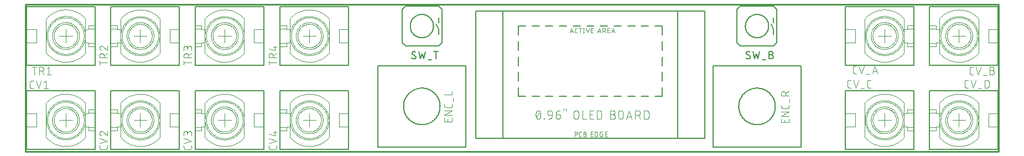
<source format=gto>
G04 EAGLE Gerber RS-274X export*
G75*
%MOMM*%
%FSLAX34Y34*%
%LPD*%
%INSilkscreen Top*%
%IPPOS*%
%AMOC8*
5,1,8,0,0,1.08239X$1,22.5*%
G01*
%ADD10C,0.127000*%
%ADD11C,0.101600*%
%ADD12C,0.076200*%
%ADD13C,0.200000*%
%ADD14C,0.203200*%
%ADD15C,0.254000*%


D10*
X719800Y215200D02*
X1028800Y215200D01*
X1069800Y215200D01*
X1069800Y20200D01*
X1028800Y20200D01*
X719800Y20200D01*
X719800Y215200D01*
D11*
X812449Y60969D02*
X812338Y60735D01*
X812232Y60497D01*
X812132Y60257D01*
X812038Y60015D01*
X811950Y59770D01*
X811868Y59524D01*
X811792Y59276D01*
X811721Y59026D01*
X811657Y58774D01*
X811598Y58521D01*
X811546Y58266D01*
X811500Y58010D01*
X811459Y57754D01*
X811425Y57496D01*
X811398Y57238D01*
X811376Y56979D01*
X811360Y56719D01*
X811351Y56460D01*
X811348Y56200D01*
X812449Y60970D02*
X812484Y61065D01*
X812522Y61160D01*
X812564Y61253D01*
X812610Y61344D01*
X812659Y61434D01*
X812711Y61522D01*
X812766Y61607D01*
X812825Y61691D01*
X812887Y61772D01*
X812951Y61851D01*
X813019Y61927D01*
X813090Y62001D01*
X813163Y62072D01*
X813239Y62140D01*
X813317Y62206D01*
X813398Y62268D01*
X813481Y62328D01*
X813566Y62384D01*
X813653Y62437D01*
X813742Y62486D01*
X813833Y62532D01*
X813926Y62575D01*
X814020Y62614D01*
X814116Y62650D01*
X814213Y62682D01*
X814311Y62711D01*
X814410Y62735D01*
X814510Y62756D01*
X814610Y62773D01*
X814711Y62787D01*
X814813Y62796D01*
X814915Y62802D01*
X815017Y62804D01*
X815119Y62802D01*
X815221Y62796D01*
X815323Y62787D01*
X815424Y62773D01*
X815524Y62756D01*
X815624Y62735D01*
X815723Y62711D01*
X815821Y62682D01*
X815918Y62650D01*
X816014Y62614D01*
X816108Y62575D01*
X816201Y62532D01*
X816292Y62486D01*
X816381Y62437D01*
X816468Y62384D01*
X816553Y62328D01*
X816636Y62268D01*
X816717Y62206D01*
X816795Y62140D01*
X816871Y62072D01*
X816944Y62001D01*
X817015Y61927D01*
X817083Y61851D01*
X817147Y61772D01*
X817209Y61691D01*
X817268Y61607D01*
X817323Y61522D01*
X817375Y61434D01*
X817424Y61344D01*
X817470Y61253D01*
X817512Y61160D01*
X817550Y61065D01*
X817585Y60970D01*
X817584Y60969D02*
X817695Y60734D01*
X817801Y60497D01*
X817901Y60257D01*
X817995Y60015D01*
X818083Y59770D01*
X818165Y59524D01*
X818241Y59276D01*
X818312Y59025D01*
X818376Y58774D01*
X818435Y58521D01*
X818487Y58266D01*
X818533Y58010D01*
X818574Y57754D01*
X818608Y57496D01*
X818635Y57238D01*
X818657Y56979D01*
X818673Y56719D01*
X818682Y56460D01*
X818685Y56200D01*
X811348Y56200D02*
X811351Y55940D01*
X811360Y55681D01*
X811376Y55421D01*
X811398Y55162D01*
X811425Y54904D01*
X811459Y54646D01*
X811500Y54390D01*
X811546Y54134D01*
X811598Y53879D01*
X811657Y53626D01*
X811721Y53375D01*
X811792Y53124D01*
X811868Y52876D01*
X811950Y52630D01*
X812038Y52385D01*
X812132Y52143D01*
X812232Y51903D01*
X812338Y51666D01*
X812449Y51431D01*
X812449Y51430D02*
X812484Y51335D01*
X812522Y51240D01*
X812564Y51147D01*
X812610Y51056D01*
X812659Y50966D01*
X812711Y50878D01*
X812766Y50793D01*
X812825Y50709D01*
X812887Y50628D01*
X812951Y50549D01*
X813019Y50473D01*
X813090Y50399D01*
X813163Y50328D01*
X813239Y50260D01*
X813317Y50194D01*
X813398Y50132D01*
X813481Y50072D01*
X813566Y50016D01*
X813653Y49963D01*
X813742Y49914D01*
X813833Y49868D01*
X813926Y49825D01*
X814020Y49786D01*
X814116Y49750D01*
X814213Y49718D01*
X814311Y49689D01*
X814410Y49665D01*
X814510Y49644D01*
X814610Y49627D01*
X814711Y49613D01*
X814813Y49604D01*
X814915Y49598D01*
X815017Y49596D01*
X817585Y51430D02*
X817696Y51665D01*
X817802Y51903D01*
X817902Y52143D01*
X817996Y52385D01*
X818084Y52629D01*
X818166Y52876D01*
X818242Y53124D01*
X818313Y53374D01*
X818377Y53626D01*
X818436Y53879D01*
X818488Y54134D01*
X818534Y54389D01*
X818575Y54646D01*
X818609Y54904D01*
X818636Y55162D01*
X818658Y55421D01*
X818674Y55680D01*
X818683Y55940D01*
X818686Y56200D01*
X817585Y51430D02*
X817550Y51335D01*
X817512Y51240D01*
X817470Y51147D01*
X817424Y51056D01*
X817375Y50966D01*
X817323Y50878D01*
X817268Y50793D01*
X817209Y50709D01*
X817147Y50628D01*
X817083Y50549D01*
X817015Y50473D01*
X816944Y50399D01*
X816871Y50328D01*
X816795Y50260D01*
X816717Y50194D01*
X816636Y50132D01*
X816553Y50072D01*
X816468Y50016D01*
X816381Y49963D01*
X816292Y49914D01*
X816201Y49868D01*
X816108Y49825D01*
X816014Y49786D01*
X815918Y49750D01*
X815821Y49718D01*
X815723Y49689D01*
X815624Y49665D01*
X815524Y49644D01*
X815424Y49627D01*
X815323Y49613D01*
X815221Y49604D01*
X815119Y49598D01*
X815017Y49596D01*
X812081Y52531D02*
X817952Y59869D01*
X823611Y50330D02*
X823611Y49596D01*
X823611Y50330D02*
X824344Y50330D01*
X824344Y49596D01*
X823611Y49596D01*
X832205Y55466D02*
X836608Y55466D01*
X832205Y55466D02*
X832098Y55468D01*
X831991Y55474D01*
X831884Y55484D01*
X831778Y55497D01*
X831672Y55515D01*
X831567Y55536D01*
X831463Y55561D01*
X831359Y55590D01*
X831257Y55623D01*
X831157Y55660D01*
X831057Y55700D01*
X830959Y55744D01*
X830863Y55791D01*
X830769Y55842D01*
X830676Y55896D01*
X830586Y55953D01*
X830497Y56014D01*
X830411Y56078D01*
X830328Y56145D01*
X830246Y56215D01*
X830168Y56288D01*
X830092Y56364D01*
X830019Y56442D01*
X829949Y56524D01*
X829882Y56607D01*
X829818Y56693D01*
X829757Y56782D01*
X829700Y56872D01*
X829646Y56965D01*
X829595Y57059D01*
X829548Y57155D01*
X829504Y57253D01*
X829464Y57353D01*
X829427Y57453D01*
X829394Y57555D01*
X829365Y57659D01*
X829340Y57763D01*
X829319Y57868D01*
X829301Y57974D01*
X829288Y58080D01*
X829278Y58187D01*
X829272Y58294D01*
X829270Y58401D01*
X829270Y59135D01*
X829272Y59255D01*
X829278Y59375D01*
X829288Y59495D01*
X829301Y59614D01*
X829319Y59733D01*
X829340Y59851D01*
X829366Y59968D01*
X829395Y60085D01*
X829428Y60200D01*
X829465Y60314D01*
X829505Y60427D01*
X829549Y60539D01*
X829597Y60649D01*
X829648Y60758D01*
X829703Y60865D01*
X829762Y60969D01*
X829823Y61072D01*
X829888Y61173D01*
X829957Y61272D01*
X830028Y61369D01*
X830103Y61463D01*
X830180Y61554D01*
X830261Y61643D01*
X830345Y61729D01*
X830431Y61813D01*
X830520Y61894D01*
X830611Y61971D01*
X830705Y62046D01*
X830802Y62117D01*
X830901Y62186D01*
X831002Y62251D01*
X831105Y62312D01*
X831209Y62371D01*
X831316Y62426D01*
X831425Y62477D01*
X831535Y62525D01*
X831647Y62569D01*
X831760Y62609D01*
X831874Y62646D01*
X831989Y62679D01*
X832106Y62708D01*
X832223Y62734D01*
X832341Y62755D01*
X832460Y62773D01*
X832579Y62786D01*
X832699Y62796D01*
X832819Y62802D01*
X832939Y62804D01*
X833059Y62802D01*
X833179Y62796D01*
X833299Y62786D01*
X833418Y62773D01*
X833537Y62755D01*
X833655Y62734D01*
X833772Y62708D01*
X833889Y62679D01*
X834004Y62646D01*
X834118Y62609D01*
X834231Y62569D01*
X834343Y62525D01*
X834453Y62477D01*
X834562Y62426D01*
X834669Y62371D01*
X834774Y62312D01*
X834876Y62251D01*
X834977Y62186D01*
X835076Y62117D01*
X835173Y62046D01*
X835267Y61971D01*
X835358Y61894D01*
X835447Y61813D01*
X835533Y61729D01*
X835617Y61643D01*
X835698Y61554D01*
X835775Y61463D01*
X835850Y61369D01*
X835921Y61272D01*
X835990Y61173D01*
X836055Y61072D01*
X836116Y60970D01*
X836175Y60865D01*
X836230Y60758D01*
X836281Y60649D01*
X836329Y60539D01*
X836373Y60427D01*
X836413Y60314D01*
X836450Y60200D01*
X836483Y60085D01*
X836512Y59968D01*
X836538Y59851D01*
X836559Y59733D01*
X836577Y59614D01*
X836590Y59495D01*
X836600Y59375D01*
X836606Y59255D01*
X836608Y59135D01*
X836608Y55466D01*
X836607Y55466D02*
X836605Y55315D01*
X836599Y55164D01*
X836589Y55013D01*
X836576Y54862D01*
X836558Y54712D01*
X836537Y54563D01*
X836512Y54414D01*
X836483Y54265D01*
X836450Y54118D01*
X836413Y53971D01*
X836373Y53825D01*
X836329Y53681D01*
X836281Y53537D01*
X836230Y53395D01*
X836175Y53255D01*
X836116Y53115D01*
X836053Y52978D01*
X835988Y52842D01*
X835918Y52707D01*
X835846Y52575D01*
X835769Y52444D01*
X835690Y52316D01*
X835607Y52189D01*
X835521Y52065D01*
X835432Y51943D01*
X835340Y51823D01*
X835244Y51706D01*
X835146Y51591D01*
X835045Y51479D01*
X834941Y51369D01*
X834834Y51262D01*
X834724Y51158D01*
X834612Y51057D01*
X834497Y50959D01*
X834380Y50863D01*
X834260Y50771D01*
X834138Y50682D01*
X834014Y50596D01*
X833887Y50513D01*
X833759Y50434D01*
X833628Y50357D01*
X833496Y50285D01*
X833361Y50215D01*
X833225Y50150D01*
X833088Y50087D01*
X832948Y50028D01*
X832808Y49973D01*
X832666Y49922D01*
X832522Y49874D01*
X832378Y49830D01*
X832232Y49790D01*
X832085Y49753D01*
X831938Y49720D01*
X831789Y49691D01*
X831640Y49666D01*
X831491Y49645D01*
X831341Y49627D01*
X831190Y49614D01*
X831039Y49604D01*
X830888Y49598D01*
X830737Y49596D01*
X842071Y56934D02*
X846474Y56934D01*
X846581Y56932D01*
X846688Y56926D01*
X846795Y56916D01*
X846901Y56903D01*
X847007Y56885D01*
X847112Y56864D01*
X847216Y56839D01*
X847320Y56810D01*
X847422Y56777D01*
X847522Y56740D01*
X847622Y56700D01*
X847720Y56656D01*
X847816Y56609D01*
X847910Y56558D01*
X848003Y56504D01*
X848093Y56447D01*
X848182Y56386D01*
X848268Y56322D01*
X848351Y56255D01*
X848433Y56185D01*
X848511Y56112D01*
X848587Y56036D01*
X848660Y55958D01*
X848730Y55876D01*
X848797Y55793D01*
X848861Y55707D01*
X848922Y55618D01*
X848979Y55528D01*
X849033Y55435D01*
X849084Y55341D01*
X849131Y55245D01*
X849175Y55147D01*
X849215Y55047D01*
X849252Y54947D01*
X849285Y54845D01*
X849314Y54741D01*
X849339Y54637D01*
X849360Y54532D01*
X849378Y54426D01*
X849391Y54320D01*
X849401Y54213D01*
X849407Y54106D01*
X849409Y53999D01*
X849409Y53265D01*
X849407Y53145D01*
X849401Y53025D01*
X849391Y52905D01*
X849378Y52786D01*
X849360Y52667D01*
X849339Y52549D01*
X849313Y52432D01*
X849284Y52315D01*
X849251Y52200D01*
X849214Y52086D01*
X849174Y51973D01*
X849130Y51861D01*
X849082Y51751D01*
X849031Y51642D01*
X848976Y51535D01*
X848917Y51431D01*
X848856Y51328D01*
X848791Y51227D01*
X848722Y51128D01*
X848651Y51031D01*
X848576Y50937D01*
X848499Y50846D01*
X848418Y50757D01*
X848334Y50671D01*
X848248Y50587D01*
X848159Y50506D01*
X848068Y50429D01*
X847974Y50354D01*
X847877Y50283D01*
X847778Y50214D01*
X847677Y50149D01*
X847575Y50088D01*
X847470Y50029D01*
X847363Y49974D01*
X847254Y49923D01*
X847144Y49875D01*
X847032Y49831D01*
X846919Y49791D01*
X846805Y49754D01*
X846690Y49721D01*
X846573Y49692D01*
X846456Y49666D01*
X846338Y49645D01*
X846219Y49627D01*
X846100Y49614D01*
X845980Y49604D01*
X845860Y49598D01*
X845740Y49596D01*
X845620Y49598D01*
X845500Y49604D01*
X845380Y49614D01*
X845261Y49627D01*
X845142Y49645D01*
X845024Y49666D01*
X844907Y49692D01*
X844790Y49721D01*
X844675Y49754D01*
X844561Y49791D01*
X844448Y49831D01*
X844336Y49875D01*
X844226Y49923D01*
X844117Y49974D01*
X844010Y50029D01*
X843906Y50088D01*
X843803Y50149D01*
X843702Y50214D01*
X843603Y50283D01*
X843506Y50354D01*
X843412Y50429D01*
X843321Y50506D01*
X843232Y50587D01*
X843146Y50671D01*
X843062Y50757D01*
X842981Y50846D01*
X842904Y50937D01*
X842829Y51031D01*
X842758Y51128D01*
X842689Y51227D01*
X842624Y51328D01*
X842563Y51430D01*
X842504Y51535D01*
X842449Y51642D01*
X842398Y51751D01*
X842350Y51861D01*
X842306Y51973D01*
X842266Y52086D01*
X842229Y52200D01*
X842196Y52315D01*
X842167Y52432D01*
X842141Y52549D01*
X842120Y52667D01*
X842102Y52786D01*
X842089Y52905D01*
X842079Y53025D01*
X842073Y53145D01*
X842071Y53265D01*
X842071Y56934D01*
X842072Y56934D02*
X842074Y57085D01*
X842080Y57236D01*
X842090Y57387D01*
X842103Y57538D01*
X842121Y57688D01*
X842142Y57837D01*
X842167Y57986D01*
X842196Y58135D01*
X842229Y58282D01*
X842266Y58429D01*
X842306Y58575D01*
X842350Y58719D01*
X842398Y58863D01*
X842449Y59005D01*
X842504Y59145D01*
X842563Y59285D01*
X842626Y59422D01*
X842691Y59558D01*
X842761Y59693D01*
X842833Y59825D01*
X842910Y59956D01*
X842989Y60084D01*
X843072Y60211D01*
X843158Y60335D01*
X843247Y60457D01*
X843339Y60577D01*
X843435Y60694D01*
X843533Y60809D01*
X843634Y60921D01*
X843738Y61031D01*
X843845Y61138D01*
X843955Y61242D01*
X844067Y61343D01*
X844182Y61441D01*
X844299Y61537D01*
X844419Y61629D01*
X844541Y61718D01*
X844665Y61804D01*
X844792Y61887D01*
X844920Y61966D01*
X845051Y62043D01*
X845183Y62115D01*
X845318Y62185D01*
X845454Y62250D01*
X845591Y62313D01*
X845731Y62372D01*
X845871Y62427D01*
X846013Y62478D01*
X846157Y62526D01*
X846301Y62570D01*
X846447Y62610D01*
X846594Y62647D01*
X846741Y62680D01*
X846890Y62709D01*
X847039Y62734D01*
X847188Y62755D01*
X847338Y62773D01*
X847489Y62786D01*
X847640Y62796D01*
X847791Y62802D01*
X847942Y62804D01*
X854147Y62804D02*
X854147Y65739D01*
X857816Y65739D02*
X857816Y62804D01*
X869381Y59135D02*
X869381Y53265D01*
X869381Y59135D02*
X869383Y59255D01*
X869389Y59375D01*
X869399Y59495D01*
X869412Y59614D01*
X869430Y59733D01*
X869451Y59851D01*
X869477Y59968D01*
X869506Y60085D01*
X869539Y60200D01*
X869576Y60314D01*
X869616Y60427D01*
X869660Y60539D01*
X869708Y60649D01*
X869759Y60758D01*
X869814Y60865D01*
X869873Y60969D01*
X869934Y61072D01*
X869999Y61173D01*
X870068Y61272D01*
X870139Y61369D01*
X870214Y61463D01*
X870291Y61554D01*
X870372Y61643D01*
X870456Y61729D01*
X870542Y61813D01*
X870631Y61894D01*
X870722Y61971D01*
X870816Y62046D01*
X870913Y62117D01*
X871012Y62186D01*
X871113Y62251D01*
X871216Y62312D01*
X871320Y62371D01*
X871427Y62426D01*
X871536Y62477D01*
X871646Y62525D01*
X871758Y62569D01*
X871871Y62609D01*
X871985Y62646D01*
X872100Y62679D01*
X872217Y62708D01*
X872334Y62734D01*
X872452Y62755D01*
X872571Y62773D01*
X872690Y62786D01*
X872810Y62796D01*
X872930Y62802D01*
X873050Y62804D01*
X873170Y62802D01*
X873290Y62796D01*
X873410Y62786D01*
X873529Y62773D01*
X873648Y62755D01*
X873766Y62734D01*
X873883Y62708D01*
X874000Y62679D01*
X874115Y62646D01*
X874229Y62609D01*
X874342Y62569D01*
X874454Y62525D01*
X874564Y62477D01*
X874673Y62426D01*
X874780Y62371D01*
X874885Y62312D01*
X874987Y62251D01*
X875088Y62186D01*
X875187Y62117D01*
X875284Y62046D01*
X875378Y61971D01*
X875469Y61894D01*
X875558Y61813D01*
X875644Y61729D01*
X875728Y61643D01*
X875809Y61554D01*
X875886Y61463D01*
X875961Y61369D01*
X876032Y61272D01*
X876101Y61173D01*
X876166Y61072D01*
X876227Y60970D01*
X876286Y60865D01*
X876341Y60758D01*
X876392Y60649D01*
X876440Y60539D01*
X876484Y60427D01*
X876524Y60314D01*
X876561Y60200D01*
X876594Y60085D01*
X876623Y59968D01*
X876649Y59851D01*
X876670Y59733D01*
X876688Y59614D01*
X876701Y59495D01*
X876711Y59375D01*
X876717Y59255D01*
X876719Y59135D01*
X876719Y53265D01*
X876717Y53145D01*
X876711Y53025D01*
X876701Y52905D01*
X876688Y52786D01*
X876670Y52667D01*
X876649Y52549D01*
X876623Y52432D01*
X876594Y52315D01*
X876561Y52200D01*
X876524Y52086D01*
X876484Y51973D01*
X876440Y51861D01*
X876392Y51751D01*
X876341Y51642D01*
X876286Y51535D01*
X876227Y51431D01*
X876166Y51328D01*
X876101Y51227D01*
X876032Y51128D01*
X875961Y51031D01*
X875886Y50937D01*
X875809Y50846D01*
X875728Y50757D01*
X875644Y50671D01*
X875558Y50587D01*
X875469Y50506D01*
X875378Y50429D01*
X875284Y50354D01*
X875187Y50283D01*
X875088Y50214D01*
X874987Y50149D01*
X874885Y50088D01*
X874780Y50029D01*
X874673Y49974D01*
X874564Y49923D01*
X874454Y49875D01*
X874342Y49831D01*
X874229Y49791D01*
X874115Y49754D01*
X874000Y49721D01*
X873883Y49692D01*
X873766Y49666D01*
X873648Y49645D01*
X873529Y49627D01*
X873410Y49614D01*
X873290Y49604D01*
X873170Y49598D01*
X873050Y49596D01*
X872930Y49598D01*
X872810Y49604D01*
X872690Y49614D01*
X872571Y49627D01*
X872452Y49645D01*
X872334Y49666D01*
X872217Y49692D01*
X872100Y49721D01*
X871985Y49754D01*
X871871Y49791D01*
X871758Y49831D01*
X871646Y49875D01*
X871536Y49923D01*
X871427Y49974D01*
X871320Y50029D01*
X871216Y50088D01*
X871113Y50149D01*
X871012Y50214D01*
X870913Y50283D01*
X870816Y50354D01*
X870722Y50429D01*
X870631Y50506D01*
X870542Y50587D01*
X870456Y50671D01*
X870372Y50757D01*
X870291Y50846D01*
X870214Y50937D01*
X870139Y51031D01*
X870068Y51128D01*
X869999Y51227D01*
X869934Y51328D01*
X869873Y51430D01*
X869814Y51535D01*
X869759Y51642D01*
X869708Y51751D01*
X869660Y51861D01*
X869616Y51973D01*
X869576Y52086D01*
X869539Y52200D01*
X869506Y52315D01*
X869477Y52432D01*
X869451Y52549D01*
X869430Y52667D01*
X869412Y52786D01*
X869399Y52905D01*
X869389Y53025D01*
X869383Y53145D01*
X869381Y53265D01*
X882634Y49596D02*
X882634Y62804D01*
X882634Y49596D02*
X888504Y49596D01*
X893728Y49596D02*
X899599Y49596D01*
X893728Y49596D02*
X893728Y62804D01*
X899599Y62804D01*
X898131Y56934D02*
X893728Y56934D01*
X904799Y62804D02*
X904799Y49596D01*
X904799Y62804D02*
X908468Y62804D01*
X908588Y62802D01*
X908708Y62796D01*
X908828Y62786D01*
X908947Y62773D01*
X909066Y62755D01*
X909184Y62734D01*
X909301Y62708D01*
X909418Y62679D01*
X909533Y62646D01*
X909647Y62609D01*
X909760Y62569D01*
X909872Y62525D01*
X909982Y62477D01*
X910091Y62426D01*
X910198Y62371D01*
X910303Y62312D01*
X910405Y62251D01*
X910506Y62186D01*
X910605Y62117D01*
X910702Y62046D01*
X910796Y61971D01*
X910887Y61894D01*
X910976Y61813D01*
X911062Y61729D01*
X911146Y61643D01*
X911227Y61554D01*
X911304Y61463D01*
X911379Y61369D01*
X911450Y61272D01*
X911519Y61173D01*
X911584Y61072D01*
X911645Y60970D01*
X911704Y60865D01*
X911759Y60758D01*
X911810Y60649D01*
X911858Y60539D01*
X911902Y60427D01*
X911942Y60314D01*
X911979Y60200D01*
X912012Y60085D01*
X912041Y59968D01*
X912067Y59851D01*
X912088Y59733D01*
X912106Y59614D01*
X912119Y59495D01*
X912129Y59375D01*
X912135Y59255D01*
X912137Y59135D01*
X912137Y53265D01*
X912135Y53145D01*
X912129Y53025D01*
X912119Y52905D01*
X912106Y52786D01*
X912088Y52667D01*
X912067Y52549D01*
X912041Y52432D01*
X912012Y52315D01*
X911979Y52200D01*
X911942Y52086D01*
X911902Y51973D01*
X911858Y51861D01*
X911810Y51751D01*
X911759Y51642D01*
X911704Y51535D01*
X911645Y51431D01*
X911584Y51328D01*
X911519Y51227D01*
X911450Y51128D01*
X911379Y51031D01*
X911304Y50937D01*
X911227Y50846D01*
X911146Y50757D01*
X911062Y50671D01*
X910976Y50587D01*
X910887Y50506D01*
X910796Y50429D01*
X910702Y50354D01*
X910605Y50283D01*
X910506Y50214D01*
X910405Y50149D01*
X910303Y50088D01*
X910198Y50029D01*
X910091Y49974D01*
X909982Y49923D01*
X909872Y49875D01*
X909760Y49831D01*
X909647Y49791D01*
X909533Y49754D01*
X909418Y49721D01*
X909301Y49692D01*
X909184Y49666D01*
X909066Y49645D01*
X908947Y49627D01*
X908828Y49614D01*
X908708Y49604D01*
X908588Y49598D01*
X908468Y49596D01*
X904799Y49596D01*
X925461Y56934D02*
X929130Y56934D01*
X929250Y56932D01*
X929370Y56926D01*
X929490Y56916D01*
X929609Y56903D01*
X929728Y56885D01*
X929846Y56864D01*
X929963Y56838D01*
X930080Y56809D01*
X930195Y56776D01*
X930309Y56739D01*
X930422Y56699D01*
X930534Y56655D01*
X930644Y56607D01*
X930753Y56556D01*
X930860Y56501D01*
X930965Y56442D01*
X931067Y56381D01*
X931168Y56316D01*
X931267Y56247D01*
X931364Y56176D01*
X931458Y56101D01*
X931549Y56024D01*
X931638Y55943D01*
X931724Y55859D01*
X931808Y55773D01*
X931889Y55684D01*
X931966Y55593D01*
X932041Y55499D01*
X932112Y55402D01*
X932181Y55303D01*
X932246Y55202D01*
X932307Y55100D01*
X932366Y54995D01*
X932421Y54888D01*
X932472Y54779D01*
X932520Y54669D01*
X932564Y54557D01*
X932604Y54444D01*
X932641Y54330D01*
X932674Y54215D01*
X932703Y54098D01*
X932729Y53981D01*
X932750Y53863D01*
X932768Y53744D01*
X932781Y53625D01*
X932791Y53505D01*
X932797Y53385D01*
X932799Y53265D01*
X932797Y53145D01*
X932791Y53025D01*
X932781Y52905D01*
X932768Y52786D01*
X932750Y52667D01*
X932729Y52549D01*
X932703Y52432D01*
X932674Y52315D01*
X932641Y52200D01*
X932604Y52086D01*
X932564Y51973D01*
X932520Y51861D01*
X932472Y51751D01*
X932421Y51642D01*
X932366Y51535D01*
X932307Y51431D01*
X932246Y51328D01*
X932181Y51227D01*
X932112Y51128D01*
X932041Y51031D01*
X931966Y50937D01*
X931889Y50846D01*
X931808Y50757D01*
X931724Y50671D01*
X931638Y50587D01*
X931549Y50506D01*
X931458Y50429D01*
X931364Y50354D01*
X931267Y50283D01*
X931168Y50214D01*
X931067Y50149D01*
X930965Y50088D01*
X930860Y50029D01*
X930753Y49974D01*
X930644Y49923D01*
X930534Y49875D01*
X930422Y49831D01*
X930309Y49791D01*
X930195Y49754D01*
X930080Y49721D01*
X929963Y49692D01*
X929846Y49666D01*
X929728Y49645D01*
X929609Y49627D01*
X929490Y49614D01*
X929370Y49604D01*
X929250Y49598D01*
X929130Y49596D01*
X925461Y49596D01*
X925461Y62804D01*
X929130Y62804D01*
X929237Y62802D01*
X929344Y62796D01*
X929451Y62786D01*
X929557Y62773D01*
X929663Y62755D01*
X929768Y62734D01*
X929872Y62709D01*
X929976Y62680D01*
X930078Y62647D01*
X930178Y62610D01*
X930278Y62570D01*
X930376Y62526D01*
X930472Y62479D01*
X930566Y62428D01*
X930659Y62374D01*
X930749Y62317D01*
X930838Y62256D01*
X930924Y62192D01*
X931007Y62125D01*
X931089Y62055D01*
X931167Y61982D01*
X931243Y61906D01*
X931316Y61828D01*
X931386Y61746D01*
X931453Y61663D01*
X931517Y61577D01*
X931578Y61488D01*
X931635Y61398D01*
X931689Y61305D01*
X931740Y61211D01*
X931787Y61115D01*
X931831Y61017D01*
X931871Y60917D01*
X931908Y60817D01*
X931941Y60715D01*
X931970Y60611D01*
X931995Y60507D01*
X932016Y60402D01*
X932034Y60296D01*
X932047Y60190D01*
X932057Y60083D01*
X932063Y59976D01*
X932065Y59869D01*
X932063Y59762D01*
X932057Y59655D01*
X932047Y59548D01*
X932034Y59442D01*
X932016Y59336D01*
X931995Y59231D01*
X931970Y59127D01*
X931941Y59023D01*
X931908Y58921D01*
X931871Y58821D01*
X931831Y58721D01*
X931787Y58623D01*
X931740Y58527D01*
X931689Y58433D01*
X931635Y58340D01*
X931578Y58250D01*
X931517Y58161D01*
X931453Y58075D01*
X931386Y57992D01*
X931316Y57910D01*
X931243Y57832D01*
X931167Y57756D01*
X931089Y57683D01*
X931007Y57613D01*
X930924Y57546D01*
X930838Y57482D01*
X930749Y57421D01*
X930659Y57364D01*
X930566Y57310D01*
X930472Y57259D01*
X930376Y57212D01*
X930278Y57168D01*
X930178Y57128D01*
X930078Y57091D01*
X929976Y57058D01*
X929872Y57029D01*
X929768Y57004D01*
X929663Y56983D01*
X929557Y56965D01*
X929451Y56952D01*
X929344Y56942D01*
X929237Y56936D01*
X929130Y56934D01*
X937657Y59135D02*
X937657Y53265D01*
X937656Y59135D02*
X937658Y59255D01*
X937664Y59375D01*
X937674Y59495D01*
X937687Y59614D01*
X937705Y59733D01*
X937726Y59851D01*
X937752Y59968D01*
X937781Y60085D01*
X937814Y60200D01*
X937851Y60314D01*
X937891Y60427D01*
X937935Y60539D01*
X937983Y60649D01*
X938034Y60758D01*
X938089Y60865D01*
X938148Y60969D01*
X938209Y61072D01*
X938274Y61173D01*
X938343Y61272D01*
X938414Y61369D01*
X938489Y61463D01*
X938566Y61554D01*
X938647Y61643D01*
X938731Y61729D01*
X938817Y61813D01*
X938906Y61894D01*
X938997Y61971D01*
X939091Y62046D01*
X939188Y62117D01*
X939287Y62186D01*
X939388Y62251D01*
X939491Y62312D01*
X939595Y62371D01*
X939702Y62426D01*
X939811Y62477D01*
X939921Y62525D01*
X940033Y62569D01*
X940146Y62609D01*
X940260Y62646D01*
X940375Y62679D01*
X940492Y62708D01*
X940609Y62734D01*
X940727Y62755D01*
X940846Y62773D01*
X940965Y62786D01*
X941085Y62796D01*
X941205Y62802D01*
X941325Y62804D01*
X941445Y62802D01*
X941565Y62796D01*
X941685Y62786D01*
X941804Y62773D01*
X941923Y62755D01*
X942041Y62734D01*
X942158Y62708D01*
X942275Y62679D01*
X942390Y62646D01*
X942504Y62609D01*
X942617Y62569D01*
X942729Y62525D01*
X942839Y62477D01*
X942948Y62426D01*
X943055Y62371D01*
X943160Y62312D01*
X943262Y62251D01*
X943363Y62186D01*
X943462Y62117D01*
X943559Y62046D01*
X943653Y61971D01*
X943744Y61894D01*
X943833Y61813D01*
X943919Y61729D01*
X944003Y61643D01*
X944084Y61554D01*
X944161Y61463D01*
X944236Y61369D01*
X944307Y61272D01*
X944376Y61173D01*
X944441Y61072D01*
X944502Y60970D01*
X944561Y60865D01*
X944616Y60758D01*
X944667Y60649D01*
X944715Y60539D01*
X944759Y60427D01*
X944799Y60314D01*
X944836Y60200D01*
X944869Y60085D01*
X944898Y59968D01*
X944924Y59851D01*
X944945Y59733D01*
X944963Y59614D01*
X944976Y59495D01*
X944986Y59375D01*
X944992Y59255D01*
X944994Y59135D01*
X944994Y53265D01*
X944992Y53145D01*
X944986Y53025D01*
X944976Y52905D01*
X944963Y52786D01*
X944945Y52667D01*
X944924Y52549D01*
X944898Y52432D01*
X944869Y52315D01*
X944836Y52200D01*
X944799Y52086D01*
X944759Y51973D01*
X944715Y51861D01*
X944667Y51751D01*
X944616Y51642D01*
X944561Y51535D01*
X944502Y51431D01*
X944441Y51328D01*
X944376Y51227D01*
X944307Y51128D01*
X944236Y51031D01*
X944161Y50937D01*
X944084Y50846D01*
X944003Y50757D01*
X943919Y50671D01*
X943833Y50587D01*
X943744Y50506D01*
X943653Y50429D01*
X943559Y50354D01*
X943462Y50283D01*
X943363Y50214D01*
X943262Y50149D01*
X943160Y50088D01*
X943055Y50029D01*
X942948Y49974D01*
X942839Y49923D01*
X942729Y49875D01*
X942617Y49831D01*
X942504Y49791D01*
X942390Y49754D01*
X942275Y49721D01*
X942158Y49692D01*
X942041Y49666D01*
X941923Y49645D01*
X941804Y49627D01*
X941685Y49614D01*
X941565Y49604D01*
X941445Y49598D01*
X941325Y49596D01*
X941205Y49598D01*
X941085Y49604D01*
X940965Y49614D01*
X940846Y49627D01*
X940727Y49645D01*
X940609Y49666D01*
X940492Y49692D01*
X940375Y49721D01*
X940260Y49754D01*
X940146Y49791D01*
X940033Y49831D01*
X939921Y49875D01*
X939811Y49923D01*
X939702Y49974D01*
X939595Y50029D01*
X939491Y50088D01*
X939388Y50149D01*
X939287Y50214D01*
X939188Y50283D01*
X939091Y50354D01*
X938997Y50429D01*
X938906Y50506D01*
X938817Y50587D01*
X938731Y50671D01*
X938647Y50757D01*
X938566Y50846D01*
X938489Y50937D01*
X938414Y51031D01*
X938343Y51128D01*
X938274Y51227D01*
X938209Y51328D01*
X938148Y51430D01*
X938089Y51535D01*
X938034Y51642D01*
X937983Y51751D01*
X937935Y51861D01*
X937891Y51973D01*
X937851Y52086D01*
X937814Y52200D01*
X937781Y52315D01*
X937752Y52432D01*
X937726Y52549D01*
X937705Y52667D01*
X937687Y52786D01*
X937674Y52905D01*
X937664Y53025D01*
X937658Y53145D01*
X937656Y53265D01*
X949724Y49596D02*
X954127Y62804D01*
X958530Y49596D01*
X957429Y52898D02*
X950825Y52898D01*
X963764Y49596D02*
X963764Y62804D01*
X967433Y62804D01*
X967553Y62802D01*
X967673Y62796D01*
X967793Y62786D01*
X967912Y62773D01*
X968031Y62755D01*
X968149Y62734D01*
X968266Y62708D01*
X968383Y62679D01*
X968498Y62646D01*
X968612Y62609D01*
X968725Y62569D01*
X968837Y62525D01*
X968947Y62477D01*
X969056Y62426D01*
X969163Y62371D01*
X969268Y62312D01*
X969370Y62251D01*
X969471Y62186D01*
X969570Y62117D01*
X969667Y62046D01*
X969761Y61971D01*
X969852Y61894D01*
X969941Y61813D01*
X970027Y61729D01*
X970111Y61643D01*
X970192Y61554D01*
X970269Y61463D01*
X970344Y61369D01*
X970415Y61272D01*
X970484Y61173D01*
X970549Y61072D01*
X970610Y60970D01*
X970669Y60865D01*
X970724Y60758D01*
X970775Y60649D01*
X970823Y60539D01*
X970867Y60427D01*
X970907Y60314D01*
X970944Y60200D01*
X970977Y60085D01*
X971006Y59968D01*
X971032Y59851D01*
X971053Y59733D01*
X971071Y59614D01*
X971084Y59495D01*
X971094Y59375D01*
X971100Y59255D01*
X971102Y59135D01*
X971100Y59015D01*
X971094Y58895D01*
X971084Y58775D01*
X971071Y58656D01*
X971053Y58537D01*
X971032Y58419D01*
X971006Y58302D01*
X970977Y58185D01*
X970944Y58070D01*
X970907Y57956D01*
X970867Y57843D01*
X970823Y57731D01*
X970775Y57621D01*
X970724Y57512D01*
X970669Y57405D01*
X970610Y57301D01*
X970549Y57198D01*
X970484Y57097D01*
X970415Y56998D01*
X970344Y56901D01*
X970269Y56807D01*
X970192Y56716D01*
X970111Y56627D01*
X970027Y56541D01*
X969941Y56457D01*
X969852Y56376D01*
X969761Y56299D01*
X969667Y56224D01*
X969570Y56153D01*
X969471Y56084D01*
X969370Y56019D01*
X969268Y55958D01*
X969163Y55899D01*
X969056Y55844D01*
X968947Y55793D01*
X968837Y55745D01*
X968725Y55701D01*
X968612Y55661D01*
X968498Y55624D01*
X968383Y55591D01*
X968266Y55562D01*
X968149Y55536D01*
X968031Y55515D01*
X967912Y55497D01*
X967793Y55484D01*
X967673Y55474D01*
X967553Y55468D01*
X967433Y55466D01*
X963764Y55466D01*
X968167Y55466D02*
X971102Y49596D01*
X976915Y49596D02*
X976915Y62804D01*
X980584Y62804D01*
X980704Y62802D01*
X980824Y62796D01*
X980944Y62786D01*
X981063Y62773D01*
X981182Y62755D01*
X981300Y62734D01*
X981417Y62708D01*
X981534Y62679D01*
X981649Y62646D01*
X981763Y62609D01*
X981876Y62569D01*
X981988Y62525D01*
X982098Y62477D01*
X982207Y62426D01*
X982314Y62371D01*
X982419Y62312D01*
X982521Y62251D01*
X982622Y62186D01*
X982721Y62117D01*
X982818Y62046D01*
X982912Y61971D01*
X983003Y61894D01*
X983092Y61813D01*
X983178Y61729D01*
X983262Y61643D01*
X983343Y61554D01*
X983420Y61463D01*
X983495Y61369D01*
X983566Y61272D01*
X983635Y61173D01*
X983700Y61072D01*
X983761Y60970D01*
X983820Y60865D01*
X983875Y60758D01*
X983926Y60649D01*
X983974Y60539D01*
X984018Y60427D01*
X984058Y60314D01*
X984095Y60200D01*
X984128Y60085D01*
X984157Y59968D01*
X984183Y59851D01*
X984204Y59733D01*
X984222Y59614D01*
X984235Y59495D01*
X984245Y59375D01*
X984251Y59255D01*
X984253Y59135D01*
X984252Y59135D02*
X984252Y53265D01*
X984253Y53265D02*
X984251Y53145D01*
X984245Y53025D01*
X984235Y52905D01*
X984222Y52786D01*
X984204Y52667D01*
X984183Y52549D01*
X984157Y52432D01*
X984128Y52315D01*
X984095Y52200D01*
X984058Y52086D01*
X984018Y51973D01*
X983974Y51861D01*
X983926Y51751D01*
X983875Y51642D01*
X983820Y51535D01*
X983761Y51431D01*
X983700Y51328D01*
X983635Y51227D01*
X983566Y51128D01*
X983495Y51031D01*
X983420Y50937D01*
X983343Y50846D01*
X983262Y50757D01*
X983178Y50671D01*
X983092Y50587D01*
X983003Y50506D01*
X982912Y50429D01*
X982818Y50354D01*
X982721Y50283D01*
X982622Y50214D01*
X982521Y50149D01*
X982419Y50088D01*
X982314Y50029D01*
X982207Y49974D01*
X982098Y49923D01*
X981988Y49875D01*
X981876Y49831D01*
X981763Y49791D01*
X981649Y49754D01*
X981534Y49721D01*
X981417Y49692D01*
X981300Y49666D01*
X981182Y49645D01*
X981063Y49627D01*
X980944Y49614D01*
X980824Y49604D01*
X980704Y49598D01*
X980584Y49596D01*
X976915Y49596D01*
D10*
X760800Y21200D02*
X760800Y214200D01*
X1028800Y215200D02*
X1028800Y20200D01*
X784800Y178600D02*
X784800Y192200D01*
X784800Y168600D02*
X784800Y155000D01*
X784800Y145000D02*
X784800Y131400D01*
X784800Y121400D02*
X784800Y107800D01*
X784800Y97800D02*
X784800Y84200D01*
X1004800Y178600D02*
X1004800Y192200D01*
X1004800Y168600D02*
X1004800Y155000D01*
X1004800Y145000D02*
X1004800Y131400D01*
X1004800Y121400D02*
X1004800Y107800D01*
X1004800Y97800D02*
X1004800Y84200D01*
X795709Y192200D02*
X784800Y192200D01*
X805709Y192200D02*
X816618Y192200D01*
X826618Y192200D02*
X837527Y192200D01*
X847527Y192200D02*
X858436Y192200D01*
X868436Y192200D02*
X879345Y192200D01*
X889345Y192200D02*
X900255Y192200D01*
X910255Y192200D02*
X921164Y192200D01*
X931164Y192200D02*
X942073Y192200D01*
X952073Y192200D02*
X962982Y192200D01*
X972982Y192200D02*
X983891Y192200D01*
X993891Y192200D02*
X1004800Y192200D01*
X1004800Y84200D02*
X993891Y84200D01*
X983891Y84200D02*
X972982Y84200D01*
X962982Y84200D02*
X952073Y84200D01*
X942073Y84200D02*
X931164Y84200D01*
X921164Y84200D02*
X910255Y84200D01*
X900255Y84200D02*
X889345Y84200D01*
X879345Y84200D02*
X868436Y84200D01*
X858436Y84200D02*
X847527Y84200D01*
X837527Y84200D02*
X826618Y84200D01*
X816618Y84200D02*
X805709Y84200D01*
X795709Y84200D02*
X784800Y84200D01*
D12*
X863889Y181517D02*
X866345Y188883D01*
X868800Y181517D01*
X868186Y183359D02*
X864503Y183359D01*
X873228Y181517D02*
X874865Y181517D01*
X873228Y181517D02*
X873150Y181519D01*
X873072Y181524D01*
X872995Y181534D01*
X872918Y181547D01*
X872842Y181563D01*
X872767Y181583D01*
X872693Y181607D01*
X872620Y181634D01*
X872548Y181665D01*
X872478Y181699D01*
X872410Y181736D01*
X872343Y181777D01*
X872278Y181821D01*
X872216Y181867D01*
X872156Y181917D01*
X872098Y181969D01*
X872043Y182024D01*
X871991Y182082D01*
X871941Y182142D01*
X871895Y182204D01*
X871851Y182269D01*
X871810Y182336D01*
X871773Y182404D01*
X871739Y182474D01*
X871708Y182546D01*
X871681Y182619D01*
X871657Y182693D01*
X871637Y182768D01*
X871621Y182844D01*
X871608Y182921D01*
X871598Y182998D01*
X871593Y183076D01*
X871591Y183154D01*
X871591Y187246D01*
X871593Y187326D01*
X871599Y187406D01*
X871609Y187486D01*
X871622Y187565D01*
X871640Y187644D01*
X871661Y187721D01*
X871687Y187797D01*
X871716Y187872D01*
X871748Y187946D01*
X871784Y188018D01*
X871824Y188088D01*
X871867Y188155D01*
X871913Y188221D01*
X871963Y188284D01*
X872015Y188345D01*
X872070Y188404D01*
X872129Y188459D01*
X872189Y188511D01*
X872253Y188561D01*
X872319Y188607D01*
X872386Y188650D01*
X872456Y188690D01*
X872528Y188726D01*
X872602Y188758D01*
X872676Y188787D01*
X872753Y188813D01*
X872830Y188834D01*
X872909Y188852D01*
X872988Y188865D01*
X873068Y188875D01*
X873148Y188881D01*
X873228Y188883D01*
X874865Y188883D01*
X879268Y188883D02*
X879268Y181517D01*
X877222Y188883D02*
X881314Y188883D01*
X884633Y188883D02*
X884633Y181517D01*
X885451Y181517D02*
X883814Y181517D01*
X883814Y188883D02*
X885451Y188883D01*
X888030Y188883D02*
X890485Y181517D01*
X892940Y188883D01*
X896013Y181517D02*
X899287Y181517D01*
X896013Y181517D02*
X896013Y188883D01*
X899287Y188883D01*
X898469Y185609D02*
X896013Y185609D01*
X905586Y181517D02*
X908041Y188883D01*
X910497Y181517D01*
X909883Y183359D02*
X906200Y183359D01*
X913605Y181517D02*
X913605Y188883D01*
X915651Y188883D01*
X915740Y188881D01*
X915829Y188875D01*
X915918Y188865D01*
X916006Y188852D01*
X916094Y188835D01*
X916181Y188813D01*
X916266Y188788D01*
X916351Y188760D01*
X916434Y188727D01*
X916516Y188691D01*
X916596Y188652D01*
X916674Y188609D01*
X916750Y188563D01*
X916825Y188513D01*
X916897Y188460D01*
X916966Y188404D01*
X917033Y188345D01*
X917098Y188284D01*
X917159Y188219D01*
X917218Y188152D01*
X917274Y188083D01*
X917327Y188011D01*
X917377Y187936D01*
X917423Y187860D01*
X917466Y187782D01*
X917505Y187702D01*
X917541Y187620D01*
X917574Y187537D01*
X917602Y187452D01*
X917627Y187367D01*
X917649Y187280D01*
X917666Y187192D01*
X917679Y187104D01*
X917689Y187015D01*
X917695Y186926D01*
X917697Y186837D01*
X917695Y186748D01*
X917689Y186659D01*
X917679Y186570D01*
X917666Y186482D01*
X917649Y186394D01*
X917627Y186307D01*
X917602Y186222D01*
X917574Y186137D01*
X917541Y186054D01*
X917505Y185972D01*
X917466Y185892D01*
X917423Y185814D01*
X917377Y185738D01*
X917327Y185663D01*
X917274Y185591D01*
X917218Y185522D01*
X917159Y185455D01*
X917098Y185390D01*
X917033Y185329D01*
X916966Y185270D01*
X916897Y185214D01*
X916825Y185161D01*
X916750Y185111D01*
X916674Y185065D01*
X916596Y185022D01*
X916516Y184983D01*
X916434Y184947D01*
X916351Y184914D01*
X916266Y184886D01*
X916181Y184861D01*
X916094Y184839D01*
X916006Y184822D01*
X915918Y184809D01*
X915829Y184799D01*
X915740Y184793D01*
X915651Y184791D01*
X913605Y184791D01*
X916061Y184791D02*
X917698Y181517D01*
X921129Y181517D02*
X924403Y181517D01*
X921129Y181517D02*
X921129Y188883D01*
X924403Y188883D01*
X923584Y185609D02*
X921129Y185609D01*
X926800Y181517D02*
X929255Y188883D01*
X931711Y181517D01*
X931097Y183359D02*
X927414Y183359D01*
X870927Y29883D02*
X870927Y22517D01*
X870927Y29883D02*
X872974Y29883D01*
X873063Y29881D01*
X873152Y29875D01*
X873241Y29865D01*
X873329Y29852D01*
X873417Y29835D01*
X873504Y29813D01*
X873589Y29788D01*
X873674Y29760D01*
X873757Y29727D01*
X873839Y29691D01*
X873919Y29652D01*
X873997Y29609D01*
X874073Y29563D01*
X874148Y29513D01*
X874220Y29460D01*
X874289Y29404D01*
X874356Y29345D01*
X874421Y29284D01*
X874482Y29219D01*
X874541Y29152D01*
X874597Y29083D01*
X874650Y29011D01*
X874700Y28936D01*
X874746Y28860D01*
X874789Y28782D01*
X874828Y28702D01*
X874864Y28620D01*
X874897Y28537D01*
X874925Y28452D01*
X874950Y28367D01*
X874972Y28280D01*
X874989Y28192D01*
X875002Y28104D01*
X875012Y28015D01*
X875018Y27926D01*
X875020Y27837D01*
X875018Y27748D01*
X875012Y27659D01*
X875002Y27570D01*
X874989Y27482D01*
X874972Y27394D01*
X874950Y27307D01*
X874925Y27222D01*
X874897Y27137D01*
X874864Y27054D01*
X874828Y26972D01*
X874789Y26892D01*
X874746Y26814D01*
X874700Y26738D01*
X874650Y26663D01*
X874597Y26591D01*
X874541Y26522D01*
X874482Y26455D01*
X874421Y26390D01*
X874356Y26329D01*
X874289Y26270D01*
X874220Y26214D01*
X874148Y26161D01*
X874073Y26111D01*
X873997Y26065D01*
X873919Y26022D01*
X873839Y25983D01*
X873757Y25947D01*
X873674Y25914D01*
X873589Y25886D01*
X873504Y25861D01*
X873417Y25839D01*
X873329Y25822D01*
X873241Y25809D01*
X873152Y25799D01*
X873063Y25793D01*
X872974Y25791D01*
X870927Y25791D01*
X879495Y22517D02*
X881132Y22517D01*
X879495Y22517D02*
X879417Y22519D01*
X879339Y22524D01*
X879262Y22534D01*
X879185Y22547D01*
X879109Y22563D01*
X879034Y22583D01*
X878960Y22607D01*
X878887Y22634D01*
X878815Y22665D01*
X878745Y22699D01*
X878677Y22736D01*
X878610Y22777D01*
X878545Y22821D01*
X878483Y22867D01*
X878423Y22917D01*
X878365Y22969D01*
X878310Y23024D01*
X878258Y23082D01*
X878208Y23142D01*
X878162Y23204D01*
X878118Y23269D01*
X878077Y23336D01*
X878040Y23404D01*
X878006Y23474D01*
X877975Y23546D01*
X877948Y23619D01*
X877924Y23693D01*
X877904Y23768D01*
X877888Y23844D01*
X877875Y23921D01*
X877865Y23998D01*
X877860Y24076D01*
X877858Y24154D01*
X877858Y28246D01*
X877860Y28326D01*
X877866Y28406D01*
X877876Y28486D01*
X877889Y28565D01*
X877907Y28644D01*
X877928Y28721D01*
X877954Y28797D01*
X877983Y28872D01*
X878015Y28946D01*
X878051Y29018D01*
X878091Y29088D01*
X878134Y29155D01*
X878180Y29221D01*
X878230Y29284D01*
X878282Y29345D01*
X878337Y29404D01*
X878396Y29459D01*
X878456Y29511D01*
X878520Y29561D01*
X878586Y29607D01*
X878653Y29650D01*
X878723Y29690D01*
X878795Y29726D01*
X878869Y29758D01*
X878943Y29787D01*
X879020Y29813D01*
X879097Y29834D01*
X879176Y29852D01*
X879255Y29865D01*
X879335Y29875D01*
X879415Y29881D01*
X879495Y29883D01*
X881132Y29883D01*
X884339Y26609D02*
X886385Y26609D01*
X886474Y26607D01*
X886563Y26601D01*
X886652Y26591D01*
X886740Y26578D01*
X886828Y26561D01*
X886915Y26539D01*
X887000Y26514D01*
X887085Y26486D01*
X887168Y26453D01*
X887250Y26417D01*
X887330Y26378D01*
X887408Y26335D01*
X887484Y26289D01*
X887559Y26239D01*
X887631Y26186D01*
X887700Y26130D01*
X887767Y26071D01*
X887832Y26010D01*
X887893Y25945D01*
X887952Y25878D01*
X888008Y25809D01*
X888061Y25737D01*
X888111Y25662D01*
X888157Y25586D01*
X888200Y25508D01*
X888239Y25428D01*
X888275Y25346D01*
X888308Y25263D01*
X888336Y25178D01*
X888361Y25093D01*
X888383Y25006D01*
X888400Y24918D01*
X888413Y24830D01*
X888423Y24741D01*
X888429Y24652D01*
X888431Y24563D01*
X888429Y24474D01*
X888423Y24385D01*
X888413Y24296D01*
X888400Y24208D01*
X888383Y24120D01*
X888361Y24033D01*
X888336Y23948D01*
X888308Y23863D01*
X888275Y23780D01*
X888239Y23698D01*
X888200Y23618D01*
X888157Y23540D01*
X888111Y23464D01*
X888061Y23389D01*
X888008Y23317D01*
X887952Y23248D01*
X887893Y23181D01*
X887832Y23116D01*
X887767Y23055D01*
X887700Y22996D01*
X887631Y22940D01*
X887559Y22887D01*
X887484Y22837D01*
X887408Y22791D01*
X887330Y22748D01*
X887250Y22709D01*
X887168Y22673D01*
X887085Y22640D01*
X887000Y22612D01*
X886915Y22587D01*
X886828Y22565D01*
X886740Y22548D01*
X886652Y22535D01*
X886563Y22525D01*
X886474Y22519D01*
X886385Y22517D01*
X884339Y22517D01*
X884339Y29883D01*
X886385Y29883D01*
X886464Y29881D01*
X886543Y29875D01*
X886622Y29866D01*
X886700Y29853D01*
X886777Y29835D01*
X886853Y29815D01*
X886928Y29790D01*
X887002Y29762D01*
X887075Y29731D01*
X887146Y29695D01*
X887215Y29657D01*
X887282Y29615D01*
X887347Y29570D01*
X887410Y29522D01*
X887471Y29471D01*
X887528Y29417D01*
X887584Y29361D01*
X887636Y29302D01*
X887686Y29240D01*
X887732Y29176D01*
X887776Y29110D01*
X887816Y29042D01*
X887852Y28972D01*
X887886Y28900D01*
X887916Y28826D01*
X887942Y28752D01*
X887965Y28676D01*
X887983Y28599D01*
X887999Y28522D01*
X888010Y28443D01*
X888018Y28365D01*
X888022Y28286D01*
X888022Y28206D01*
X888018Y28127D01*
X888010Y28049D01*
X887999Y27970D01*
X887983Y27893D01*
X887965Y27816D01*
X887942Y27740D01*
X887916Y27666D01*
X887886Y27592D01*
X887852Y27520D01*
X887816Y27450D01*
X887776Y27382D01*
X887732Y27316D01*
X887686Y27252D01*
X887636Y27190D01*
X887584Y27131D01*
X887528Y27075D01*
X887471Y27021D01*
X887410Y26970D01*
X887347Y26922D01*
X887282Y26877D01*
X887215Y26835D01*
X887146Y26797D01*
X887075Y26761D01*
X887002Y26730D01*
X886928Y26702D01*
X886853Y26677D01*
X886777Y26657D01*
X886700Y26639D01*
X886622Y26626D01*
X886543Y26617D01*
X886464Y26611D01*
X886385Y26609D01*
X895453Y22517D02*
X898727Y22517D01*
X895453Y22517D02*
X895453Y29883D01*
X898727Y29883D01*
X897909Y26609D02*
X895453Y26609D01*
X901777Y29883D02*
X901777Y22517D01*
X901777Y29883D02*
X903823Y29883D01*
X903912Y29881D01*
X904001Y29875D01*
X904090Y29865D01*
X904178Y29852D01*
X904266Y29835D01*
X904353Y29813D01*
X904438Y29788D01*
X904523Y29760D01*
X904606Y29727D01*
X904688Y29691D01*
X904768Y29652D01*
X904846Y29609D01*
X904922Y29563D01*
X904997Y29513D01*
X905069Y29460D01*
X905138Y29404D01*
X905205Y29345D01*
X905270Y29284D01*
X905331Y29219D01*
X905390Y29152D01*
X905446Y29083D01*
X905499Y29011D01*
X905549Y28936D01*
X905595Y28860D01*
X905638Y28782D01*
X905677Y28702D01*
X905713Y28620D01*
X905746Y28537D01*
X905774Y28452D01*
X905799Y28367D01*
X905821Y28280D01*
X905838Y28192D01*
X905851Y28104D01*
X905861Y28015D01*
X905867Y27926D01*
X905869Y27837D01*
X905870Y27837D02*
X905870Y24563D01*
X905868Y24474D01*
X905862Y24385D01*
X905852Y24296D01*
X905839Y24208D01*
X905822Y24120D01*
X905800Y24033D01*
X905775Y23948D01*
X905747Y23863D01*
X905714Y23780D01*
X905678Y23698D01*
X905639Y23618D01*
X905596Y23540D01*
X905550Y23464D01*
X905500Y23389D01*
X905447Y23317D01*
X905391Y23248D01*
X905332Y23181D01*
X905271Y23116D01*
X905206Y23055D01*
X905139Y22996D01*
X905070Y22940D01*
X904998Y22887D01*
X904923Y22837D01*
X904847Y22791D01*
X904769Y22748D01*
X904689Y22709D01*
X904607Y22673D01*
X904524Y22640D01*
X904439Y22612D01*
X904354Y22587D01*
X904267Y22565D01*
X904179Y22548D01*
X904091Y22535D01*
X904002Y22525D01*
X903913Y22519D01*
X903824Y22517D01*
X903823Y22517D02*
X901777Y22517D01*
X912445Y26609D02*
X913672Y26609D01*
X913672Y22517D01*
X911217Y22517D01*
X911139Y22519D01*
X911061Y22524D01*
X910984Y22534D01*
X910907Y22547D01*
X910831Y22563D01*
X910756Y22583D01*
X910682Y22607D01*
X910609Y22634D01*
X910537Y22665D01*
X910467Y22699D01*
X910399Y22736D01*
X910332Y22777D01*
X910267Y22821D01*
X910205Y22867D01*
X910145Y22917D01*
X910087Y22969D01*
X910032Y23024D01*
X909980Y23082D01*
X909930Y23142D01*
X909884Y23204D01*
X909840Y23269D01*
X909799Y23336D01*
X909762Y23404D01*
X909728Y23474D01*
X909697Y23546D01*
X909670Y23619D01*
X909646Y23693D01*
X909626Y23768D01*
X909610Y23844D01*
X909597Y23921D01*
X909587Y23998D01*
X909582Y24076D01*
X909580Y24154D01*
X909580Y28246D01*
X909582Y28326D01*
X909588Y28406D01*
X909598Y28486D01*
X909611Y28565D01*
X909629Y28644D01*
X909650Y28721D01*
X909676Y28797D01*
X909705Y28872D01*
X909737Y28946D01*
X909773Y29018D01*
X909813Y29088D01*
X909856Y29155D01*
X909902Y29221D01*
X909952Y29284D01*
X910004Y29345D01*
X910059Y29404D01*
X910118Y29459D01*
X910178Y29511D01*
X910242Y29561D01*
X910308Y29607D01*
X910375Y29650D01*
X910445Y29690D01*
X910517Y29726D01*
X910591Y29758D01*
X910665Y29787D01*
X910742Y29813D01*
X910819Y29834D01*
X910898Y29852D01*
X910977Y29865D01*
X911057Y29875D01*
X911137Y29881D01*
X911217Y29883D01*
X913672Y29883D01*
X917399Y22517D02*
X920673Y22517D01*
X917399Y22517D02*
X917399Y29883D01*
X920673Y29883D01*
X919854Y26609D02*
X917399Y26609D01*
D13*
X704000Y7000D02*
X704000Y131000D01*
X704000Y7000D02*
X570000Y7000D01*
X570000Y131000D01*
X704000Y131000D01*
X610000Y131000D02*
X570000Y131000D01*
X664000Y131000D02*
X704000Y131000D01*
X610000Y7000D02*
X570000Y7000D01*
X664000Y7000D02*
X704000Y7000D01*
D10*
X609060Y69000D02*
X609068Y69686D01*
X609094Y70371D01*
X609136Y71055D01*
X609195Y71739D01*
X609270Y72420D01*
X609362Y73100D01*
X609471Y73777D01*
X609597Y74451D01*
X609739Y75122D01*
X609897Y75789D01*
X610072Y76452D01*
X610263Y77111D01*
X610470Y77764D01*
X610693Y78413D01*
X610932Y79055D01*
X611187Y79692D01*
X611457Y80322D01*
X611743Y80946D01*
X612043Y81562D01*
X612359Y82171D01*
X612690Y82772D01*
X613035Y83364D01*
X613395Y83948D01*
X613769Y84523D01*
X614157Y85088D01*
X614558Y85644D01*
X614974Y86190D01*
X615402Y86725D01*
X615844Y87250D01*
X616298Y87763D01*
X616765Y88266D01*
X617243Y88757D01*
X617734Y89235D01*
X618237Y89702D01*
X618750Y90156D01*
X619275Y90598D01*
X619810Y91026D01*
X620356Y91442D01*
X620912Y91843D01*
X621477Y92231D01*
X622052Y92605D01*
X622636Y92965D01*
X623228Y93310D01*
X623829Y93641D01*
X624438Y93957D01*
X625054Y94257D01*
X625678Y94543D01*
X626308Y94813D01*
X626945Y95068D01*
X627587Y95307D01*
X628236Y95530D01*
X628889Y95737D01*
X629548Y95928D01*
X630211Y96103D01*
X630878Y96261D01*
X631549Y96403D01*
X632223Y96529D01*
X632900Y96638D01*
X633580Y96730D01*
X634261Y96805D01*
X634945Y96864D01*
X635629Y96906D01*
X636314Y96932D01*
X637000Y96940D01*
X637686Y96932D01*
X638371Y96906D01*
X639055Y96864D01*
X639739Y96805D01*
X640420Y96730D01*
X641100Y96638D01*
X641777Y96529D01*
X642451Y96403D01*
X643122Y96261D01*
X643789Y96103D01*
X644452Y95928D01*
X645111Y95737D01*
X645764Y95530D01*
X646413Y95307D01*
X647055Y95068D01*
X647692Y94813D01*
X648322Y94543D01*
X648946Y94257D01*
X649562Y93957D01*
X650171Y93641D01*
X650772Y93310D01*
X651364Y92965D01*
X651948Y92605D01*
X652523Y92231D01*
X653088Y91843D01*
X653644Y91442D01*
X654190Y91026D01*
X654725Y90598D01*
X655250Y90156D01*
X655763Y89702D01*
X656266Y89235D01*
X656757Y88757D01*
X657235Y88266D01*
X657702Y87763D01*
X658156Y87250D01*
X658598Y86725D01*
X659026Y86190D01*
X659442Y85644D01*
X659843Y85088D01*
X660231Y84523D01*
X660605Y83948D01*
X660965Y83364D01*
X661310Y82772D01*
X661641Y82171D01*
X661957Y81562D01*
X662257Y80946D01*
X662543Y80322D01*
X662813Y79692D01*
X663068Y79055D01*
X663307Y78413D01*
X663530Y77764D01*
X663737Y77111D01*
X663928Y76452D01*
X664103Y75789D01*
X664261Y75122D01*
X664403Y74451D01*
X664529Y73777D01*
X664638Y73100D01*
X664730Y72420D01*
X664805Y71739D01*
X664864Y71055D01*
X664906Y70371D01*
X664932Y69686D01*
X664940Y69000D01*
X664932Y68314D01*
X664906Y67629D01*
X664864Y66945D01*
X664805Y66261D01*
X664730Y65580D01*
X664638Y64900D01*
X664529Y64223D01*
X664403Y63549D01*
X664261Y62878D01*
X664103Y62211D01*
X663928Y61548D01*
X663737Y60889D01*
X663530Y60236D01*
X663307Y59587D01*
X663068Y58945D01*
X662813Y58308D01*
X662543Y57678D01*
X662257Y57054D01*
X661957Y56438D01*
X661641Y55829D01*
X661310Y55228D01*
X660965Y54636D01*
X660605Y54052D01*
X660231Y53477D01*
X659843Y52912D01*
X659442Y52356D01*
X659026Y51810D01*
X658598Y51275D01*
X658156Y50750D01*
X657702Y50237D01*
X657235Y49734D01*
X656757Y49243D01*
X656266Y48765D01*
X655763Y48298D01*
X655250Y47844D01*
X654725Y47402D01*
X654190Y46974D01*
X653644Y46558D01*
X653088Y46157D01*
X652523Y45769D01*
X651948Y45395D01*
X651364Y45035D01*
X650772Y44690D01*
X650171Y44359D01*
X649562Y44043D01*
X648946Y43743D01*
X648322Y43457D01*
X647692Y43187D01*
X647055Y42932D01*
X646413Y42693D01*
X645764Y42470D01*
X645111Y42263D01*
X644452Y42072D01*
X643789Y41897D01*
X643122Y41739D01*
X642451Y41597D01*
X641777Y41471D01*
X641100Y41362D01*
X640420Y41270D01*
X639739Y41195D01*
X639055Y41136D01*
X638371Y41094D01*
X637686Y41068D01*
X637000Y41060D01*
X636314Y41068D01*
X635629Y41094D01*
X634945Y41136D01*
X634261Y41195D01*
X633580Y41270D01*
X632900Y41362D01*
X632223Y41471D01*
X631549Y41597D01*
X630878Y41739D01*
X630211Y41897D01*
X629548Y42072D01*
X628889Y42263D01*
X628236Y42470D01*
X627587Y42693D01*
X626945Y42932D01*
X626308Y43187D01*
X625678Y43457D01*
X625054Y43743D01*
X624438Y44043D01*
X623829Y44359D01*
X623228Y44690D01*
X622636Y45035D01*
X622052Y45395D01*
X621477Y45769D01*
X620912Y46157D01*
X620356Y46558D01*
X619810Y46974D01*
X619275Y47402D01*
X618750Y47844D01*
X618237Y48298D01*
X617734Y48765D01*
X617243Y49243D01*
X616765Y49734D01*
X616298Y50237D01*
X615844Y50750D01*
X615402Y51275D01*
X614974Y51810D01*
X614558Y52356D01*
X614157Y52912D01*
X613769Y53477D01*
X613395Y54052D01*
X613035Y54636D01*
X612690Y55228D01*
X612359Y55829D01*
X612043Y56438D01*
X611743Y57054D01*
X611457Y57678D01*
X611187Y58308D01*
X610932Y58945D01*
X610693Y59587D01*
X610470Y60236D01*
X610263Y60889D01*
X610072Y61548D01*
X609897Y62211D01*
X609739Y62878D01*
X609597Y63549D01*
X609471Y64223D01*
X609362Y64900D01*
X609270Y65580D01*
X609195Y66261D01*
X609136Y66945D01*
X609094Y67629D01*
X609068Y68314D01*
X609060Y69000D01*
D11*
X683122Y51033D02*
X683122Y45840D01*
X671438Y45840D01*
X671438Y51033D01*
X676631Y49735D02*
X676631Y45840D01*
X671438Y55723D02*
X683122Y55723D01*
X683122Y62215D02*
X671438Y55723D01*
X671438Y62215D02*
X683122Y62215D01*
X683122Y70098D02*
X683122Y72694D01*
X683122Y70098D02*
X683120Y69999D01*
X683114Y69899D01*
X683105Y69800D01*
X683092Y69702D01*
X683075Y69604D01*
X683054Y69506D01*
X683029Y69410D01*
X683001Y69315D01*
X682969Y69221D01*
X682934Y69128D01*
X682895Y69036D01*
X682852Y68946D01*
X682807Y68858D01*
X682757Y68771D01*
X682705Y68687D01*
X682649Y68604D01*
X682591Y68524D01*
X682529Y68446D01*
X682464Y68371D01*
X682396Y68298D01*
X682326Y68228D01*
X682253Y68160D01*
X682178Y68095D01*
X682100Y68033D01*
X682020Y67975D01*
X681937Y67919D01*
X681853Y67867D01*
X681766Y67817D01*
X681678Y67772D01*
X681588Y67729D01*
X681496Y67690D01*
X681403Y67655D01*
X681309Y67623D01*
X681214Y67595D01*
X681118Y67570D01*
X681020Y67549D01*
X680922Y67532D01*
X680824Y67519D01*
X680725Y67510D01*
X680625Y67504D01*
X680526Y67502D01*
X680526Y67501D02*
X674034Y67501D01*
X673935Y67503D01*
X673835Y67509D01*
X673736Y67518D01*
X673638Y67531D01*
X673540Y67549D01*
X673442Y67569D01*
X673346Y67594D01*
X673250Y67622D01*
X673156Y67654D01*
X673063Y67689D01*
X672972Y67728D01*
X672882Y67771D01*
X672793Y67816D01*
X672707Y67866D01*
X672622Y67918D01*
X672540Y67974D01*
X672460Y68033D01*
X672382Y68094D01*
X672306Y68159D01*
X672233Y68227D01*
X672163Y68297D01*
X672095Y68370D01*
X672030Y68446D01*
X671969Y68524D01*
X671910Y68604D01*
X671854Y68686D01*
X671802Y68771D01*
X671753Y68857D01*
X671707Y68946D01*
X671664Y69036D01*
X671625Y69127D01*
X671590Y69220D01*
X671558Y69314D01*
X671530Y69410D01*
X671505Y69506D01*
X671485Y69604D01*
X671467Y69702D01*
X671454Y69800D01*
X671445Y69899D01*
X671439Y69998D01*
X671437Y70098D01*
X671438Y70098D02*
X671438Y72694D01*
X684420Y76566D02*
X684420Y81758D01*
X683122Y86607D02*
X671438Y86607D01*
X683122Y86607D02*
X683122Y91800D01*
D13*
X1083000Y131000D02*
X1083000Y7000D01*
X1083000Y131000D02*
X1217000Y131000D01*
X1217000Y7000D01*
X1083000Y7000D01*
X1177000Y7000D02*
X1217000Y7000D01*
X1123000Y7000D02*
X1083000Y7000D01*
X1177000Y131000D02*
X1217000Y131000D01*
X1123000Y131000D02*
X1083000Y131000D01*
D10*
X1122060Y69000D02*
X1122068Y69686D01*
X1122094Y70371D01*
X1122136Y71055D01*
X1122195Y71739D01*
X1122270Y72420D01*
X1122362Y73100D01*
X1122471Y73777D01*
X1122597Y74451D01*
X1122739Y75122D01*
X1122897Y75789D01*
X1123072Y76452D01*
X1123263Y77111D01*
X1123470Y77764D01*
X1123693Y78413D01*
X1123932Y79055D01*
X1124187Y79692D01*
X1124457Y80322D01*
X1124743Y80946D01*
X1125043Y81562D01*
X1125359Y82171D01*
X1125690Y82772D01*
X1126035Y83364D01*
X1126395Y83948D01*
X1126769Y84523D01*
X1127157Y85088D01*
X1127558Y85644D01*
X1127974Y86190D01*
X1128402Y86725D01*
X1128844Y87250D01*
X1129298Y87763D01*
X1129765Y88266D01*
X1130243Y88757D01*
X1130734Y89235D01*
X1131237Y89702D01*
X1131750Y90156D01*
X1132275Y90598D01*
X1132810Y91026D01*
X1133356Y91442D01*
X1133912Y91843D01*
X1134477Y92231D01*
X1135052Y92605D01*
X1135636Y92965D01*
X1136228Y93310D01*
X1136829Y93641D01*
X1137438Y93957D01*
X1138054Y94257D01*
X1138678Y94543D01*
X1139308Y94813D01*
X1139945Y95068D01*
X1140587Y95307D01*
X1141236Y95530D01*
X1141889Y95737D01*
X1142548Y95928D01*
X1143211Y96103D01*
X1143878Y96261D01*
X1144549Y96403D01*
X1145223Y96529D01*
X1145900Y96638D01*
X1146580Y96730D01*
X1147261Y96805D01*
X1147945Y96864D01*
X1148629Y96906D01*
X1149314Y96932D01*
X1150000Y96940D01*
X1150686Y96932D01*
X1151371Y96906D01*
X1152055Y96864D01*
X1152739Y96805D01*
X1153420Y96730D01*
X1154100Y96638D01*
X1154777Y96529D01*
X1155451Y96403D01*
X1156122Y96261D01*
X1156789Y96103D01*
X1157452Y95928D01*
X1158111Y95737D01*
X1158764Y95530D01*
X1159413Y95307D01*
X1160055Y95068D01*
X1160692Y94813D01*
X1161322Y94543D01*
X1161946Y94257D01*
X1162562Y93957D01*
X1163171Y93641D01*
X1163772Y93310D01*
X1164364Y92965D01*
X1164948Y92605D01*
X1165523Y92231D01*
X1166088Y91843D01*
X1166644Y91442D01*
X1167190Y91026D01*
X1167725Y90598D01*
X1168250Y90156D01*
X1168763Y89702D01*
X1169266Y89235D01*
X1169757Y88757D01*
X1170235Y88266D01*
X1170702Y87763D01*
X1171156Y87250D01*
X1171598Y86725D01*
X1172026Y86190D01*
X1172442Y85644D01*
X1172843Y85088D01*
X1173231Y84523D01*
X1173605Y83948D01*
X1173965Y83364D01*
X1174310Y82772D01*
X1174641Y82171D01*
X1174957Y81562D01*
X1175257Y80946D01*
X1175543Y80322D01*
X1175813Y79692D01*
X1176068Y79055D01*
X1176307Y78413D01*
X1176530Y77764D01*
X1176737Y77111D01*
X1176928Y76452D01*
X1177103Y75789D01*
X1177261Y75122D01*
X1177403Y74451D01*
X1177529Y73777D01*
X1177638Y73100D01*
X1177730Y72420D01*
X1177805Y71739D01*
X1177864Y71055D01*
X1177906Y70371D01*
X1177932Y69686D01*
X1177940Y69000D01*
X1177932Y68314D01*
X1177906Y67629D01*
X1177864Y66945D01*
X1177805Y66261D01*
X1177730Y65580D01*
X1177638Y64900D01*
X1177529Y64223D01*
X1177403Y63549D01*
X1177261Y62878D01*
X1177103Y62211D01*
X1176928Y61548D01*
X1176737Y60889D01*
X1176530Y60236D01*
X1176307Y59587D01*
X1176068Y58945D01*
X1175813Y58308D01*
X1175543Y57678D01*
X1175257Y57054D01*
X1174957Y56438D01*
X1174641Y55829D01*
X1174310Y55228D01*
X1173965Y54636D01*
X1173605Y54052D01*
X1173231Y53477D01*
X1172843Y52912D01*
X1172442Y52356D01*
X1172026Y51810D01*
X1171598Y51275D01*
X1171156Y50750D01*
X1170702Y50237D01*
X1170235Y49734D01*
X1169757Y49243D01*
X1169266Y48765D01*
X1168763Y48298D01*
X1168250Y47844D01*
X1167725Y47402D01*
X1167190Y46974D01*
X1166644Y46558D01*
X1166088Y46157D01*
X1165523Y45769D01*
X1164948Y45395D01*
X1164364Y45035D01*
X1163772Y44690D01*
X1163171Y44359D01*
X1162562Y44043D01*
X1161946Y43743D01*
X1161322Y43457D01*
X1160692Y43187D01*
X1160055Y42932D01*
X1159413Y42693D01*
X1158764Y42470D01*
X1158111Y42263D01*
X1157452Y42072D01*
X1156789Y41897D01*
X1156122Y41739D01*
X1155451Y41597D01*
X1154777Y41471D01*
X1154100Y41362D01*
X1153420Y41270D01*
X1152739Y41195D01*
X1152055Y41136D01*
X1151371Y41094D01*
X1150686Y41068D01*
X1150000Y41060D01*
X1149314Y41068D01*
X1148629Y41094D01*
X1147945Y41136D01*
X1147261Y41195D01*
X1146580Y41270D01*
X1145900Y41362D01*
X1145223Y41471D01*
X1144549Y41597D01*
X1143878Y41739D01*
X1143211Y41897D01*
X1142548Y42072D01*
X1141889Y42263D01*
X1141236Y42470D01*
X1140587Y42693D01*
X1139945Y42932D01*
X1139308Y43187D01*
X1138678Y43457D01*
X1138054Y43743D01*
X1137438Y44043D01*
X1136829Y44359D01*
X1136228Y44690D01*
X1135636Y45035D01*
X1135052Y45395D01*
X1134477Y45769D01*
X1133912Y46157D01*
X1133356Y46558D01*
X1132810Y46974D01*
X1132275Y47402D01*
X1131750Y47844D01*
X1131237Y48298D01*
X1130734Y48765D01*
X1130243Y49243D01*
X1129765Y49734D01*
X1129298Y50237D01*
X1128844Y50750D01*
X1128402Y51275D01*
X1127974Y51810D01*
X1127558Y52356D01*
X1127157Y52912D01*
X1126769Y53477D01*
X1126395Y54052D01*
X1126035Y54636D01*
X1125690Y55228D01*
X1125359Y55829D01*
X1125043Y56438D01*
X1124743Y57054D01*
X1124457Y57678D01*
X1124187Y58308D01*
X1123932Y58945D01*
X1123693Y59587D01*
X1123470Y60236D01*
X1123263Y60889D01*
X1123072Y61548D01*
X1122897Y62211D01*
X1122739Y62878D01*
X1122597Y63549D01*
X1122471Y64223D01*
X1122362Y64900D01*
X1122270Y65580D01*
X1122195Y66261D01*
X1122136Y66945D01*
X1122094Y67629D01*
X1122068Y68314D01*
X1122060Y69000D01*
D11*
X1198662Y49618D02*
X1198662Y44425D01*
X1186978Y44425D01*
X1186978Y49618D01*
X1192171Y48320D02*
X1192171Y44425D01*
X1186978Y54309D02*
X1198662Y54309D01*
X1198662Y60800D02*
X1186978Y54309D01*
X1186978Y60800D02*
X1198662Y60800D01*
X1198662Y68683D02*
X1198662Y71280D01*
X1198662Y68683D02*
X1198660Y68584D01*
X1198654Y68484D01*
X1198645Y68385D01*
X1198632Y68287D01*
X1198615Y68189D01*
X1198594Y68091D01*
X1198569Y67995D01*
X1198541Y67900D01*
X1198509Y67806D01*
X1198474Y67713D01*
X1198435Y67621D01*
X1198392Y67531D01*
X1198347Y67443D01*
X1198297Y67356D01*
X1198245Y67272D01*
X1198189Y67189D01*
X1198131Y67109D01*
X1198069Y67031D01*
X1198004Y66956D01*
X1197936Y66883D01*
X1197866Y66813D01*
X1197793Y66745D01*
X1197718Y66680D01*
X1197640Y66618D01*
X1197560Y66560D01*
X1197477Y66504D01*
X1197393Y66452D01*
X1197306Y66402D01*
X1197218Y66357D01*
X1197128Y66314D01*
X1197036Y66275D01*
X1196943Y66240D01*
X1196849Y66208D01*
X1196754Y66180D01*
X1196658Y66155D01*
X1196560Y66134D01*
X1196462Y66117D01*
X1196364Y66104D01*
X1196265Y66095D01*
X1196165Y66089D01*
X1196066Y66087D01*
X1189574Y66087D01*
X1189574Y66086D02*
X1189475Y66088D01*
X1189375Y66094D01*
X1189276Y66103D01*
X1189178Y66116D01*
X1189080Y66134D01*
X1188982Y66154D01*
X1188886Y66179D01*
X1188790Y66207D01*
X1188696Y66239D01*
X1188603Y66274D01*
X1188512Y66313D01*
X1188422Y66356D01*
X1188333Y66401D01*
X1188247Y66451D01*
X1188162Y66503D01*
X1188080Y66559D01*
X1188000Y66618D01*
X1187922Y66679D01*
X1187846Y66744D01*
X1187773Y66812D01*
X1187703Y66882D01*
X1187635Y66955D01*
X1187570Y67031D01*
X1187509Y67109D01*
X1187450Y67189D01*
X1187394Y67271D01*
X1187342Y67356D01*
X1187293Y67442D01*
X1187247Y67531D01*
X1187204Y67621D01*
X1187165Y67712D01*
X1187130Y67805D01*
X1187098Y67899D01*
X1187070Y67995D01*
X1187045Y68091D01*
X1187025Y68189D01*
X1187007Y68287D01*
X1186994Y68385D01*
X1186985Y68484D01*
X1186979Y68583D01*
X1186977Y68683D01*
X1186978Y68683D02*
X1186978Y71280D01*
X1199960Y75151D02*
X1199960Y80344D01*
X1198662Y85243D02*
X1186978Y85243D01*
X1186978Y88489D01*
X1186980Y88602D01*
X1186986Y88715D01*
X1186996Y88828D01*
X1187010Y88941D01*
X1187027Y89053D01*
X1187049Y89164D01*
X1187074Y89274D01*
X1187104Y89384D01*
X1187137Y89492D01*
X1187174Y89599D01*
X1187214Y89705D01*
X1187259Y89809D01*
X1187307Y89912D01*
X1187358Y90013D01*
X1187413Y90112D01*
X1187471Y90209D01*
X1187533Y90304D01*
X1187598Y90397D01*
X1187666Y90487D01*
X1187737Y90575D01*
X1187812Y90661D01*
X1187889Y90744D01*
X1187969Y90824D01*
X1188052Y90901D01*
X1188138Y90976D01*
X1188226Y91047D01*
X1188316Y91115D01*
X1188409Y91180D01*
X1188504Y91242D01*
X1188601Y91300D01*
X1188700Y91355D01*
X1188801Y91406D01*
X1188904Y91454D01*
X1189008Y91499D01*
X1189114Y91539D01*
X1189221Y91576D01*
X1189329Y91609D01*
X1189439Y91639D01*
X1189549Y91664D01*
X1189660Y91686D01*
X1189772Y91703D01*
X1189885Y91717D01*
X1189998Y91727D01*
X1190111Y91733D01*
X1190224Y91735D01*
X1190337Y91733D01*
X1190450Y91727D01*
X1190563Y91717D01*
X1190676Y91703D01*
X1190788Y91686D01*
X1190899Y91664D01*
X1191009Y91639D01*
X1191119Y91609D01*
X1191227Y91576D01*
X1191334Y91539D01*
X1191440Y91499D01*
X1191544Y91454D01*
X1191647Y91406D01*
X1191748Y91355D01*
X1191847Y91300D01*
X1191944Y91242D01*
X1192039Y91180D01*
X1192132Y91115D01*
X1192222Y91047D01*
X1192310Y90976D01*
X1192396Y90901D01*
X1192479Y90824D01*
X1192559Y90744D01*
X1192636Y90661D01*
X1192711Y90575D01*
X1192782Y90487D01*
X1192850Y90397D01*
X1192915Y90304D01*
X1192977Y90209D01*
X1193035Y90112D01*
X1193090Y90013D01*
X1193141Y89912D01*
X1193189Y89809D01*
X1193234Y89705D01*
X1193274Y89599D01*
X1193311Y89492D01*
X1193344Y89384D01*
X1193374Y89274D01*
X1193399Y89164D01*
X1193421Y89053D01*
X1193438Y88941D01*
X1193452Y88828D01*
X1193462Y88715D01*
X1193468Y88602D01*
X1193470Y88489D01*
X1193469Y88489D02*
X1193469Y85243D01*
X1193469Y89138D02*
X1198662Y91735D01*
D14*
X606520Y166600D02*
X606520Y181840D01*
X606520Y166600D02*
X611600Y161520D01*
X606520Y217400D02*
X611600Y222480D01*
X606520Y217400D02*
X606520Y202160D01*
X662400Y161520D02*
X667480Y166600D01*
X667480Y181840D01*
X667480Y217400D02*
X662400Y222480D01*
X667480Y217400D02*
X667480Y202160D01*
X615410Y222480D02*
X611600Y222480D01*
X658590Y222480D02*
X662400Y222480D01*
X662400Y161520D02*
X658590Y161520D01*
X615410Y161520D02*
X611600Y161520D01*
X615410Y161520D02*
X658590Y161520D01*
X658590Y222480D02*
X615410Y222480D01*
X606520Y202160D02*
X606520Y182020D01*
X667480Y181720D02*
X667480Y202160D01*
X662400Y186920D02*
X662400Y179300D01*
X662400Y197080D02*
X662400Y204700D01*
X658590Y195810D02*
X662400Y186920D01*
X619220Y192000D02*
X619225Y192436D01*
X619241Y192872D01*
X619268Y193308D01*
X619306Y193743D01*
X619354Y194176D01*
X619412Y194609D01*
X619482Y195040D01*
X619562Y195469D01*
X619652Y195896D01*
X619753Y196320D01*
X619864Y196742D01*
X619986Y197161D01*
X620117Y197577D01*
X620259Y197990D01*
X620411Y198399D01*
X620573Y198804D01*
X620745Y199205D01*
X620927Y199602D01*
X621118Y199994D01*
X621319Y200381D01*
X621530Y200764D01*
X621750Y201141D01*
X621979Y201512D01*
X622216Y201878D01*
X622463Y202238D01*
X622719Y202592D01*
X622983Y202939D01*
X623256Y203280D01*
X623537Y203613D01*
X623826Y203940D01*
X624123Y204260D01*
X624428Y204572D01*
X624740Y204877D01*
X625060Y205174D01*
X625387Y205463D01*
X625720Y205744D01*
X626061Y206017D01*
X626408Y206281D01*
X626762Y206537D01*
X627122Y206784D01*
X627488Y207021D01*
X627859Y207250D01*
X628236Y207470D01*
X628619Y207681D01*
X629006Y207882D01*
X629398Y208073D01*
X629795Y208255D01*
X630196Y208427D01*
X630601Y208589D01*
X631010Y208741D01*
X631423Y208883D01*
X631839Y209014D01*
X632258Y209136D01*
X632680Y209247D01*
X633104Y209348D01*
X633531Y209438D01*
X633960Y209518D01*
X634391Y209588D01*
X634824Y209646D01*
X635257Y209694D01*
X635692Y209732D01*
X636128Y209759D01*
X636564Y209775D01*
X637000Y209780D01*
X637436Y209775D01*
X637872Y209759D01*
X638308Y209732D01*
X638743Y209694D01*
X639176Y209646D01*
X639609Y209588D01*
X640040Y209518D01*
X640469Y209438D01*
X640896Y209348D01*
X641320Y209247D01*
X641742Y209136D01*
X642161Y209014D01*
X642577Y208883D01*
X642990Y208741D01*
X643399Y208589D01*
X643804Y208427D01*
X644205Y208255D01*
X644602Y208073D01*
X644994Y207882D01*
X645381Y207681D01*
X645764Y207470D01*
X646141Y207250D01*
X646512Y207021D01*
X646878Y206784D01*
X647238Y206537D01*
X647592Y206281D01*
X647939Y206017D01*
X648280Y205744D01*
X648613Y205463D01*
X648940Y205174D01*
X649260Y204877D01*
X649572Y204572D01*
X649877Y204260D01*
X650174Y203940D01*
X650463Y203613D01*
X650744Y203280D01*
X651017Y202939D01*
X651281Y202592D01*
X651537Y202238D01*
X651784Y201878D01*
X652021Y201512D01*
X652250Y201141D01*
X652470Y200764D01*
X652681Y200381D01*
X652882Y199994D01*
X653073Y199602D01*
X653255Y199205D01*
X653427Y198804D01*
X653589Y198399D01*
X653741Y197990D01*
X653883Y197577D01*
X654014Y197161D01*
X654136Y196742D01*
X654247Y196320D01*
X654348Y195896D01*
X654438Y195469D01*
X654518Y195040D01*
X654588Y194609D01*
X654646Y194176D01*
X654694Y193743D01*
X654732Y193308D01*
X654759Y192872D01*
X654775Y192436D01*
X654780Y192000D01*
X654775Y191564D01*
X654759Y191128D01*
X654732Y190692D01*
X654694Y190257D01*
X654646Y189824D01*
X654588Y189391D01*
X654518Y188960D01*
X654438Y188531D01*
X654348Y188104D01*
X654247Y187680D01*
X654136Y187258D01*
X654014Y186839D01*
X653883Y186423D01*
X653741Y186010D01*
X653589Y185601D01*
X653427Y185196D01*
X653255Y184795D01*
X653073Y184398D01*
X652882Y184006D01*
X652681Y183619D01*
X652470Y183236D01*
X652250Y182859D01*
X652021Y182488D01*
X651784Y182122D01*
X651537Y181762D01*
X651281Y181408D01*
X651017Y181061D01*
X650744Y180720D01*
X650463Y180387D01*
X650174Y180060D01*
X649877Y179740D01*
X649572Y179428D01*
X649260Y179123D01*
X648940Y178826D01*
X648613Y178537D01*
X648280Y178256D01*
X647939Y177983D01*
X647592Y177719D01*
X647238Y177463D01*
X646878Y177216D01*
X646512Y176979D01*
X646141Y176750D01*
X645764Y176530D01*
X645381Y176319D01*
X644994Y176118D01*
X644602Y175927D01*
X644205Y175745D01*
X643804Y175573D01*
X643399Y175411D01*
X642990Y175259D01*
X642577Y175117D01*
X642161Y174986D01*
X641742Y174864D01*
X641320Y174753D01*
X640896Y174652D01*
X640469Y174562D01*
X640040Y174482D01*
X639609Y174412D01*
X639176Y174354D01*
X638743Y174306D01*
X638308Y174268D01*
X637872Y174241D01*
X637436Y174225D01*
X637000Y174220D01*
X636564Y174225D01*
X636128Y174241D01*
X635692Y174268D01*
X635257Y174306D01*
X634824Y174354D01*
X634391Y174412D01*
X633960Y174482D01*
X633531Y174562D01*
X633104Y174652D01*
X632680Y174753D01*
X632258Y174864D01*
X631839Y174986D01*
X631423Y175117D01*
X631010Y175259D01*
X630601Y175411D01*
X630196Y175573D01*
X629795Y175745D01*
X629398Y175927D01*
X629006Y176118D01*
X628619Y176319D01*
X628236Y176530D01*
X627859Y176750D01*
X627488Y176979D01*
X627122Y177216D01*
X626762Y177463D01*
X626408Y177719D01*
X626061Y177983D01*
X625720Y178256D01*
X625387Y178537D01*
X625060Y178826D01*
X624740Y179123D01*
X624428Y179428D01*
X624123Y179740D01*
X623826Y180060D01*
X623537Y180387D01*
X623256Y180720D01*
X622983Y181061D01*
X622719Y181408D01*
X622463Y181762D01*
X622216Y182122D01*
X621979Y182488D01*
X621750Y182859D01*
X621530Y183236D01*
X621319Y183619D01*
X621118Y184006D01*
X620927Y184398D01*
X620745Y184795D01*
X620573Y185196D01*
X620411Y185601D01*
X620259Y186010D01*
X620117Y186423D01*
X619986Y186839D01*
X619864Y187258D01*
X619753Y187680D01*
X619652Y188104D01*
X619562Y188531D01*
X619482Y188960D01*
X619412Y189391D01*
X619354Y189824D01*
X619306Y190257D01*
X619268Y190692D01*
X619241Y191128D01*
X619225Y191564D01*
X619220Y192000D01*
D10*
X627856Y144375D02*
X627854Y144275D01*
X627848Y144176D01*
X627838Y144076D01*
X627825Y143978D01*
X627807Y143879D01*
X627786Y143782D01*
X627761Y143686D01*
X627732Y143590D01*
X627699Y143496D01*
X627663Y143403D01*
X627623Y143312D01*
X627579Y143222D01*
X627532Y143134D01*
X627482Y143048D01*
X627428Y142964D01*
X627371Y142882D01*
X627311Y142803D01*
X627247Y142725D01*
X627181Y142651D01*
X627112Y142579D01*
X627040Y142510D01*
X626966Y142444D01*
X626888Y142380D01*
X626809Y142320D01*
X626727Y142263D01*
X626643Y142209D01*
X626557Y142159D01*
X626469Y142112D01*
X626379Y142068D01*
X626288Y142028D01*
X626195Y141992D01*
X626101Y141959D01*
X626005Y141930D01*
X625909Y141905D01*
X625812Y141884D01*
X625713Y141866D01*
X625615Y141853D01*
X625515Y141843D01*
X625416Y141837D01*
X625316Y141835D01*
X625175Y141837D01*
X625034Y141842D01*
X624893Y141852D01*
X624752Y141865D01*
X624612Y141881D01*
X624472Y141902D01*
X624333Y141926D01*
X624194Y141954D01*
X624057Y141985D01*
X623920Y142020D01*
X623784Y142058D01*
X623649Y142100D01*
X623516Y142146D01*
X623383Y142195D01*
X623252Y142248D01*
X623123Y142304D01*
X622994Y142363D01*
X622868Y142426D01*
X622743Y142492D01*
X622620Y142561D01*
X622499Y142634D01*
X622380Y142710D01*
X622262Y142789D01*
X622147Y142870D01*
X622035Y142955D01*
X621924Y143043D01*
X621816Y143134D01*
X621710Y143227D01*
X621607Y143324D01*
X621506Y143423D01*
X621824Y150725D02*
X621826Y150825D01*
X621832Y150924D01*
X621842Y151024D01*
X621855Y151122D01*
X621873Y151221D01*
X621894Y151318D01*
X621919Y151414D01*
X621948Y151510D01*
X621981Y151604D01*
X622017Y151697D01*
X622057Y151788D01*
X622101Y151878D01*
X622148Y151966D01*
X622198Y152052D01*
X622252Y152136D01*
X622309Y152218D01*
X622369Y152297D01*
X622433Y152375D01*
X622499Y152449D01*
X622568Y152521D01*
X622640Y152590D01*
X622714Y152656D01*
X622792Y152720D01*
X622871Y152780D01*
X622953Y152837D01*
X623037Y152891D01*
X623123Y152941D01*
X623211Y152988D01*
X623301Y153032D01*
X623392Y153072D01*
X623485Y153108D01*
X623579Y153141D01*
X623675Y153170D01*
X623771Y153195D01*
X623868Y153216D01*
X623967Y153234D01*
X624065Y153247D01*
X624165Y153257D01*
X624264Y153263D01*
X624364Y153265D01*
X624364Y153266D02*
X624497Y153264D01*
X624630Y153259D01*
X624763Y153249D01*
X624896Y153236D01*
X625028Y153219D01*
X625160Y153199D01*
X625291Y153175D01*
X625421Y153147D01*
X625551Y153116D01*
X625679Y153081D01*
X625807Y153042D01*
X625933Y153000D01*
X626058Y152954D01*
X626182Y152905D01*
X626305Y152853D01*
X626426Y152797D01*
X626545Y152737D01*
X626663Y152675D01*
X626778Y152609D01*
X626892Y152540D01*
X627004Y152467D01*
X627114Y152392D01*
X627222Y152313D01*
X623093Y148502D02*
X623009Y148554D01*
X622926Y148609D01*
X622846Y148668D01*
X622768Y148729D01*
X622693Y148793D01*
X622620Y148861D01*
X622549Y148931D01*
X622482Y149003D01*
X622417Y149078D01*
X622355Y149156D01*
X622296Y149236D01*
X622240Y149318D01*
X622188Y149402D01*
X622139Y149488D01*
X622093Y149576D01*
X622050Y149666D01*
X622011Y149757D01*
X621976Y149850D01*
X621944Y149944D01*
X621916Y150039D01*
X621891Y150135D01*
X621871Y150232D01*
X621853Y150330D01*
X621840Y150428D01*
X621831Y150527D01*
X621825Y150626D01*
X621823Y150725D01*
X626586Y146598D02*
X626670Y146546D01*
X626753Y146491D01*
X626833Y146432D01*
X626911Y146371D01*
X626986Y146307D01*
X627059Y146239D01*
X627130Y146169D01*
X627197Y146097D01*
X627262Y146022D01*
X627324Y145944D01*
X627383Y145864D01*
X627439Y145782D01*
X627491Y145698D01*
X627540Y145612D01*
X627586Y145524D01*
X627629Y145434D01*
X627668Y145343D01*
X627703Y145250D01*
X627735Y145156D01*
X627763Y145061D01*
X627788Y144965D01*
X627808Y144868D01*
X627826Y144770D01*
X627839Y144672D01*
X627848Y144573D01*
X627854Y144474D01*
X627856Y144375D01*
X626586Y146598D02*
X623094Y148503D01*
X632174Y153265D02*
X634714Y141835D01*
X637254Y149455D01*
X639794Y141835D01*
X642334Y153265D01*
X646525Y140565D02*
X651605Y140565D01*
X658590Y141835D02*
X658590Y153265D01*
X655415Y153265D02*
X661765Y153265D01*
D14*
X1119520Y166600D02*
X1119520Y181840D01*
X1119520Y166600D02*
X1124600Y161520D01*
X1119520Y217400D02*
X1124600Y222480D01*
X1119520Y217400D02*
X1119520Y202160D01*
X1175400Y161520D02*
X1180480Y166600D01*
X1180480Y181840D01*
X1180480Y217400D02*
X1175400Y222480D01*
X1180480Y217400D02*
X1180480Y202160D01*
X1128410Y222480D02*
X1124600Y222480D01*
X1171590Y222480D02*
X1175400Y222480D01*
X1175400Y161520D02*
X1171590Y161520D01*
X1128410Y161520D02*
X1124600Y161520D01*
X1128410Y161520D02*
X1171590Y161520D01*
X1171590Y222480D02*
X1128410Y222480D01*
X1119520Y202160D02*
X1119520Y182020D01*
X1180480Y181720D02*
X1180480Y202160D01*
X1175400Y186920D02*
X1175400Y179300D01*
X1175400Y197080D02*
X1175400Y204700D01*
X1171590Y195810D02*
X1175400Y186920D01*
X1132220Y192000D02*
X1132225Y192436D01*
X1132241Y192872D01*
X1132268Y193308D01*
X1132306Y193743D01*
X1132354Y194176D01*
X1132412Y194609D01*
X1132482Y195040D01*
X1132562Y195469D01*
X1132652Y195896D01*
X1132753Y196320D01*
X1132864Y196742D01*
X1132986Y197161D01*
X1133117Y197577D01*
X1133259Y197990D01*
X1133411Y198399D01*
X1133573Y198804D01*
X1133745Y199205D01*
X1133927Y199602D01*
X1134118Y199994D01*
X1134319Y200381D01*
X1134530Y200764D01*
X1134750Y201141D01*
X1134979Y201512D01*
X1135216Y201878D01*
X1135463Y202238D01*
X1135719Y202592D01*
X1135983Y202939D01*
X1136256Y203280D01*
X1136537Y203613D01*
X1136826Y203940D01*
X1137123Y204260D01*
X1137428Y204572D01*
X1137740Y204877D01*
X1138060Y205174D01*
X1138387Y205463D01*
X1138720Y205744D01*
X1139061Y206017D01*
X1139408Y206281D01*
X1139762Y206537D01*
X1140122Y206784D01*
X1140488Y207021D01*
X1140859Y207250D01*
X1141236Y207470D01*
X1141619Y207681D01*
X1142006Y207882D01*
X1142398Y208073D01*
X1142795Y208255D01*
X1143196Y208427D01*
X1143601Y208589D01*
X1144010Y208741D01*
X1144423Y208883D01*
X1144839Y209014D01*
X1145258Y209136D01*
X1145680Y209247D01*
X1146104Y209348D01*
X1146531Y209438D01*
X1146960Y209518D01*
X1147391Y209588D01*
X1147824Y209646D01*
X1148257Y209694D01*
X1148692Y209732D01*
X1149128Y209759D01*
X1149564Y209775D01*
X1150000Y209780D01*
X1150436Y209775D01*
X1150872Y209759D01*
X1151308Y209732D01*
X1151743Y209694D01*
X1152176Y209646D01*
X1152609Y209588D01*
X1153040Y209518D01*
X1153469Y209438D01*
X1153896Y209348D01*
X1154320Y209247D01*
X1154742Y209136D01*
X1155161Y209014D01*
X1155577Y208883D01*
X1155990Y208741D01*
X1156399Y208589D01*
X1156804Y208427D01*
X1157205Y208255D01*
X1157602Y208073D01*
X1157994Y207882D01*
X1158381Y207681D01*
X1158764Y207470D01*
X1159141Y207250D01*
X1159512Y207021D01*
X1159878Y206784D01*
X1160238Y206537D01*
X1160592Y206281D01*
X1160939Y206017D01*
X1161280Y205744D01*
X1161613Y205463D01*
X1161940Y205174D01*
X1162260Y204877D01*
X1162572Y204572D01*
X1162877Y204260D01*
X1163174Y203940D01*
X1163463Y203613D01*
X1163744Y203280D01*
X1164017Y202939D01*
X1164281Y202592D01*
X1164537Y202238D01*
X1164784Y201878D01*
X1165021Y201512D01*
X1165250Y201141D01*
X1165470Y200764D01*
X1165681Y200381D01*
X1165882Y199994D01*
X1166073Y199602D01*
X1166255Y199205D01*
X1166427Y198804D01*
X1166589Y198399D01*
X1166741Y197990D01*
X1166883Y197577D01*
X1167014Y197161D01*
X1167136Y196742D01*
X1167247Y196320D01*
X1167348Y195896D01*
X1167438Y195469D01*
X1167518Y195040D01*
X1167588Y194609D01*
X1167646Y194176D01*
X1167694Y193743D01*
X1167732Y193308D01*
X1167759Y192872D01*
X1167775Y192436D01*
X1167780Y192000D01*
X1167775Y191564D01*
X1167759Y191128D01*
X1167732Y190692D01*
X1167694Y190257D01*
X1167646Y189824D01*
X1167588Y189391D01*
X1167518Y188960D01*
X1167438Y188531D01*
X1167348Y188104D01*
X1167247Y187680D01*
X1167136Y187258D01*
X1167014Y186839D01*
X1166883Y186423D01*
X1166741Y186010D01*
X1166589Y185601D01*
X1166427Y185196D01*
X1166255Y184795D01*
X1166073Y184398D01*
X1165882Y184006D01*
X1165681Y183619D01*
X1165470Y183236D01*
X1165250Y182859D01*
X1165021Y182488D01*
X1164784Y182122D01*
X1164537Y181762D01*
X1164281Y181408D01*
X1164017Y181061D01*
X1163744Y180720D01*
X1163463Y180387D01*
X1163174Y180060D01*
X1162877Y179740D01*
X1162572Y179428D01*
X1162260Y179123D01*
X1161940Y178826D01*
X1161613Y178537D01*
X1161280Y178256D01*
X1160939Y177983D01*
X1160592Y177719D01*
X1160238Y177463D01*
X1159878Y177216D01*
X1159512Y176979D01*
X1159141Y176750D01*
X1158764Y176530D01*
X1158381Y176319D01*
X1157994Y176118D01*
X1157602Y175927D01*
X1157205Y175745D01*
X1156804Y175573D01*
X1156399Y175411D01*
X1155990Y175259D01*
X1155577Y175117D01*
X1155161Y174986D01*
X1154742Y174864D01*
X1154320Y174753D01*
X1153896Y174652D01*
X1153469Y174562D01*
X1153040Y174482D01*
X1152609Y174412D01*
X1152176Y174354D01*
X1151743Y174306D01*
X1151308Y174268D01*
X1150872Y174241D01*
X1150436Y174225D01*
X1150000Y174220D01*
X1149564Y174225D01*
X1149128Y174241D01*
X1148692Y174268D01*
X1148257Y174306D01*
X1147824Y174354D01*
X1147391Y174412D01*
X1146960Y174482D01*
X1146531Y174562D01*
X1146104Y174652D01*
X1145680Y174753D01*
X1145258Y174864D01*
X1144839Y174986D01*
X1144423Y175117D01*
X1144010Y175259D01*
X1143601Y175411D01*
X1143196Y175573D01*
X1142795Y175745D01*
X1142398Y175927D01*
X1142006Y176118D01*
X1141619Y176319D01*
X1141236Y176530D01*
X1140859Y176750D01*
X1140488Y176979D01*
X1140122Y177216D01*
X1139762Y177463D01*
X1139408Y177719D01*
X1139061Y177983D01*
X1138720Y178256D01*
X1138387Y178537D01*
X1138060Y178826D01*
X1137740Y179123D01*
X1137428Y179428D01*
X1137123Y179740D01*
X1136826Y180060D01*
X1136537Y180387D01*
X1136256Y180720D01*
X1135983Y181061D01*
X1135719Y181408D01*
X1135463Y181762D01*
X1135216Y182122D01*
X1134979Y182488D01*
X1134750Y182859D01*
X1134530Y183236D01*
X1134319Y183619D01*
X1134118Y184006D01*
X1133927Y184398D01*
X1133745Y184795D01*
X1133573Y185196D01*
X1133411Y185601D01*
X1133259Y186010D01*
X1133117Y186423D01*
X1132986Y186839D01*
X1132864Y187258D01*
X1132753Y187680D01*
X1132652Y188104D01*
X1132562Y188531D01*
X1132482Y188960D01*
X1132412Y189391D01*
X1132354Y189824D01*
X1132306Y190257D01*
X1132268Y190692D01*
X1132241Y191128D01*
X1132225Y191564D01*
X1132220Y192000D01*
D10*
X1139523Y144375D02*
X1139521Y144275D01*
X1139515Y144176D01*
X1139505Y144076D01*
X1139492Y143978D01*
X1139474Y143879D01*
X1139453Y143782D01*
X1139428Y143686D01*
X1139399Y143590D01*
X1139366Y143496D01*
X1139330Y143403D01*
X1139290Y143312D01*
X1139246Y143222D01*
X1139199Y143134D01*
X1139149Y143048D01*
X1139095Y142964D01*
X1139038Y142882D01*
X1138978Y142803D01*
X1138914Y142725D01*
X1138848Y142651D01*
X1138779Y142579D01*
X1138707Y142510D01*
X1138633Y142444D01*
X1138555Y142380D01*
X1138476Y142320D01*
X1138394Y142263D01*
X1138310Y142209D01*
X1138224Y142159D01*
X1138136Y142112D01*
X1138046Y142068D01*
X1137955Y142028D01*
X1137862Y141992D01*
X1137768Y141959D01*
X1137672Y141930D01*
X1137576Y141905D01*
X1137479Y141884D01*
X1137380Y141866D01*
X1137282Y141853D01*
X1137182Y141843D01*
X1137083Y141837D01*
X1136983Y141835D01*
X1136842Y141837D01*
X1136701Y141842D01*
X1136560Y141852D01*
X1136419Y141865D01*
X1136279Y141881D01*
X1136139Y141902D01*
X1136000Y141926D01*
X1135861Y141954D01*
X1135724Y141985D01*
X1135587Y142020D01*
X1135451Y142058D01*
X1135316Y142100D01*
X1135183Y142146D01*
X1135050Y142195D01*
X1134919Y142248D01*
X1134790Y142304D01*
X1134661Y142363D01*
X1134535Y142426D01*
X1134410Y142492D01*
X1134287Y142561D01*
X1134166Y142634D01*
X1134047Y142710D01*
X1133929Y142789D01*
X1133814Y142870D01*
X1133702Y142955D01*
X1133591Y143043D01*
X1133483Y143134D01*
X1133377Y143227D01*
X1133274Y143324D01*
X1133173Y143423D01*
X1133490Y150725D02*
X1133492Y150825D01*
X1133498Y150924D01*
X1133508Y151024D01*
X1133521Y151122D01*
X1133539Y151221D01*
X1133560Y151318D01*
X1133585Y151414D01*
X1133614Y151510D01*
X1133647Y151604D01*
X1133683Y151697D01*
X1133723Y151788D01*
X1133767Y151878D01*
X1133814Y151966D01*
X1133864Y152052D01*
X1133918Y152136D01*
X1133975Y152218D01*
X1134035Y152297D01*
X1134099Y152375D01*
X1134165Y152449D01*
X1134234Y152521D01*
X1134306Y152590D01*
X1134380Y152656D01*
X1134458Y152720D01*
X1134537Y152780D01*
X1134619Y152837D01*
X1134703Y152891D01*
X1134789Y152941D01*
X1134877Y152988D01*
X1134967Y153032D01*
X1135058Y153072D01*
X1135151Y153108D01*
X1135245Y153141D01*
X1135341Y153170D01*
X1135437Y153195D01*
X1135534Y153216D01*
X1135633Y153234D01*
X1135731Y153247D01*
X1135831Y153257D01*
X1135930Y153263D01*
X1136030Y153265D01*
X1136030Y153266D02*
X1136163Y153264D01*
X1136296Y153259D01*
X1136429Y153249D01*
X1136562Y153236D01*
X1136694Y153219D01*
X1136826Y153199D01*
X1136957Y153175D01*
X1137087Y153147D01*
X1137217Y153116D01*
X1137345Y153081D01*
X1137473Y153042D01*
X1137599Y153000D01*
X1137724Y152954D01*
X1137848Y152905D01*
X1137971Y152853D01*
X1138092Y152797D01*
X1138211Y152737D01*
X1138329Y152675D01*
X1138444Y152609D01*
X1138558Y152540D01*
X1138670Y152467D01*
X1138780Y152392D01*
X1138888Y152313D01*
X1134760Y148502D02*
X1134676Y148554D01*
X1134593Y148609D01*
X1134513Y148668D01*
X1134435Y148729D01*
X1134360Y148793D01*
X1134287Y148861D01*
X1134216Y148931D01*
X1134149Y149003D01*
X1134084Y149078D01*
X1134022Y149156D01*
X1133963Y149236D01*
X1133907Y149318D01*
X1133855Y149402D01*
X1133806Y149488D01*
X1133760Y149576D01*
X1133717Y149666D01*
X1133678Y149757D01*
X1133643Y149850D01*
X1133611Y149944D01*
X1133583Y150039D01*
X1133558Y150135D01*
X1133538Y150232D01*
X1133520Y150330D01*
X1133507Y150428D01*
X1133498Y150527D01*
X1133492Y150626D01*
X1133490Y150725D01*
X1138253Y146598D02*
X1138337Y146546D01*
X1138420Y146491D01*
X1138500Y146432D01*
X1138578Y146371D01*
X1138653Y146307D01*
X1138726Y146239D01*
X1138797Y146169D01*
X1138864Y146097D01*
X1138929Y146022D01*
X1138991Y145944D01*
X1139050Y145864D01*
X1139106Y145782D01*
X1139158Y145698D01*
X1139207Y145612D01*
X1139253Y145524D01*
X1139296Y145434D01*
X1139335Y145343D01*
X1139370Y145250D01*
X1139402Y145156D01*
X1139430Y145061D01*
X1139455Y144965D01*
X1139475Y144868D01*
X1139493Y144770D01*
X1139506Y144672D01*
X1139515Y144573D01*
X1139521Y144474D01*
X1139523Y144375D01*
X1138253Y146598D02*
X1134760Y148503D01*
X1143841Y153265D02*
X1146381Y141835D01*
X1148921Y149455D01*
X1151461Y141835D01*
X1154001Y153265D01*
X1158192Y140565D02*
X1163272Y140565D01*
X1168415Y148185D02*
X1171590Y148185D01*
X1171701Y148183D01*
X1171811Y148177D01*
X1171922Y148168D01*
X1172032Y148154D01*
X1172141Y148137D01*
X1172250Y148116D01*
X1172358Y148091D01*
X1172465Y148062D01*
X1172571Y148030D01*
X1172676Y147994D01*
X1172779Y147954D01*
X1172881Y147911D01*
X1172982Y147864D01*
X1173081Y147813D01*
X1173178Y147760D01*
X1173272Y147703D01*
X1173365Y147642D01*
X1173456Y147579D01*
X1173545Y147512D01*
X1173631Y147442D01*
X1173714Y147369D01*
X1173796Y147294D01*
X1173874Y147216D01*
X1173949Y147134D01*
X1174022Y147051D01*
X1174092Y146965D01*
X1174159Y146876D01*
X1174222Y146785D01*
X1174283Y146692D01*
X1174340Y146597D01*
X1174393Y146501D01*
X1174444Y146402D01*
X1174491Y146301D01*
X1174534Y146199D01*
X1174574Y146096D01*
X1174610Y145991D01*
X1174642Y145885D01*
X1174671Y145778D01*
X1174696Y145670D01*
X1174717Y145561D01*
X1174734Y145452D01*
X1174748Y145342D01*
X1174757Y145231D01*
X1174763Y145121D01*
X1174765Y145010D01*
X1174763Y144899D01*
X1174757Y144789D01*
X1174748Y144678D01*
X1174734Y144568D01*
X1174717Y144459D01*
X1174696Y144350D01*
X1174671Y144242D01*
X1174642Y144135D01*
X1174610Y144029D01*
X1174574Y143924D01*
X1174534Y143821D01*
X1174491Y143719D01*
X1174444Y143618D01*
X1174393Y143519D01*
X1174340Y143422D01*
X1174283Y143328D01*
X1174222Y143235D01*
X1174159Y143144D01*
X1174092Y143055D01*
X1174022Y142969D01*
X1173949Y142886D01*
X1173874Y142804D01*
X1173796Y142726D01*
X1173714Y142651D01*
X1173631Y142578D01*
X1173545Y142508D01*
X1173456Y142441D01*
X1173365Y142378D01*
X1173272Y142317D01*
X1173178Y142260D01*
X1173081Y142207D01*
X1172982Y142156D01*
X1172881Y142109D01*
X1172779Y142066D01*
X1172676Y142026D01*
X1172571Y141990D01*
X1172465Y141958D01*
X1172358Y141929D01*
X1172250Y141904D01*
X1172141Y141883D01*
X1172032Y141866D01*
X1171922Y141852D01*
X1171811Y141843D01*
X1171701Y141837D01*
X1171590Y141835D01*
X1168415Y141835D01*
X1168415Y153265D01*
X1171590Y153265D01*
X1171690Y153263D01*
X1171789Y153257D01*
X1171889Y153247D01*
X1171987Y153234D01*
X1172086Y153216D01*
X1172183Y153195D01*
X1172279Y153170D01*
X1172375Y153141D01*
X1172469Y153108D01*
X1172562Y153072D01*
X1172653Y153032D01*
X1172743Y152988D01*
X1172831Y152941D01*
X1172917Y152891D01*
X1173001Y152837D01*
X1173083Y152780D01*
X1173162Y152720D01*
X1173240Y152656D01*
X1173314Y152590D01*
X1173386Y152521D01*
X1173455Y152449D01*
X1173521Y152375D01*
X1173585Y152297D01*
X1173645Y152218D01*
X1173702Y152136D01*
X1173756Y152052D01*
X1173806Y151966D01*
X1173853Y151878D01*
X1173897Y151788D01*
X1173937Y151697D01*
X1173973Y151604D01*
X1174006Y151510D01*
X1174035Y151414D01*
X1174060Y151318D01*
X1174081Y151221D01*
X1174099Y151122D01*
X1174112Y151024D01*
X1174122Y150924D01*
X1174128Y150825D01*
X1174130Y150725D01*
X1174128Y150625D01*
X1174122Y150526D01*
X1174112Y150426D01*
X1174099Y150328D01*
X1174081Y150229D01*
X1174060Y150132D01*
X1174035Y150036D01*
X1174006Y149940D01*
X1173973Y149846D01*
X1173937Y149753D01*
X1173897Y149662D01*
X1173853Y149572D01*
X1173806Y149484D01*
X1173756Y149398D01*
X1173702Y149314D01*
X1173645Y149232D01*
X1173585Y149153D01*
X1173521Y149075D01*
X1173455Y149001D01*
X1173386Y148929D01*
X1173314Y148860D01*
X1173240Y148794D01*
X1173162Y148730D01*
X1173083Y148670D01*
X1173001Y148613D01*
X1172917Y148559D01*
X1172831Y148509D01*
X1172743Y148462D01*
X1172653Y148418D01*
X1172562Y148378D01*
X1172469Y148342D01*
X1172375Y148309D01*
X1172279Y148280D01*
X1172183Y148255D01*
X1172086Y148234D01*
X1171987Y148216D01*
X1171889Y148203D01*
X1171789Y148193D01*
X1171690Y148187D01*
X1171590Y148185D01*
D11*
X62184Y48100D02*
X62193Y48834D01*
X62220Y49568D01*
X62265Y50301D01*
X62328Y51032D01*
X62409Y51762D01*
X62508Y52490D01*
X62624Y53214D01*
X62759Y53936D01*
X62911Y54655D01*
X63081Y55369D01*
X63268Y56079D01*
X63472Y56784D01*
X63694Y57484D01*
X63933Y58178D01*
X64189Y58867D01*
X64461Y59548D01*
X64751Y60223D01*
X65056Y60891D01*
X65378Y61551D01*
X65716Y62202D01*
X66070Y62846D01*
X66440Y63480D01*
X66825Y64105D01*
X67226Y64720D01*
X67641Y65326D01*
X68071Y65921D01*
X68516Y66505D01*
X68975Y67079D01*
X69447Y67640D01*
X69934Y68190D01*
X70433Y68728D01*
X70946Y69254D01*
X71472Y69767D01*
X72010Y70266D01*
X72560Y70753D01*
X73121Y71225D01*
X73695Y71684D01*
X74279Y72129D01*
X74874Y72559D01*
X75480Y72974D01*
X76095Y73375D01*
X76720Y73760D01*
X77354Y74130D01*
X77998Y74484D01*
X78649Y74822D01*
X79309Y75144D01*
X79977Y75449D01*
X80652Y75739D01*
X81333Y76011D01*
X82022Y76267D01*
X82716Y76506D01*
X83416Y76728D01*
X84121Y76932D01*
X84831Y77119D01*
X85545Y77289D01*
X86264Y77441D01*
X86986Y77576D01*
X87710Y77692D01*
X88438Y77791D01*
X89168Y77872D01*
X89899Y77935D01*
X90632Y77980D01*
X91366Y78007D01*
X92100Y78016D01*
X92834Y78007D01*
X93568Y77980D01*
X94301Y77935D01*
X95032Y77872D01*
X95762Y77791D01*
X96490Y77692D01*
X97214Y77576D01*
X97936Y77441D01*
X98655Y77289D01*
X99369Y77119D01*
X100079Y76932D01*
X100784Y76728D01*
X101484Y76506D01*
X102178Y76267D01*
X102867Y76011D01*
X103548Y75739D01*
X104223Y75449D01*
X104891Y75144D01*
X105551Y74822D01*
X106202Y74484D01*
X106846Y74130D01*
X107480Y73760D01*
X108105Y73375D01*
X108720Y72974D01*
X109326Y72559D01*
X109921Y72129D01*
X110505Y71684D01*
X111079Y71225D01*
X111640Y70753D01*
X112190Y70266D01*
X112728Y69767D01*
X113254Y69254D01*
X113767Y68728D01*
X114266Y68190D01*
X114753Y67640D01*
X115225Y67079D01*
X115684Y66505D01*
X116129Y65921D01*
X116559Y65326D01*
X116974Y64720D01*
X117375Y64105D01*
X117760Y63480D01*
X118130Y62846D01*
X118484Y62202D01*
X118822Y61551D01*
X119144Y60891D01*
X119449Y60223D01*
X119739Y59548D01*
X120011Y58867D01*
X120267Y58178D01*
X120506Y57484D01*
X120728Y56784D01*
X120932Y56079D01*
X121119Y55369D01*
X121289Y54655D01*
X121441Y53936D01*
X121576Y53214D01*
X121692Y52490D01*
X121791Y51762D01*
X121872Y51032D01*
X121935Y50301D01*
X121980Y49568D01*
X122007Y48834D01*
X122016Y48100D01*
X122007Y47366D01*
X121980Y46632D01*
X121935Y45899D01*
X121872Y45168D01*
X121791Y44438D01*
X121692Y43710D01*
X121576Y42986D01*
X121441Y42264D01*
X121289Y41545D01*
X121119Y40831D01*
X120932Y40121D01*
X120728Y39416D01*
X120506Y38716D01*
X120267Y38022D01*
X120011Y37333D01*
X119739Y36652D01*
X119449Y35977D01*
X119144Y35309D01*
X118822Y34649D01*
X118484Y33998D01*
X118130Y33354D01*
X117760Y32720D01*
X117375Y32095D01*
X116974Y31480D01*
X116559Y30874D01*
X116129Y30279D01*
X115684Y29695D01*
X115225Y29121D01*
X114753Y28560D01*
X114266Y28010D01*
X113767Y27472D01*
X113254Y26946D01*
X112728Y26433D01*
X112190Y25934D01*
X111640Y25447D01*
X111079Y24975D01*
X110505Y24516D01*
X109921Y24071D01*
X109326Y23641D01*
X108720Y23226D01*
X108105Y22825D01*
X107480Y22440D01*
X106846Y22070D01*
X106202Y21716D01*
X105551Y21378D01*
X104891Y21056D01*
X104223Y20751D01*
X103548Y20461D01*
X102867Y20189D01*
X102178Y19933D01*
X101484Y19694D01*
X100784Y19472D01*
X100079Y19268D01*
X99369Y19081D01*
X98655Y18911D01*
X97936Y18759D01*
X97214Y18624D01*
X96490Y18508D01*
X95762Y18409D01*
X95032Y18328D01*
X94301Y18265D01*
X93568Y18220D01*
X92834Y18193D01*
X92100Y18184D01*
X91366Y18193D01*
X90632Y18220D01*
X89899Y18265D01*
X89168Y18328D01*
X88438Y18409D01*
X87710Y18508D01*
X86986Y18624D01*
X86264Y18759D01*
X85545Y18911D01*
X84831Y19081D01*
X84121Y19268D01*
X83416Y19472D01*
X82716Y19694D01*
X82022Y19933D01*
X81333Y20189D01*
X80652Y20461D01*
X79977Y20751D01*
X79309Y21056D01*
X78649Y21378D01*
X77998Y21716D01*
X77354Y22070D01*
X76720Y22440D01*
X76095Y22825D01*
X75480Y23226D01*
X74874Y23641D01*
X74279Y24071D01*
X73695Y24516D01*
X73121Y24975D01*
X72560Y25447D01*
X72010Y25934D01*
X71472Y26433D01*
X70946Y26946D01*
X70433Y27472D01*
X69934Y28010D01*
X69447Y28560D01*
X68975Y29121D01*
X68516Y29695D01*
X68071Y30279D01*
X67641Y30874D01*
X67226Y31480D01*
X66825Y32095D01*
X66440Y32720D01*
X66070Y33354D01*
X65716Y33998D01*
X65378Y34649D01*
X65056Y35309D01*
X64751Y35977D01*
X64461Y36652D01*
X64189Y37333D01*
X63933Y38022D01*
X63694Y38716D01*
X63472Y39416D01*
X63268Y40121D01*
X63081Y40831D01*
X62911Y41545D01*
X62759Y42264D01*
X62624Y42986D01*
X62508Y43710D01*
X62409Y44438D01*
X62328Y45168D01*
X62265Y45899D01*
X62220Y46632D01*
X62193Y47366D01*
X62184Y48100D01*
X64094Y48000D02*
X64102Y48685D01*
X64128Y49369D01*
X64170Y50053D01*
X64228Y50735D01*
X64304Y51416D01*
X64396Y52095D01*
X64505Y52771D01*
X64630Y53444D01*
X64772Y54114D01*
X64930Y54781D01*
X65105Y55443D01*
X65296Y56101D01*
X65502Y56754D01*
X65725Y57401D01*
X65964Y58043D01*
X66218Y58679D01*
X66488Y59309D01*
X66773Y59931D01*
X67074Y60547D01*
X67389Y61155D01*
X67719Y61755D01*
X68064Y62347D01*
X68424Y62930D01*
X68797Y63504D01*
X69184Y64069D01*
X69586Y64624D01*
X70000Y65169D01*
X70428Y65703D01*
X70869Y66227D01*
X71323Y66741D01*
X71789Y67242D01*
X72267Y67733D01*
X72758Y68211D01*
X73259Y68677D01*
X73773Y69131D01*
X74297Y69572D01*
X74831Y70000D01*
X75376Y70414D01*
X75931Y70816D01*
X76496Y71203D01*
X77070Y71576D01*
X77653Y71936D01*
X78245Y72281D01*
X78845Y72611D01*
X79453Y72926D01*
X80069Y73227D01*
X80691Y73512D01*
X81321Y73782D01*
X81957Y74036D01*
X82599Y74275D01*
X83246Y74498D01*
X83899Y74704D01*
X84557Y74895D01*
X85219Y75070D01*
X85886Y75228D01*
X86556Y75370D01*
X87229Y75495D01*
X87905Y75604D01*
X88584Y75696D01*
X89265Y75772D01*
X89947Y75830D01*
X90631Y75872D01*
X91315Y75898D01*
X92000Y75906D01*
X92685Y75898D01*
X93369Y75872D01*
X94053Y75830D01*
X94735Y75772D01*
X95416Y75696D01*
X96095Y75604D01*
X96771Y75495D01*
X97444Y75370D01*
X98114Y75228D01*
X98781Y75070D01*
X99443Y74895D01*
X100101Y74704D01*
X100754Y74498D01*
X101401Y74275D01*
X102043Y74036D01*
X102679Y73782D01*
X103309Y73512D01*
X103931Y73227D01*
X104547Y72926D01*
X105155Y72611D01*
X105755Y72281D01*
X106347Y71936D01*
X106930Y71576D01*
X107504Y71203D01*
X108069Y70816D01*
X108624Y70414D01*
X109169Y70000D01*
X109703Y69572D01*
X110227Y69131D01*
X110741Y68677D01*
X111242Y68211D01*
X111733Y67733D01*
X112211Y67242D01*
X112677Y66741D01*
X113131Y66227D01*
X113572Y65703D01*
X114000Y65169D01*
X114414Y64624D01*
X114816Y64069D01*
X115203Y63504D01*
X115576Y62930D01*
X115936Y62347D01*
X116281Y61755D01*
X116611Y61155D01*
X116926Y60547D01*
X117227Y59931D01*
X117512Y59309D01*
X117782Y58679D01*
X118036Y58043D01*
X118275Y57401D01*
X118498Y56754D01*
X118704Y56101D01*
X118895Y55443D01*
X119070Y54781D01*
X119228Y54114D01*
X119370Y53444D01*
X119495Y52771D01*
X119604Y52095D01*
X119696Y51416D01*
X119772Y50735D01*
X119830Y50053D01*
X119872Y49369D01*
X119898Y48685D01*
X119906Y48000D01*
X119898Y47315D01*
X119872Y46631D01*
X119830Y45947D01*
X119772Y45265D01*
X119696Y44584D01*
X119604Y43905D01*
X119495Y43229D01*
X119370Y42556D01*
X119228Y41886D01*
X119070Y41219D01*
X118895Y40557D01*
X118704Y39899D01*
X118498Y39246D01*
X118275Y38599D01*
X118036Y37957D01*
X117782Y37321D01*
X117512Y36691D01*
X117227Y36069D01*
X116926Y35453D01*
X116611Y34845D01*
X116281Y34245D01*
X115936Y33653D01*
X115576Y33070D01*
X115203Y32496D01*
X114816Y31931D01*
X114414Y31376D01*
X114000Y30831D01*
X113572Y30297D01*
X113131Y29773D01*
X112677Y29259D01*
X112211Y28758D01*
X111733Y28267D01*
X111242Y27789D01*
X110741Y27323D01*
X110227Y26869D01*
X109703Y26428D01*
X109169Y26000D01*
X108624Y25586D01*
X108069Y25184D01*
X107504Y24797D01*
X106930Y24424D01*
X106347Y24064D01*
X105755Y23719D01*
X105155Y23389D01*
X104547Y23074D01*
X103931Y22773D01*
X103309Y22488D01*
X102679Y22218D01*
X102043Y21964D01*
X101401Y21725D01*
X100754Y21502D01*
X100101Y21296D01*
X99443Y21105D01*
X98781Y20930D01*
X98114Y20772D01*
X97444Y20630D01*
X96771Y20505D01*
X96095Y20396D01*
X95416Y20304D01*
X94735Y20228D01*
X94053Y20170D01*
X93369Y20128D01*
X92685Y20102D01*
X92000Y20094D01*
X91315Y20102D01*
X90631Y20128D01*
X89947Y20170D01*
X89265Y20228D01*
X88584Y20304D01*
X87905Y20396D01*
X87229Y20505D01*
X86556Y20630D01*
X85886Y20772D01*
X85219Y20930D01*
X84557Y21105D01*
X83899Y21296D01*
X83246Y21502D01*
X82599Y21725D01*
X81957Y21964D01*
X81321Y22218D01*
X80691Y22488D01*
X80069Y22773D01*
X79453Y23074D01*
X78845Y23389D01*
X78245Y23719D01*
X77653Y24064D01*
X77070Y24424D01*
X76496Y24797D01*
X75931Y25184D01*
X75376Y25586D01*
X74831Y26000D01*
X74297Y26428D01*
X73773Y26869D01*
X73259Y27323D01*
X72758Y27789D01*
X72267Y28267D01*
X71789Y28758D01*
X71323Y29259D01*
X70869Y29773D01*
X70428Y30297D01*
X70000Y30831D01*
X69586Y31376D01*
X69184Y31931D01*
X68797Y32496D01*
X68424Y33070D01*
X68064Y33653D01*
X67719Y34245D01*
X67389Y34845D01*
X67074Y35453D01*
X66773Y36069D01*
X66488Y36691D01*
X66218Y37321D01*
X65964Y37957D01*
X65725Y38599D01*
X65502Y39246D01*
X65296Y39899D01*
X65105Y40557D01*
X64930Y41219D01*
X64772Y41886D01*
X64630Y42556D01*
X64505Y43229D01*
X64396Y43905D01*
X64304Y44584D01*
X64228Y45265D01*
X64170Y45947D01*
X64128Y46631D01*
X64102Y47315D01*
X64094Y48000D01*
X71398Y48000D02*
X71404Y48506D01*
X71423Y49011D01*
X71454Y49516D01*
X71497Y50019D01*
X71553Y50522D01*
X71621Y51023D01*
X71701Y51522D01*
X71794Y52019D01*
X71899Y52514D01*
X72015Y53006D01*
X72144Y53495D01*
X72285Y53980D01*
X72438Y54462D01*
X72602Y54941D01*
X72778Y55415D01*
X72966Y55884D01*
X73165Y56349D01*
X73376Y56808D01*
X73598Y57263D01*
X73831Y57712D01*
X74074Y58155D01*
X74329Y58592D01*
X74594Y59022D01*
X74870Y59446D01*
X75156Y59863D01*
X75452Y60273D01*
X75758Y60675D01*
X76074Y61070D01*
X76400Y61457D01*
X76735Y61835D01*
X77079Y62206D01*
X77432Y62568D01*
X77794Y62921D01*
X78165Y63265D01*
X78543Y63600D01*
X78930Y63926D01*
X79325Y64242D01*
X79727Y64548D01*
X80137Y64844D01*
X80554Y65130D01*
X80978Y65406D01*
X81408Y65671D01*
X81845Y65926D01*
X82288Y66169D01*
X82737Y66402D01*
X83192Y66624D01*
X83651Y66835D01*
X84116Y67034D01*
X84585Y67222D01*
X85059Y67398D01*
X85538Y67562D01*
X86020Y67715D01*
X86505Y67856D01*
X86994Y67985D01*
X87486Y68101D01*
X87981Y68206D01*
X88478Y68299D01*
X88977Y68379D01*
X89478Y68447D01*
X89981Y68503D01*
X90484Y68546D01*
X90989Y68577D01*
X91494Y68596D01*
X92000Y68602D01*
X92506Y68596D01*
X93011Y68577D01*
X93516Y68546D01*
X94019Y68503D01*
X94522Y68447D01*
X95023Y68379D01*
X95522Y68299D01*
X96019Y68206D01*
X96514Y68101D01*
X97006Y67985D01*
X97495Y67856D01*
X97980Y67715D01*
X98462Y67562D01*
X98941Y67398D01*
X99415Y67222D01*
X99884Y67034D01*
X100349Y66835D01*
X100808Y66624D01*
X101263Y66402D01*
X101712Y66169D01*
X102155Y65926D01*
X102592Y65671D01*
X103022Y65406D01*
X103446Y65130D01*
X103863Y64844D01*
X104273Y64548D01*
X104675Y64242D01*
X105070Y63926D01*
X105457Y63600D01*
X105835Y63265D01*
X106206Y62921D01*
X106568Y62568D01*
X106921Y62206D01*
X107265Y61835D01*
X107600Y61457D01*
X107926Y61070D01*
X108242Y60675D01*
X108548Y60273D01*
X108844Y59863D01*
X109130Y59446D01*
X109406Y59022D01*
X109671Y58592D01*
X109926Y58155D01*
X110169Y57712D01*
X110402Y57263D01*
X110624Y56808D01*
X110835Y56349D01*
X111034Y55884D01*
X111222Y55415D01*
X111398Y54941D01*
X111562Y54462D01*
X111715Y53980D01*
X111856Y53495D01*
X111985Y53006D01*
X112101Y52514D01*
X112206Y52019D01*
X112299Y51522D01*
X112379Y51023D01*
X112447Y50522D01*
X112503Y50019D01*
X112546Y49516D01*
X112577Y49011D01*
X112596Y48506D01*
X112602Y48000D01*
X112596Y47494D01*
X112577Y46989D01*
X112546Y46484D01*
X112503Y45981D01*
X112447Y45478D01*
X112379Y44977D01*
X112299Y44478D01*
X112206Y43981D01*
X112101Y43486D01*
X111985Y42994D01*
X111856Y42505D01*
X111715Y42020D01*
X111562Y41538D01*
X111398Y41059D01*
X111222Y40585D01*
X111034Y40116D01*
X110835Y39651D01*
X110624Y39192D01*
X110402Y38737D01*
X110169Y38288D01*
X109926Y37845D01*
X109671Y37408D01*
X109406Y36978D01*
X109130Y36554D01*
X108844Y36137D01*
X108548Y35727D01*
X108242Y35325D01*
X107926Y34930D01*
X107600Y34543D01*
X107265Y34165D01*
X106921Y33794D01*
X106568Y33432D01*
X106206Y33079D01*
X105835Y32735D01*
X105457Y32400D01*
X105070Y32074D01*
X104675Y31758D01*
X104273Y31452D01*
X103863Y31156D01*
X103446Y30870D01*
X103022Y30594D01*
X102592Y30329D01*
X102155Y30074D01*
X101712Y29831D01*
X101263Y29598D01*
X100808Y29376D01*
X100349Y29165D01*
X99884Y28966D01*
X99415Y28778D01*
X98941Y28602D01*
X98462Y28438D01*
X97980Y28285D01*
X97495Y28144D01*
X97006Y28015D01*
X96514Y27899D01*
X96019Y27794D01*
X95522Y27701D01*
X95023Y27621D01*
X94522Y27553D01*
X94019Y27497D01*
X93516Y27454D01*
X93011Y27423D01*
X92506Y27404D01*
X92000Y27398D01*
X91494Y27404D01*
X90989Y27423D01*
X90484Y27454D01*
X89981Y27497D01*
X89478Y27553D01*
X88977Y27621D01*
X88478Y27701D01*
X87981Y27794D01*
X87486Y27899D01*
X86994Y28015D01*
X86505Y28144D01*
X86020Y28285D01*
X85538Y28438D01*
X85059Y28602D01*
X84585Y28778D01*
X84116Y28966D01*
X83651Y29165D01*
X83192Y29376D01*
X82737Y29598D01*
X82288Y29831D01*
X81845Y30074D01*
X81408Y30329D01*
X80978Y30594D01*
X80554Y30870D01*
X80137Y31156D01*
X79727Y31452D01*
X79325Y31758D01*
X78930Y32074D01*
X78543Y32400D01*
X78165Y32735D01*
X77794Y33079D01*
X77432Y33432D01*
X77079Y33794D01*
X76735Y34165D01*
X76400Y34543D01*
X76074Y34930D01*
X75758Y35325D01*
X75452Y35727D01*
X75156Y36137D01*
X74870Y36554D01*
X74594Y36978D01*
X74329Y37408D01*
X74074Y37845D01*
X73831Y38288D01*
X73598Y38737D01*
X73376Y39192D01*
X73165Y39651D01*
X72966Y40116D01*
X72778Y40585D01*
X72602Y41059D01*
X72438Y41538D01*
X72285Y42020D01*
X72144Y42505D01*
X72015Y42994D01*
X71899Y43486D01*
X71794Y43981D01*
X71701Y44478D01*
X71621Y44977D01*
X71553Y45478D01*
X71497Y45981D01*
X71454Y46484D01*
X71423Y46989D01*
X71404Y47494D01*
X71398Y48000D01*
X73998Y48000D02*
X74003Y48442D01*
X74020Y48883D01*
X74047Y49324D01*
X74085Y49765D01*
X74133Y50204D01*
X74193Y50641D01*
X74263Y51078D01*
X74344Y51512D01*
X74435Y51944D01*
X74537Y52374D01*
X74650Y52801D01*
X74773Y53226D01*
X74907Y53647D01*
X75050Y54065D01*
X75204Y54479D01*
X75368Y54889D01*
X75542Y55295D01*
X75726Y55697D01*
X75920Y56094D01*
X76124Y56486D01*
X76337Y56873D01*
X76559Y57255D01*
X76791Y57631D01*
X77032Y58001D01*
X77282Y58366D01*
X77541Y58724D01*
X77808Y59075D01*
X78084Y59420D01*
X78369Y59758D01*
X78661Y60089D01*
X78962Y60413D01*
X79271Y60729D01*
X79587Y61038D01*
X79911Y61339D01*
X80242Y61631D01*
X80580Y61916D01*
X80925Y62192D01*
X81276Y62459D01*
X81634Y62718D01*
X81999Y62968D01*
X82369Y63209D01*
X82745Y63441D01*
X83127Y63663D01*
X83514Y63876D01*
X83906Y64080D01*
X84303Y64274D01*
X84705Y64458D01*
X85111Y64632D01*
X85521Y64796D01*
X85935Y64950D01*
X86353Y65093D01*
X86774Y65227D01*
X87199Y65350D01*
X87626Y65463D01*
X88056Y65565D01*
X88488Y65656D01*
X88922Y65737D01*
X89359Y65807D01*
X89796Y65867D01*
X90235Y65915D01*
X90676Y65953D01*
X91117Y65980D01*
X91558Y65997D01*
X92000Y66002D01*
X92442Y65997D01*
X92883Y65980D01*
X93324Y65953D01*
X93765Y65915D01*
X94204Y65867D01*
X94641Y65807D01*
X95078Y65737D01*
X95512Y65656D01*
X95944Y65565D01*
X96374Y65463D01*
X96801Y65350D01*
X97226Y65227D01*
X97647Y65093D01*
X98065Y64950D01*
X98479Y64796D01*
X98889Y64632D01*
X99295Y64458D01*
X99697Y64274D01*
X100094Y64080D01*
X100486Y63876D01*
X100873Y63663D01*
X101255Y63441D01*
X101631Y63209D01*
X102001Y62968D01*
X102366Y62718D01*
X102724Y62459D01*
X103075Y62192D01*
X103420Y61916D01*
X103758Y61631D01*
X104089Y61339D01*
X104413Y61038D01*
X104729Y60729D01*
X105038Y60413D01*
X105339Y60089D01*
X105631Y59758D01*
X105916Y59420D01*
X106192Y59075D01*
X106459Y58724D01*
X106718Y58366D01*
X106968Y58001D01*
X107209Y57631D01*
X107441Y57255D01*
X107663Y56873D01*
X107876Y56486D01*
X108080Y56094D01*
X108274Y55697D01*
X108458Y55295D01*
X108632Y54889D01*
X108796Y54479D01*
X108950Y54065D01*
X109093Y53647D01*
X109227Y53226D01*
X109350Y52801D01*
X109463Y52374D01*
X109565Y51944D01*
X109656Y51512D01*
X109737Y51078D01*
X109807Y50641D01*
X109867Y50204D01*
X109915Y49765D01*
X109953Y49324D01*
X109980Y48883D01*
X109997Y48442D01*
X110002Y48000D01*
X109997Y47558D01*
X109980Y47117D01*
X109953Y46676D01*
X109915Y46235D01*
X109867Y45796D01*
X109807Y45359D01*
X109737Y44922D01*
X109656Y44488D01*
X109565Y44056D01*
X109463Y43626D01*
X109350Y43199D01*
X109227Y42774D01*
X109093Y42353D01*
X108950Y41935D01*
X108796Y41521D01*
X108632Y41111D01*
X108458Y40705D01*
X108274Y40303D01*
X108080Y39906D01*
X107876Y39514D01*
X107663Y39127D01*
X107441Y38745D01*
X107209Y38369D01*
X106968Y37999D01*
X106718Y37634D01*
X106459Y37276D01*
X106192Y36925D01*
X105916Y36580D01*
X105631Y36242D01*
X105339Y35911D01*
X105038Y35587D01*
X104729Y35271D01*
X104413Y34962D01*
X104089Y34661D01*
X103758Y34369D01*
X103420Y34084D01*
X103075Y33808D01*
X102724Y33541D01*
X102366Y33282D01*
X102001Y33032D01*
X101631Y32791D01*
X101255Y32559D01*
X100873Y32337D01*
X100486Y32124D01*
X100094Y31920D01*
X99697Y31726D01*
X99295Y31542D01*
X98889Y31368D01*
X98479Y31204D01*
X98065Y31050D01*
X97647Y30907D01*
X97226Y30773D01*
X96801Y30650D01*
X96374Y30537D01*
X95944Y30435D01*
X95512Y30344D01*
X95078Y30263D01*
X94641Y30193D01*
X94204Y30133D01*
X93765Y30085D01*
X93324Y30047D01*
X92883Y30020D01*
X92442Y30003D01*
X92000Y29998D01*
X91558Y30003D01*
X91117Y30020D01*
X90676Y30047D01*
X90235Y30085D01*
X89796Y30133D01*
X89359Y30193D01*
X88922Y30263D01*
X88488Y30344D01*
X88056Y30435D01*
X87626Y30537D01*
X87199Y30650D01*
X86774Y30773D01*
X86353Y30907D01*
X85935Y31050D01*
X85521Y31204D01*
X85111Y31368D01*
X84705Y31542D01*
X84303Y31726D01*
X83906Y31920D01*
X83514Y32124D01*
X83127Y32337D01*
X82745Y32559D01*
X82369Y32791D01*
X81999Y33032D01*
X81634Y33282D01*
X81276Y33541D01*
X80925Y33808D01*
X80580Y34084D01*
X80242Y34369D01*
X79911Y34661D01*
X79587Y34962D01*
X79271Y35271D01*
X78962Y35587D01*
X78661Y35911D01*
X78369Y36242D01*
X78084Y36580D01*
X77808Y36925D01*
X77541Y37276D01*
X77282Y37634D01*
X77032Y37999D01*
X76791Y38369D01*
X76559Y38745D01*
X76337Y39127D01*
X76124Y39514D01*
X75920Y39906D01*
X75726Y40303D01*
X75542Y40705D01*
X75368Y41111D01*
X75204Y41521D01*
X75050Y41935D01*
X74907Y42353D01*
X74773Y42774D01*
X74650Y43199D01*
X74537Y43626D01*
X74435Y44056D01*
X74344Y44488D01*
X74263Y44922D01*
X74193Y45359D01*
X74133Y45796D01*
X74085Y46235D01*
X74047Y46676D01*
X74020Y47117D01*
X74003Y47558D01*
X73998Y48000D01*
D10*
X32056Y92958D02*
X136958Y92958D01*
X136958Y3042D01*
X32056Y3042D01*
X32056Y92958D01*
D11*
X127000Y32050D02*
X136958Y31998D01*
X127000Y32050D02*
X127000Y37050D01*
X127000Y38000D01*
X122000Y38000D01*
X122000Y58000D02*
X127000Y58000D01*
X127000Y58950D01*
X127000Y63950D01*
X137000Y63950D01*
X137000Y58950D02*
X127000Y58950D01*
X127000Y37050D02*
X137000Y37050D01*
X121940Y74280D02*
X121308Y74998D01*
X120659Y75702D01*
X119994Y76389D01*
X119311Y77060D01*
X118613Y77714D01*
X117899Y78351D01*
X117170Y78971D01*
X116426Y79573D01*
X115668Y80157D01*
X114896Y80722D01*
X114110Y81268D01*
X113312Y81795D01*
X112500Y82303D01*
X111677Y82791D01*
X110842Y83259D01*
X109997Y83706D01*
X109140Y84133D01*
X108274Y84539D01*
X107398Y84924D01*
X106512Y85287D01*
X105619Y85629D01*
X104717Y85950D01*
X103808Y86248D01*
X102892Y86524D01*
X101969Y86778D01*
X101041Y87010D01*
X100107Y87219D01*
X99168Y87405D01*
X98226Y87569D01*
X97279Y87710D01*
X96329Y87827D01*
X95377Y87922D01*
X94423Y87994D01*
X93467Y88042D01*
X92511Y88068D01*
X91554Y88070D01*
X90597Y88049D01*
X89641Y88005D01*
X88687Y87938D01*
X87734Y87848D01*
X86784Y87734D01*
X85837Y87598D01*
X84893Y87439D01*
X83954Y87257D01*
X83019Y87052D01*
X82090Y86825D01*
X81166Y86575D01*
X80249Y86303D01*
X79338Y86009D01*
X78435Y85693D01*
X77539Y85355D01*
X76653Y84996D01*
X75775Y84615D01*
X74906Y84213D01*
X74048Y83790D01*
X73200Y83347D01*
X72363Y82883D01*
X71538Y82399D01*
X70724Y81895D01*
X69923Y81372D01*
X69135Y80829D01*
X68360Y80267D01*
X67599Y79687D01*
X66852Y79089D01*
X66120Y78473D01*
X65404Y77839D01*
X64702Y77188D01*
X64017Y76520D01*
X63348Y75836D01*
X62696Y75135D01*
X62061Y74420D01*
X61959Y21920D02*
X62590Y21198D01*
X63238Y20491D01*
X63902Y19801D01*
X64583Y19126D01*
X65280Y18468D01*
X65993Y17828D01*
X66722Y17205D01*
X67465Y16599D01*
X68222Y16012D01*
X68994Y15443D01*
X69779Y14893D01*
X70577Y14363D01*
X71388Y13852D01*
X72211Y13360D01*
X73046Y12889D01*
X73892Y12438D01*
X74748Y12007D01*
X75615Y11598D01*
X76491Y11209D01*
X77376Y10842D01*
X78270Y10497D01*
X79173Y10173D01*
X80082Y9871D01*
X80999Y9591D01*
X81922Y9334D01*
X82852Y9098D01*
X83786Y8886D01*
X84726Y8696D01*
X85670Y8529D01*
X86617Y8385D01*
X87568Y8264D01*
X88522Y8166D01*
X89477Y8091D01*
X90434Y8039D01*
X91392Y8010D01*
X92351Y8005D01*
X93309Y8023D01*
X94267Y8064D01*
X95223Y8128D01*
X96178Y8215D01*
X97130Y8325D01*
X98079Y8459D01*
X99025Y8615D01*
X99966Y8794D01*
X100903Y8996D01*
X101835Y9221D01*
X102761Y9468D01*
X103681Y9737D01*
X104594Y10029D01*
X105500Y10342D01*
X106398Y10678D01*
X107288Y11035D01*
X108168Y11413D01*
X109039Y11813D01*
X109901Y12234D01*
X110752Y12675D01*
X111591Y13137D01*
X112420Y13619D01*
X113237Y14121D01*
X114041Y14643D01*
X114832Y15183D01*
X115610Y15743D01*
X116374Y16322D01*
X117124Y16919D01*
X117859Y17534D01*
X118580Y18166D01*
X119284Y18816D01*
X119973Y19483D01*
X120645Y20166D01*
X121301Y20865D01*
X121940Y21580D01*
X122000Y21690D02*
X122000Y74200D01*
X62000Y74200D02*
X62000Y21690D01*
X82000Y48000D02*
X102000Y48000D01*
X92000Y38000D02*
X92000Y58000D01*
X47000Y58000D02*
X32000Y58000D01*
X47000Y58000D02*
X47000Y38000D01*
X32000Y38000D01*
X40104Y96508D02*
X42701Y96508D01*
X40104Y96508D02*
X40005Y96510D01*
X39905Y96516D01*
X39806Y96525D01*
X39708Y96538D01*
X39610Y96555D01*
X39512Y96576D01*
X39416Y96601D01*
X39321Y96629D01*
X39227Y96661D01*
X39134Y96696D01*
X39042Y96735D01*
X38952Y96778D01*
X38864Y96823D01*
X38777Y96873D01*
X38693Y96925D01*
X38610Y96981D01*
X38530Y97039D01*
X38452Y97101D01*
X38377Y97166D01*
X38304Y97234D01*
X38234Y97304D01*
X38166Y97377D01*
X38101Y97452D01*
X38039Y97530D01*
X37981Y97610D01*
X37925Y97693D01*
X37873Y97777D01*
X37823Y97864D01*
X37778Y97952D01*
X37735Y98042D01*
X37696Y98134D01*
X37661Y98227D01*
X37629Y98321D01*
X37601Y98416D01*
X37576Y98512D01*
X37555Y98610D01*
X37538Y98708D01*
X37525Y98806D01*
X37516Y98905D01*
X37510Y99005D01*
X37508Y99104D01*
X37508Y105596D01*
X37510Y105695D01*
X37516Y105795D01*
X37525Y105894D01*
X37538Y105992D01*
X37555Y106090D01*
X37576Y106188D01*
X37601Y106284D01*
X37629Y106379D01*
X37661Y106473D01*
X37696Y106566D01*
X37735Y106658D01*
X37778Y106748D01*
X37823Y106836D01*
X37873Y106923D01*
X37925Y107007D01*
X37981Y107090D01*
X38039Y107170D01*
X38101Y107248D01*
X38166Y107323D01*
X38234Y107396D01*
X38304Y107466D01*
X38377Y107534D01*
X38452Y107599D01*
X38530Y107661D01*
X38610Y107719D01*
X38693Y107775D01*
X38777Y107827D01*
X38864Y107877D01*
X38952Y107922D01*
X39042Y107965D01*
X39134Y108004D01*
X39226Y108039D01*
X39321Y108071D01*
X39416Y108099D01*
X39512Y108124D01*
X39610Y108145D01*
X39708Y108162D01*
X39806Y108175D01*
X39905Y108184D01*
X40005Y108190D01*
X40104Y108192D01*
X42701Y108192D01*
X46417Y108192D02*
X50312Y96508D01*
X54206Y108192D01*
X58496Y105596D02*
X61742Y108192D01*
X61742Y96508D01*
X64987Y96508D02*
X58496Y96508D01*
X175984Y47900D02*
X175993Y48634D01*
X176020Y49368D01*
X176065Y50101D01*
X176128Y50832D01*
X176209Y51562D01*
X176308Y52290D01*
X176424Y53014D01*
X176559Y53736D01*
X176711Y54455D01*
X176881Y55169D01*
X177068Y55879D01*
X177272Y56584D01*
X177494Y57284D01*
X177733Y57978D01*
X177989Y58667D01*
X178261Y59348D01*
X178551Y60023D01*
X178856Y60691D01*
X179178Y61351D01*
X179516Y62002D01*
X179870Y62646D01*
X180240Y63280D01*
X180625Y63905D01*
X181026Y64520D01*
X181441Y65126D01*
X181871Y65721D01*
X182316Y66305D01*
X182775Y66879D01*
X183247Y67440D01*
X183734Y67990D01*
X184233Y68528D01*
X184746Y69054D01*
X185272Y69567D01*
X185810Y70066D01*
X186360Y70553D01*
X186921Y71025D01*
X187495Y71484D01*
X188079Y71929D01*
X188674Y72359D01*
X189280Y72774D01*
X189895Y73175D01*
X190520Y73560D01*
X191154Y73930D01*
X191798Y74284D01*
X192449Y74622D01*
X193109Y74944D01*
X193777Y75249D01*
X194452Y75539D01*
X195133Y75811D01*
X195822Y76067D01*
X196516Y76306D01*
X197216Y76528D01*
X197921Y76732D01*
X198631Y76919D01*
X199345Y77089D01*
X200064Y77241D01*
X200786Y77376D01*
X201510Y77492D01*
X202238Y77591D01*
X202968Y77672D01*
X203699Y77735D01*
X204432Y77780D01*
X205166Y77807D01*
X205900Y77816D01*
X206634Y77807D01*
X207368Y77780D01*
X208101Y77735D01*
X208832Y77672D01*
X209562Y77591D01*
X210290Y77492D01*
X211014Y77376D01*
X211736Y77241D01*
X212455Y77089D01*
X213169Y76919D01*
X213879Y76732D01*
X214584Y76528D01*
X215284Y76306D01*
X215978Y76067D01*
X216667Y75811D01*
X217348Y75539D01*
X218023Y75249D01*
X218691Y74944D01*
X219351Y74622D01*
X220002Y74284D01*
X220646Y73930D01*
X221280Y73560D01*
X221905Y73175D01*
X222520Y72774D01*
X223126Y72359D01*
X223721Y71929D01*
X224305Y71484D01*
X224879Y71025D01*
X225440Y70553D01*
X225990Y70066D01*
X226528Y69567D01*
X227054Y69054D01*
X227567Y68528D01*
X228066Y67990D01*
X228553Y67440D01*
X229025Y66879D01*
X229484Y66305D01*
X229929Y65721D01*
X230359Y65126D01*
X230774Y64520D01*
X231175Y63905D01*
X231560Y63280D01*
X231930Y62646D01*
X232284Y62002D01*
X232622Y61351D01*
X232944Y60691D01*
X233249Y60023D01*
X233539Y59348D01*
X233811Y58667D01*
X234067Y57978D01*
X234306Y57284D01*
X234528Y56584D01*
X234732Y55879D01*
X234919Y55169D01*
X235089Y54455D01*
X235241Y53736D01*
X235376Y53014D01*
X235492Y52290D01*
X235591Y51562D01*
X235672Y50832D01*
X235735Y50101D01*
X235780Y49368D01*
X235807Y48634D01*
X235816Y47900D01*
X235807Y47166D01*
X235780Y46432D01*
X235735Y45699D01*
X235672Y44968D01*
X235591Y44238D01*
X235492Y43510D01*
X235376Y42786D01*
X235241Y42064D01*
X235089Y41345D01*
X234919Y40631D01*
X234732Y39921D01*
X234528Y39216D01*
X234306Y38516D01*
X234067Y37822D01*
X233811Y37133D01*
X233539Y36452D01*
X233249Y35777D01*
X232944Y35109D01*
X232622Y34449D01*
X232284Y33798D01*
X231930Y33154D01*
X231560Y32520D01*
X231175Y31895D01*
X230774Y31280D01*
X230359Y30674D01*
X229929Y30079D01*
X229484Y29495D01*
X229025Y28921D01*
X228553Y28360D01*
X228066Y27810D01*
X227567Y27272D01*
X227054Y26746D01*
X226528Y26233D01*
X225990Y25734D01*
X225440Y25247D01*
X224879Y24775D01*
X224305Y24316D01*
X223721Y23871D01*
X223126Y23441D01*
X222520Y23026D01*
X221905Y22625D01*
X221280Y22240D01*
X220646Y21870D01*
X220002Y21516D01*
X219351Y21178D01*
X218691Y20856D01*
X218023Y20551D01*
X217348Y20261D01*
X216667Y19989D01*
X215978Y19733D01*
X215284Y19494D01*
X214584Y19272D01*
X213879Y19068D01*
X213169Y18881D01*
X212455Y18711D01*
X211736Y18559D01*
X211014Y18424D01*
X210290Y18308D01*
X209562Y18209D01*
X208832Y18128D01*
X208101Y18065D01*
X207368Y18020D01*
X206634Y17993D01*
X205900Y17984D01*
X205166Y17993D01*
X204432Y18020D01*
X203699Y18065D01*
X202968Y18128D01*
X202238Y18209D01*
X201510Y18308D01*
X200786Y18424D01*
X200064Y18559D01*
X199345Y18711D01*
X198631Y18881D01*
X197921Y19068D01*
X197216Y19272D01*
X196516Y19494D01*
X195822Y19733D01*
X195133Y19989D01*
X194452Y20261D01*
X193777Y20551D01*
X193109Y20856D01*
X192449Y21178D01*
X191798Y21516D01*
X191154Y21870D01*
X190520Y22240D01*
X189895Y22625D01*
X189280Y23026D01*
X188674Y23441D01*
X188079Y23871D01*
X187495Y24316D01*
X186921Y24775D01*
X186360Y25247D01*
X185810Y25734D01*
X185272Y26233D01*
X184746Y26746D01*
X184233Y27272D01*
X183734Y27810D01*
X183247Y28360D01*
X182775Y28921D01*
X182316Y29495D01*
X181871Y30079D01*
X181441Y30674D01*
X181026Y31280D01*
X180625Y31895D01*
X180240Y32520D01*
X179870Y33154D01*
X179516Y33798D01*
X179178Y34449D01*
X178856Y35109D01*
X178551Y35777D01*
X178261Y36452D01*
X177989Y37133D01*
X177733Y37822D01*
X177494Y38516D01*
X177272Y39216D01*
X177068Y39921D01*
X176881Y40631D01*
X176711Y41345D01*
X176559Y42064D01*
X176424Y42786D01*
X176308Y43510D01*
X176209Y44238D01*
X176128Y44968D01*
X176065Y45699D01*
X176020Y46432D01*
X175993Y47166D01*
X175984Y47900D01*
X178094Y48000D02*
X178102Y48685D01*
X178128Y49369D01*
X178170Y50053D01*
X178228Y50735D01*
X178304Y51416D01*
X178396Y52095D01*
X178505Y52771D01*
X178630Y53444D01*
X178772Y54114D01*
X178930Y54781D01*
X179105Y55443D01*
X179296Y56101D01*
X179502Y56754D01*
X179725Y57401D01*
X179964Y58043D01*
X180218Y58679D01*
X180488Y59309D01*
X180773Y59931D01*
X181074Y60547D01*
X181389Y61155D01*
X181719Y61755D01*
X182064Y62347D01*
X182424Y62930D01*
X182797Y63504D01*
X183184Y64069D01*
X183586Y64624D01*
X184000Y65169D01*
X184428Y65703D01*
X184869Y66227D01*
X185323Y66741D01*
X185789Y67242D01*
X186267Y67733D01*
X186758Y68211D01*
X187259Y68677D01*
X187773Y69131D01*
X188297Y69572D01*
X188831Y70000D01*
X189376Y70414D01*
X189931Y70816D01*
X190496Y71203D01*
X191070Y71576D01*
X191653Y71936D01*
X192245Y72281D01*
X192845Y72611D01*
X193453Y72926D01*
X194069Y73227D01*
X194691Y73512D01*
X195321Y73782D01*
X195957Y74036D01*
X196599Y74275D01*
X197246Y74498D01*
X197899Y74704D01*
X198557Y74895D01*
X199219Y75070D01*
X199886Y75228D01*
X200556Y75370D01*
X201229Y75495D01*
X201905Y75604D01*
X202584Y75696D01*
X203265Y75772D01*
X203947Y75830D01*
X204631Y75872D01*
X205315Y75898D01*
X206000Y75906D01*
X206685Y75898D01*
X207369Y75872D01*
X208053Y75830D01*
X208735Y75772D01*
X209416Y75696D01*
X210095Y75604D01*
X210771Y75495D01*
X211444Y75370D01*
X212114Y75228D01*
X212781Y75070D01*
X213443Y74895D01*
X214101Y74704D01*
X214754Y74498D01*
X215401Y74275D01*
X216043Y74036D01*
X216679Y73782D01*
X217309Y73512D01*
X217931Y73227D01*
X218547Y72926D01*
X219155Y72611D01*
X219755Y72281D01*
X220347Y71936D01*
X220930Y71576D01*
X221504Y71203D01*
X222069Y70816D01*
X222624Y70414D01*
X223169Y70000D01*
X223703Y69572D01*
X224227Y69131D01*
X224741Y68677D01*
X225242Y68211D01*
X225733Y67733D01*
X226211Y67242D01*
X226677Y66741D01*
X227131Y66227D01*
X227572Y65703D01*
X228000Y65169D01*
X228414Y64624D01*
X228816Y64069D01*
X229203Y63504D01*
X229576Y62930D01*
X229936Y62347D01*
X230281Y61755D01*
X230611Y61155D01*
X230926Y60547D01*
X231227Y59931D01*
X231512Y59309D01*
X231782Y58679D01*
X232036Y58043D01*
X232275Y57401D01*
X232498Y56754D01*
X232704Y56101D01*
X232895Y55443D01*
X233070Y54781D01*
X233228Y54114D01*
X233370Y53444D01*
X233495Y52771D01*
X233604Y52095D01*
X233696Y51416D01*
X233772Y50735D01*
X233830Y50053D01*
X233872Y49369D01*
X233898Y48685D01*
X233906Y48000D01*
X233898Y47315D01*
X233872Y46631D01*
X233830Y45947D01*
X233772Y45265D01*
X233696Y44584D01*
X233604Y43905D01*
X233495Y43229D01*
X233370Y42556D01*
X233228Y41886D01*
X233070Y41219D01*
X232895Y40557D01*
X232704Y39899D01*
X232498Y39246D01*
X232275Y38599D01*
X232036Y37957D01*
X231782Y37321D01*
X231512Y36691D01*
X231227Y36069D01*
X230926Y35453D01*
X230611Y34845D01*
X230281Y34245D01*
X229936Y33653D01*
X229576Y33070D01*
X229203Y32496D01*
X228816Y31931D01*
X228414Y31376D01*
X228000Y30831D01*
X227572Y30297D01*
X227131Y29773D01*
X226677Y29259D01*
X226211Y28758D01*
X225733Y28267D01*
X225242Y27789D01*
X224741Y27323D01*
X224227Y26869D01*
X223703Y26428D01*
X223169Y26000D01*
X222624Y25586D01*
X222069Y25184D01*
X221504Y24797D01*
X220930Y24424D01*
X220347Y24064D01*
X219755Y23719D01*
X219155Y23389D01*
X218547Y23074D01*
X217931Y22773D01*
X217309Y22488D01*
X216679Y22218D01*
X216043Y21964D01*
X215401Y21725D01*
X214754Y21502D01*
X214101Y21296D01*
X213443Y21105D01*
X212781Y20930D01*
X212114Y20772D01*
X211444Y20630D01*
X210771Y20505D01*
X210095Y20396D01*
X209416Y20304D01*
X208735Y20228D01*
X208053Y20170D01*
X207369Y20128D01*
X206685Y20102D01*
X206000Y20094D01*
X205315Y20102D01*
X204631Y20128D01*
X203947Y20170D01*
X203265Y20228D01*
X202584Y20304D01*
X201905Y20396D01*
X201229Y20505D01*
X200556Y20630D01*
X199886Y20772D01*
X199219Y20930D01*
X198557Y21105D01*
X197899Y21296D01*
X197246Y21502D01*
X196599Y21725D01*
X195957Y21964D01*
X195321Y22218D01*
X194691Y22488D01*
X194069Y22773D01*
X193453Y23074D01*
X192845Y23389D01*
X192245Y23719D01*
X191653Y24064D01*
X191070Y24424D01*
X190496Y24797D01*
X189931Y25184D01*
X189376Y25586D01*
X188831Y26000D01*
X188297Y26428D01*
X187773Y26869D01*
X187259Y27323D01*
X186758Y27789D01*
X186267Y28267D01*
X185789Y28758D01*
X185323Y29259D01*
X184869Y29773D01*
X184428Y30297D01*
X184000Y30831D01*
X183586Y31376D01*
X183184Y31931D01*
X182797Y32496D01*
X182424Y33070D01*
X182064Y33653D01*
X181719Y34245D01*
X181389Y34845D01*
X181074Y35453D01*
X180773Y36069D01*
X180488Y36691D01*
X180218Y37321D01*
X179964Y37957D01*
X179725Y38599D01*
X179502Y39246D01*
X179296Y39899D01*
X179105Y40557D01*
X178930Y41219D01*
X178772Y41886D01*
X178630Y42556D01*
X178505Y43229D01*
X178396Y43905D01*
X178304Y44584D01*
X178228Y45265D01*
X178170Y45947D01*
X178128Y46631D01*
X178102Y47315D01*
X178094Y48000D01*
X185398Y48000D02*
X185404Y48506D01*
X185423Y49011D01*
X185454Y49516D01*
X185497Y50019D01*
X185553Y50522D01*
X185621Y51023D01*
X185701Y51522D01*
X185794Y52019D01*
X185899Y52514D01*
X186015Y53006D01*
X186144Y53495D01*
X186285Y53980D01*
X186438Y54462D01*
X186602Y54941D01*
X186778Y55415D01*
X186966Y55884D01*
X187165Y56349D01*
X187376Y56808D01*
X187598Y57263D01*
X187831Y57712D01*
X188074Y58155D01*
X188329Y58592D01*
X188594Y59022D01*
X188870Y59446D01*
X189156Y59863D01*
X189452Y60273D01*
X189758Y60675D01*
X190074Y61070D01*
X190400Y61457D01*
X190735Y61835D01*
X191079Y62206D01*
X191432Y62568D01*
X191794Y62921D01*
X192165Y63265D01*
X192543Y63600D01*
X192930Y63926D01*
X193325Y64242D01*
X193727Y64548D01*
X194137Y64844D01*
X194554Y65130D01*
X194978Y65406D01*
X195408Y65671D01*
X195845Y65926D01*
X196288Y66169D01*
X196737Y66402D01*
X197192Y66624D01*
X197651Y66835D01*
X198116Y67034D01*
X198585Y67222D01*
X199059Y67398D01*
X199538Y67562D01*
X200020Y67715D01*
X200505Y67856D01*
X200994Y67985D01*
X201486Y68101D01*
X201981Y68206D01*
X202478Y68299D01*
X202977Y68379D01*
X203478Y68447D01*
X203981Y68503D01*
X204484Y68546D01*
X204989Y68577D01*
X205494Y68596D01*
X206000Y68602D01*
X206506Y68596D01*
X207011Y68577D01*
X207516Y68546D01*
X208019Y68503D01*
X208522Y68447D01*
X209023Y68379D01*
X209522Y68299D01*
X210019Y68206D01*
X210514Y68101D01*
X211006Y67985D01*
X211495Y67856D01*
X211980Y67715D01*
X212462Y67562D01*
X212941Y67398D01*
X213415Y67222D01*
X213884Y67034D01*
X214349Y66835D01*
X214808Y66624D01*
X215263Y66402D01*
X215712Y66169D01*
X216155Y65926D01*
X216592Y65671D01*
X217022Y65406D01*
X217446Y65130D01*
X217863Y64844D01*
X218273Y64548D01*
X218675Y64242D01*
X219070Y63926D01*
X219457Y63600D01*
X219835Y63265D01*
X220206Y62921D01*
X220568Y62568D01*
X220921Y62206D01*
X221265Y61835D01*
X221600Y61457D01*
X221926Y61070D01*
X222242Y60675D01*
X222548Y60273D01*
X222844Y59863D01*
X223130Y59446D01*
X223406Y59022D01*
X223671Y58592D01*
X223926Y58155D01*
X224169Y57712D01*
X224402Y57263D01*
X224624Y56808D01*
X224835Y56349D01*
X225034Y55884D01*
X225222Y55415D01*
X225398Y54941D01*
X225562Y54462D01*
X225715Y53980D01*
X225856Y53495D01*
X225985Y53006D01*
X226101Y52514D01*
X226206Y52019D01*
X226299Y51522D01*
X226379Y51023D01*
X226447Y50522D01*
X226503Y50019D01*
X226546Y49516D01*
X226577Y49011D01*
X226596Y48506D01*
X226602Y48000D01*
X226596Y47494D01*
X226577Y46989D01*
X226546Y46484D01*
X226503Y45981D01*
X226447Y45478D01*
X226379Y44977D01*
X226299Y44478D01*
X226206Y43981D01*
X226101Y43486D01*
X225985Y42994D01*
X225856Y42505D01*
X225715Y42020D01*
X225562Y41538D01*
X225398Y41059D01*
X225222Y40585D01*
X225034Y40116D01*
X224835Y39651D01*
X224624Y39192D01*
X224402Y38737D01*
X224169Y38288D01*
X223926Y37845D01*
X223671Y37408D01*
X223406Y36978D01*
X223130Y36554D01*
X222844Y36137D01*
X222548Y35727D01*
X222242Y35325D01*
X221926Y34930D01*
X221600Y34543D01*
X221265Y34165D01*
X220921Y33794D01*
X220568Y33432D01*
X220206Y33079D01*
X219835Y32735D01*
X219457Y32400D01*
X219070Y32074D01*
X218675Y31758D01*
X218273Y31452D01*
X217863Y31156D01*
X217446Y30870D01*
X217022Y30594D01*
X216592Y30329D01*
X216155Y30074D01*
X215712Y29831D01*
X215263Y29598D01*
X214808Y29376D01*
X214349Y29165D01*
X213884Y28966D01*
X213415Y28778D01*
X212941Y28602D01*
X212462Y28438D01*
X211980Y28285D01*
X211495Y28144D01*
X211006Y28015D01*
X210514Y27899D01*
X210019Y27794D01*
X209522Y27701D01*
X209023Y27621D01*
X208522Y27553D01*
X208019Y27497D01*
X207516Y27454D01*
X207011Y27423D01*
X206506Y27404D01*
X206000Y27398D01*
X205494Y27404D01*
X204989Y27423D01*
X204484Y27454D01*
X203981Y27497D01*
X203478Y27553D01*
X202977Y27621D01*
X202478Y27701D01*
X201981Y27794D01*
X201486Y27899D01*
X200994Y28015D01*
X200505Y28144D01*
X200020Y28285D01*
X199538Y28438D01*
X199059Y28602D01*
X198585Y28778D01*
X198116Y28966D01*
X197651Y29165D01*
X197192Y29376D01*
X196737Y29598D01*
X196288Y29831D01*
X195845Y30074D01*
X195408Y30329D01*
X194978Y30594D01*
X194554Y30870D01*
X194137Y31156D01*
X193727Y31452D01*
X193325Y31758D01*
X192930Y32074D01*
X192543Y32400D01*
X192165Y32735D01*
X191794Y33079D01*
X191432Y33432D01*
X191079Y33794D01*
X190735Y34165D01*
X190400Y34543D01*
X190074Y34930D01*
X189758Y35325D01*
X189452Y35727D01*
X189156Y36137D01*
X188870Y36554D01*
X188594Y36978D01*
X188329Y37408D01*
X188074Y37845D01*
X187831Y38288D01*
X187598Y38737D01*
X187376Y39192D01*
X187165Y39651D01*
X186966Y40116D01*
X186778Y40585D01*
X186602Y41059D01*
X186438Y41538D01*
X186285Y42020D01*
X186144Y42505D01*
X186015Y42994D01*
X185899Y43486D01*
X185794Y43981D01*
X185701Y44478D01*
X185621Y44977D01*
X185553Y45478D01*
X185497Y45981D01*
X185454Y46484D01*
X185423Y46989D01*
X185404Y47494D01*
X185398Y48000D01*
X187998Y48000D02*
X188003Y48442D01*
X188020Y48883D01*
X188047Y49324D01*
X188085Y49765D01*
X188133Y50204D01*
X188193Y50641D01*
X188263Y51078D01*
X188344Y51512D01*
X188435Y51944D01*
X188537Y52374D01*
X188650Y52801D01*
X188773Y53226D01*
X188907Y53647D01*
X189050Y54065D01*
X189204Y54479D01*
X189368Y54889D01*
X189542Y55295D01*
X189726Y55697D01*
X189920Y56094D01*
X190124Y56486D01*
X190337Y56873D01*
X190559Y57255D01*
X190791Y57631D01*
X191032Y58001D01*
X191282Y58366D01*
X191541Y58724D01*
X191808Y59075D01*
X192084Y59420D01*
X192369Y59758D01*
X192661Y60089D01*
X192962Y60413D01*
X193271Y60729D01*
X193587Y61038D01*
X193911Y61339D01*
X194242Y61631D01*
X194580Y61916D01*
X194925Y62192D01*
X195276Y62459D01*
X195634Y62718D01*
X195999Y62968D01*
X196369Y63209D01*
X196745Y63441D01*
X197127Y63663D01*
X197514Y63876D01*
X197906Y64080D01*
X198303Y64274D01*
X198705Y64458D01*
X199111Y64632D01*
X199521Y64796D01*
X199935Y64950D01*
X200353Y65093D01*
X200774Y65227D01*
X201199Y65350D01*
X201626Y65463D01*
X202056Y65565D01*
X202488Y65656D01*
X202922Y65737D01*
X203359Y65807D01*
X203796Y65867D01*
X204235Y65915D01*
X204676Y65953D01*
X205117Y65980D01*
X205558Y65997D01*
X206000Y66002D01*
X206442Y65997D01*
X206883Y65980D01*
X207324Y65953D01*
X207765Y65915D01*
X208204Y65867D01*
X208641Y65807D01*
X209078Y65737D01*
X209512Y65656D01*
X209944Y65565D01*
X210374Y65463D01*
X210801Y65350D01*
X211226Y65227D01*
X211647Y65093D01*
X212065Y64950D01*
X212479Y64796D01*
X212889Y64632D01*
X213295Y64458D01*
X213697Y64274D01*
X214094Y64080D01*
X214486Y63876D01*
X214873Y63663D01*
X215255Y63441D01*
X215631Y63209D01*
X216001Y62968D01*
X216366Y62718D01*
X216724Y62459D01*
X217075Y62192D01*
X217420Y61916D01*
X217758Y61631D01*
X218089Y61339D01*
X218413Y61038D01*
X218729Y60729D01*
X219038Y60413D01*
X219339Y60089D01*
X219631Y59758D01*
X219916Y59420D01*
X220192Y59075D01*
X220459Y58724D01*
X220718Y58366D01*
X220968Y58001D01*
X221209Y57631D01*
X221441Y57255D01*
X221663Y56873D01*
X221876Y56486D01*
X222080Y56094D01*
X222274Y55697D01*
X222458Y55295D01*
X222632Y54889D01*
X222796Y54479D01*
X222950Y54065D01*
X223093Y53647D01*
X223227Y53226D01*
X223350Y52801D01*
X223463Y52374D01*
X223565Y51944D01*
X223656Y51512D01*
X223737Y51078D01*
X223807Y50641D01*
X223867Y50204D01*
X223915Y49765D01*
X223953Y49324D01*
X223980Y48883D01*
X223997Y48442D01*
X224002Y48000D01*
X223997Y47558D01*
X223980Y47117D01*
X223953Y46676D01*
X223915Y46235D01*
X223867Y45796D01*
X223807Y45359D01*
X223737Y44922D01*
X223656Y44488D01*
X223565Y44056D01*
X223463Y43626D01*
X223350Y43199D01*
X223227Y42774D01*
X223093Y42353D01*
X222950Y41935D01*
X222796Y41521D01*
X222632Y41111D01*
X222458Y40705D01*
X222274Y40303D01*
X222080Y39906D01*
X221876Y39514D01*
X221663Y39127D01*
X221441Y38745D01*
X221209Y38369D01*
X220968Y37999D01*
X220718Y37634D01*
X220459Y37276D01*
X220192Y36925D01*
X219916Y36580D01*
X219631Y36242D01*
X219339Y35911D01*
X219038Y35587D01*
X218729Y35271D01*
X218413Y34962D01*
X218089Y34661D01*
X217758Y34369D01*
X217420Y34084D01*
X217075Y33808D01*
X216724Y33541D01*
X216366Y33282D01*
X216001Y33032D01*
X215631Y32791D01*
X215255Y32559D01*
X214873Y32337D01*
X214486Y32124D01*
X214094Y31920D01*
X213697Y31726D01*
X213295Y31542D01*
X212889Y31368D01*
X212479Y31204D01*
X212065Y31050D01*
X211647Y30907D01*
X211226Y30773D01*
X210801Y30650D01*
X210374Y30537D01*
X209944Y30435D01*
X209512Y30344D01*
X209078Y30263D01*
X208641Y30193D01*
X208204Y30133D01*
X207765Y30085D01*
X207324Y30047D01*
X206883Y30020D01*
X206442Y30003D01*
X206000Y29998D01*
X205558Y30003D01*
X205117Y30020D01*
X204676Y30047D01*
X204235Y30085D01*
X203796Y30133D01*
X203359Y30193D01*
X202922Y30263D01*
X202488Y30344D01*
X202056Y30435D01*
X201626Y30537D01*
X201199Y30650D01*
X200774Y30773D01*
X200353Y30907D01*
X199935Y31050D01*
X199521Y31204D01*
X199111Y31368D01*
X198705Y31542D01*
X198303Y31726D01*
X197906Y31920D01*
X197514Y32124D01*
X197127Y32337D01*
X196745Y32559D01*
X196369Y32791D01*
X195999Y33032D01*
X195634Y33282D01*
X195276Y33541D01*
X194925Y33808D01*
X194580Y34084D01*
X194242Y34369D01*
X193911Y34661D01*
X193587Y34962D01*
X193271Y35271D01*
X192962Y35587D01*
X192661Y35911D01*
X192369Y36242D01*
X192084Y36580D01*
X191808Y36925D01*
X191541Y37276D01*
X191282Y37634D01*
X191032Y37999D01*
X190791Y38369D01*
X190559Y38745D01*
X190337Y39127D01*
X190124Y39514D01*
X189920Y39906D01*
X189726Y40303D01*
X189542Y40705D01*
X189368Y41111D01*
X189204Y41521D01*
X189050Y41935D01*
X188907Y42353D01*
X188773Y42774D01*
X188650Y43199D01*
X188537Y43626D01*
X188435Y44056D01*
X188344Y44488D01*
X188263Y44922D01*
X188193Y45359D01*
X188133Y45796D01*
X188085Y46235D01*
X188047Y46676D01*
X188020Y47117D01*
X188003Y47558D01*
X187998Y48000D01*
D10*
X161042Y3042D02*
X265944Y3042D01*
X161042Y3042D02*
X161042Y92958D01*
X265944Y92958D01*
X265944Y3042D01*
D11*
X171000Y63950D02*
X161042Y64002D01*
X171000Y63950D02*
X171000Y58950D01*
X171000Y58000D01*
X176000Y58000D01*
X176000Y38000D02*
X171000Y38000D01*
X171000Y37050D01*
X171000Y32050D01*
X161000Y32050D01*
X161000Y37050D02*
X171000Y37050D01*
X171000Y58950D02*
X161000Y58950D01*
X176060Y21720D02*
X176692Y21002D01*
X177341Y20298D01*
X178006Y19611D01*
X178689Y18940D01*
X179387Y18286D01*
X180101Y17649D01*
X180830Y17029D01*
X181574Y16427D01*
X182332Y15843D01*
X183104Y15278D01*
X183890Y14732D01*
X184688Y14205D01*
X185500Y13697D01*
X186323Y13209D01*
X187158Y12741D01*
X188003Y12294D01*
X188860Y11867D01*
X189726Y11461D01*
X190602Y11076D01*
X191488Y10713D01*
X192381Y10371D01*
X193283Y10050D01*
X194192Y9752D01*
X195108Y9476D01*
X196031Y9222D01*
X196959Y8990D01*
X197893Y8781D01*
X198832Y8595D01*
X199774Y8431D01*
X200721Y8290D01*
X201671Y8173D01*
X202623Y8078D01*
X203577Y8006D01*
X204533Y7958D01*
X205489Y7932D01*
X206446Y7930D01*
X207403Y7951D01*
X208359Y7995D01*
X209313Y8062D01*
X210266Y8152D01*
X211216Y8266D01*
X212163Y8402D01*
X213107Y8561D01*
X214046Y8743D01*
X214981Y8948D01*
X215910Y9175D01*
X216834Y9425D01*
X217751Y9697D01*
X218662Y9991D01*
X219565Y10307D01*
X220461Y10645D01*
X221347Y11004D01*
X222225Y11385D01*
X223094Y11787D01*
X223952Y12210D01*
X224800Y12653D01*
X225637Y13117D01*
X226462Y13601D01*
X227276Y14105D01*
X228077Y14628D01*
X228865Y15171D01*
X229640Y15733D01*
X230401Y16313D01*
X231148Y16911D01*
X231880Y17527D01*
X232596Y18161D01*
X233298Y18812D01*
X233983Y19480D01*
X234652Y20164D01*
X235304Y20865D01*
X235939Y21580D01*
X236041Y74080D02*
X235410Y74802D01*
X234762Y75509D01*
X234098Y76199D01*
X233417Y76874D01*
X232720Y77532D01*
X232007Y78172D01*
X231278Y78795D01*
X230535Y79401D01*
X229778Y79988D01*
X229006Y80557D01*
X228221Y81107D01*
X227423Y81637D01*
X226612Y82148D01*
X225789Y82640D01*
X224954Y83111D01*
X224108Y83562D01*
X223252Y83993D01*
X222385Y84402D01*
X221509Y84791D01*
X220624Y85158D01*
X219730Y85503D01*
X218827Y85827D01*
X217918Y86129D01*
X217001Y86409D01*
X216078Y86666D01*
X215148Y86902D01*
X214214Y87114D01*
X213274Y87304D01*
X212330Y87471D01*
X211383Y87615D01*
X210432Y87736D01*
X209478Y87834D01*
X208523Y87909D01*
X207566Y87961D01*
X206608Y87990D01*
X205649Y87995D01*
X204691Y87977D01*
X203733Y87936D01*
X202777Y87872D01*
X201822Y87785D01*
X200870Y87675D01*
X199921Y87541D01*
X198975Y87385D01*
X198034Y87206D01*
X197097Y87004D01*
X196165Y86779D01*
X195239Y86532D01*
X194319Y86263D01*
X193406Y85971D01*
X192500Y85658D01*
X191602Y85322D01*
X190712Y84965D01*
X189832Y84587D01*
X188961Y84187D01*
X188099Y83766D01*
X187248Y83325D01*
X186409Y82863D01*
X185580Y82381D01*
X184763Y81879D01*
X183959Y81357D01*
X183168Y80817D01*
X182390Y80257D01*
X181626Y79678D01*
X180876Y79081D01*
X180141Y78466D01*
X179420Y77834D01*
X178716Y77184D01*
X178027Y76517D01*
X177355Y75834D01*
X176699Y75135D01*
X176060Y74420D01*
X176000Y74310D02*
X176000Y21800D01*
X236000Y21800D02*
X236000Y74310D01*
X216000Y48000D02*
X196000Y48000D01*
X206000Y58000D02*
X206000Y38000D01*
X251000Y38000D02*
X266000Y38000D01*
X251000Y38000D02*
X251000Y58000D01*
X266000Y58000D01*
X155492Y8701D02*
X155492Y6104D01*
X155490Y6005D01*
X155484Y5905D01*
X155475Y5806D01*
X155462Y5708D01*
X155445Y5610D01*
X155424Y5512D01*
X155399Y5416D01*
X155371Y5321D01*
X155339Y5227D01*
X155304Y5134D01*
X155265Y5042D01*
X155222Y4952D01*
X155177Y4864D01*
X155127Y4777D01*
X155075Y4693D01*
X155019Y4610D01*
X154961Y4530D01*
X154899Y4452D01*
X154834Y4377D01*
X154766Y4304D01*
X154696Y4234D01*
X154623Y4166D01*
X154548Y4101D01*
X154470Y4039D01*
X154390Y3981D01*
X154307Y3925D01*
X154223Y3873D01*
X154136Y3823D01*
X154048Y3778D01*
X153958Y3735D01*
X153866Y3696D01*
X153773Y3661D01*
X153679Y3629D01*
X153584Y3601D01*
X153488Y3576D01*
X153390Y3555D01*
X153292Y3538D01*
X153194Y3525D01*
X153095Y3516D01*
X152995Y3510D01*
X152896Y3508D01*
X146404Y3508D01*
X146305Y3510D01*
X146205Y3516D01*
X146106Y3525D01*
X146008Y3538D01*
X145910Y3556D01*
X145812Y3576D01*
X145716Y3601D01*
X145620Y3629D01*
X145526Y3661D01*
X145433Y3696D01*
X145342Y3735D01*
X145252Y3778D01*
X145163Y3823D01*
X145077Y3873D01*
X144992Y3925D01*
X144910Y3981D01*
X144830Y4040D01*
X144752Y4101D01*
X144676Y4166D01*
X144603Y4234D01*
X144533Y4304D01*
X144465Y4377D01*
X144400Y4453D01*
X144339Y4531D01*
X144280Y4611D01*
X144224Y4693D01*
X144172Y4778D01*
X144123Y4864D01*
X144077Y4953D01*
X144034Y5043D01*
X143995Y5134D01*
X143960Y5227D01*
X143928Y5321D01*
X143900Y5417D01*
X143875Y5513D01*
X143855Y5611D01*
X143837Y5709D01*
X143824Y5807D01*
X143815Y5906D01*
X143809Y6005D01*
X143807Y6105D01*
X143808Y6104D02*
X143808Y8701D01*
X143808Y12417D02*
X155492Y16312D01*
X143808Y20206D01*
X143808Y28066D02*
X143810Y28173D01*
X143816Y28279D01*
X143826Y28385D01*
X143839Y28491D01*
X143857Y28597D01*
X143878Y28701D01*
X143903Y28805D01*
X143932Y28908D01*
X143964Y29009D01*
X144001Y29109D01*
X144041Y29208D01*
X144084Y29306D01*
X144131Y29402D01*
X144182Y29496D01*
X144236Y29588D01*
X144293Y29678D01*
X144353Y29766D01*
X144417Y29851D01*
X144484Y29934D01*
X144554Y30015D01*
X144626Y30093D01*
X144702Y30169D01*
X144780Y30241D01*
X144861Y30311D01*
X144944Y30378D01*
X145029Y30442D01*
X145117Y30502D01*
X145207Y30559D01*
X145299Y30613D01*
X145393Y30664D01*
X145489Y30711D01*
X145587Y30754D01*
X145686Y30794D01*
X145786Y30831D01*
X145887Y30863D01*
X145990Y30892D01*
X146094Y30917D01*
X146198Y30938D01*
X146304Y30956D01*
X146410Y30969D01*
X146516Y30979D01*
X146622Y30985D01*
X146729Y30987D01*
X143808Y28066D02*
X143810Y27945D01*
X143816Y27824D01*
X143826Y27704D01*
X143839Y27583D01*
X143857Y27464D01*
X143878Y27344D01*
X143903Y27226D01*
X143932Y27109D01*
X143965Y26992D01*
X144001Y26877D01*
X144042Y26763D01*
X144085Y26650D01*
X144133Y26538D01*
X144184Y26429D01*
X144239Y26321D01*
X144297Y26214D01*
X144358Y26110D01*
X144423Y26008D01*
X144491Y25908D01*
X144562Y25810D01*
X144636Y25714D01*
X144713Y25621D01*
X144794Y25531D01*
X144877Y25443D01*
X144963Y25358D01*
X145052Y25275D01*
X145143Y25196D01*
X145237Y25119D01*
X145333Y25046D01*
X145431Y24976D01*
X145532Y24909D01*
X145635Y24845D01*
X145740Y24785D01*
X145847Y24727D01*
X145955Y24674D01*
X146065Y24624D01*
X146177Y24578D01*
X146290Y24535D01*
X146405Y24496D01*
X149001Y30013D02*
X148923Y30092D01*
X148843Y30168D01*
X148760Y30241D01*
X148674Y30311D01*
X148587Y30378D01*
X148496Y30442D01*
X148404Y30502D01*
X148310Y30560D01*
X148213Y30614D01*
X148115Y30664D01*
X148015Y30711D01*
X147914Y30755D01*
X147811Y30795D01*
X147706Y30831D01*
X147601Y30863D01*
X147494Y30892D01*
X147387Y30917D01*
X147278Y30939D01*
X147169Y30956D01*
X147060Y30970D01*
X146950Y30979D01*
X146839Y30985D01*
X146729Y30987D01*
X149001Y30014D02*
X155492Y24496D01*
X155492Y30987D01*
X304984Y47900D02*
X304993Y48634D01*
X305020Y49368D01*
X305065Y50101D01*
X305128Y50832D01*
X305209Y51562D01*
X305308Y52290D01*
X305424Y53014D01*
X305559Y53736D01*
X305711Y54455D01*
X305881Y55169D01*
X306068Y55879D01*
X306272Y56584D01*
X306494Y57284D01*
X306733Y57978D01*
X306989Y58667D01*
X307261Y59348D01*
X307551Y60023D01*
X307856Y60691D01*
X308178Y61351D01*
X308516Y62002D01*
X308870Y62646D01*
X309240Y63280D01*
X309625Y63905D01*
X310026Y64520D01*
X310441Y65126D01*
X310871Y65721D01*
X311316Y66305D01*
X311775Y66879D01*
X312247Y67440D01*
X312734Y67990D01*
X313233Y68528D01*
X313746Y69054D01*
X314272Y69567D01*
X314810Y70066D01*
X315360Y70553D01*
X315921Y71025D01*
X316495Y71484D01*
X317079Y71929D01*
X317674Y72359D01*
X318280Y72774D01*
X318895Y73175D01*
X319520Y73560D01*
X320154Y73930D01*
X320798Y74284D01*
X321449Y74622D01*
X322109Y74944D01*
X322777Y75249D01*
X323452Y75539D01*
X324133Y75811D01*
X324822Y76067D01*
X325516Y76306D01*
X326216Y76528D01*
X326921Y76732D01*
X327631Y76919D01*
X328345Y77089D01*
X329064Y77241D01*
X329786Y77376D01*
X330510Y77492D01*
X331238Y77591D01*
X331968Y77672D01*
X332699Y77735D01*
X333432Y77780D01*
X334166Y77807D01*
X334900Y77816D01*
X335634Y77807D01*
X336368Y77780D01*
X337101Y77735D01*
X337832Y77672D01*
X338562Y77591D01*
X339290Y77492D01*
X340014Y77376D01*
X340736Y77241D01*
X341455Y77089D01*
X342169Y76919D01*
X342879Y76732D01*
X343584Y76528D01*
X344284Y76306D01*
X344978Y76067D01*
X345667Y75811D01*
X346348Y75539D01*
X347023Y75249D01*
X347691Y74944D01*
X348351Y74622D01*
X349002Y74284D01*
X349646Y73930D01*
X350280Y73560D01*
X350905Y73175D01*
X351520Y72774D01*
X352126Y72359D01*
X352721Y71929D01*
X353305Y71484D01*
X353879Y71025D01*
X354440Y70553D01*
X354990Y70066D01*
X355528Y69567D01*
X356054Y69054D01*
X356567Y68528D01*
X357066Y67990D01*
X357553Y67440D01*
X358025Y66879D01*
X358484Y66305D01*
X358929Y65721D01*
X359359Y65126D01*
X359774Y64520D01*
X360175Y63905D01*
X360560Y63280D01*
X360930Y62646D01*
X361284Y62002D01*
X361622Y61351D01*
X361944Y60691D01*
X362249Y60023D01*
X362539Y59348D01*
X362811Y58667D01*
X363067Y57978D01*
X363306Y57284D01*
X363528Y56584D01*
X363732Y55879D01*
X363919Y55169D01*
X364089Y54455D01*
X364241Y53736D01*
X364376Y53014D01*
X364492Y52290D01*
X364591Y51562D01*
X364672Y50832D01*
X364735Y50101D01*
X364780Y49368D01*
X364807Y48634D01*
X364816Y47900D01*
X364807Y47166D01*
X364780Y46432D01*
X364735Y45699D01*
X364672Y44968D01*
X364591Y44238D01*
X364492Y43510D01*
X364376Y42786D01*
X364241Y42064D01*
X364089Y41345D01*
X363919Y40631D01*
X363732Y39921D01*
X363528Y39216D01*
X363306Y38516D01*
X363067Y37822D01*
X362811Y37133D01*
X362539Y36452D01*
X362249Y35777D01*
X361944Y35109D01*
X361622Y34449D01*
X361284Y33798D01*
X360930Y33154D01*
X360560Y32520D01*
X360175Y31895D01*
X359774Y31280D01*
X359359Y30674D01*
X358929Y30079D01*
X358484Y29495D01*
X358025Y28921D01*
X357553Y28360D01*
X357066Y27810D01*
X356567Y27272D01*
X356054Y26746D01*
X355528Y26233D01*
X354990Y25734D01*
X354440Y25247D01*
X353879Y24775D01*
X353305Y24316D01*
X352721Y23871D01*
X352126Y23441D01*
X351520Y23026D01*
X350905Y22625D01*
X350280Y22240D01*
X349646Y21870D01*
X349002Y21516D01*
X348351Y21178D01*
X347691Y20856D01*
X347023Y20551D01*
X346348Y20261D01*
X345667Y19989D01*
X344978Y19733D01*
X344284Y19494D01*
X343584Y19272D01*
X342879Y19068D01*
X342169Y18881D01*
X341455Y18711D01*
X340736Y18559D01*
X340014Y18424D01*
X339290Y18308D01*
X338562Y18209D01*
X337832Y18128D01*
X337101Y18065D01*
X336368Y18020D01*
X335634Y17993D01*
X334900Y17984D01*
X334166Y17993D01*
X333432Y18020D01*
X332699Y18065D01*
X331968Y18128D01*
X331238Y18209D01*
X330510Y18308D01*
X329786Y18424D01*
X329064Y18559D01*
X328345Y18711D01*
X327631Y18881D01*
X326921Y19068D01*
X326216Y19272D01*
X325516Y19494D01*
X324822Y19733D01*
X324133Y19989D01*
X323452Y20261D01*
X322777Y20551D01*
X322109Y20856D01*
X321449Y21178D01*
X320798Y21516D01*
X320154Y21870D01*
X319520Y22240D01*
X318895Y22625D01*
X318280Y23026D01*
X317674Y23441D01*
X317079Y23871D01*
X316495Y24316D01*
X315921Y24775D01*
X315360Y25247D01*
X314810Y25734D01*
X314272Y26233D01*
X313746Y26746D01*
X313233Y27272D01*
X312734Y27810D01*
X312247Y28360D01*
X311775Y28921D01*
X311316Y29495D01*
X310871Y30079D01*
X310441Y30674D01*
X310026Y31280D01*
X309625Y31895D01*
X309240Y32520D01*
X308870Y33154D01*
X308516Y33798D01*
X308178Y34449D01*
X307856Y35109D01*
X307551Y35777D01*
X307261Y36452D01*
X306989Y37133D01*
X306733Y37822D01*
X306494Y38516D01*
X306272Y39216D01*
X306068Y39921D01*
X305881Y40631D01*
X305711Y41345D01*
X305559Y42064D01*
X305424Y42786D01*
X305308Y43510D01*
X305209Y44238D01*
X305128Y44968D01*
X305065Y45699D01*
X305020Y46432D01*
X304993Y47166D01*
X304984Y47900D01*
X307094Y48000D02*
X307102Y48685D01*
X307128Y49369D01*
X307170Y50053D01*
X307228Y50735D01*
X307304Y51416D01*
X307396Y52095D01*
X307505Y52771D01*
X307630Y53444D01*
X307772Y54114D01*
X307930Y54781D01*
X308105Y55443D01*
X308296Y56101D01*
X308502Y56754D01*
X308725Y57401D01*
X308964Y58043D01*
X309218Y58679D01*
X309488Y59309D01*
X309773Y59931D01*
X310074Y60547D01*
X310389Y61155D01*
X310719Y61755D01*
X311064Y62347D01*
X311424Y62930D01*
X311797Y63504D01*
X312184Y64069D01*
X312586Y64624D01*
X313000Y65169D01*
X313428Y65703D01*
X313869Y66227D01*
X314323Y66741D01*
X314789Y67242D01*
X315267Y67733D01*
X315758Y68211D01*
X316259Y68677D01*
X316773Y69131D01*
X317297Y69572D01*
X317831Y70000D01*
X318376Y70414D01*
X318931Y70816D01*
X319496Y71203D01*
X320070Y71576D01*
X320653Y71936D01*
X321245Y72281D01*
X321845Y72611D01*
X322453Y72926D01*
X323069Y73227D01*
X323691Y73512D01*
X324321Y73782D01*
X324957Y74036D01*
X325599Y74275D01*
X326246Y74498D01*
X326899Y74704D01*
X327557Y74895D01*
X328219Y75070D01*
X328886Y75228D01*
X329556Y75370D01*
X330229Y75495D01*
X330905Y75604D01*
X331584Y75696D01*
X332265Y75772D01*
X332947Y75830D01*
X333631Y75872D01*
X334315Y75898D01*
X335000Y75906D01*
X335685Y75898D01*
X336369Y75872D01*
X337053Y75830D01*
X337735Y75772D01*
X338416Y75696D01*
X339095Y75604D01*
X339771Y75495D01*
X340444Y75370D01*
X341114Y75228D01*
X341781Y75070D01*
X342443Y74895D01*
X343101Y74704D01*
X343754Y74498D01*
X344401Y74275D01*
X345043Y74036D01*
X345679Y73782D01*
X346309Y73512D01*
X346931Y73227D01*
X347547Y72926D01*
X348155Y72611D01*
X348755Y72281D01*
X349347Y71936D01*
X349930Y71576D01*
X350504Y71203D01*
X351069Y70816D01*
X351624Y70414D01*
X352169Y70000D01*
X352703Y69572D01*
X353227Y69131D01*
X353741Y68677D01*
X354242Y68211D01*
X354733Y67733D01*
X355211Y67242D01*
X355677Y66741D01*
X356131Y66227D01*
X356572Y65703D01*
X357000Y65169D01*
X357414Y64624D01*
X357816Y64069D01*
X358203Y63504D01*
X358576Y62930D01*
X358936Y62347D01*
X359281Y61755D01*
X359611Y61155D01*
X359926Y60547D01*
X360227Y59931D01*
X360512Y59309D01*
X360782Y58679D01*
X361036Y58043D01*
X361275Y57401D01*
X361498Y56754D01*
X361704Y56101D01*
X361895Y55443D01*
X362070Y54781D01*
X362228Y54114D01*
X362370Y53444D01*
X362495Y52771D01*
X362604Y52095D01*
X362696Y51416D01*
X362772Y50735D01*
X362830Y50053D01*
X362872Y49369D01*
X362898Y48685D01*
X362906Y48000D01*
X362898Y47315D01*
X362872Y46631D01*
X362830Y45947D01*
X362772Y45265D01*
X362696Y44584D01*
X362604Y43905D01*
X362495Y43229D01*
X362370Y42556D01*
X362228Y41886D01*
X362070Y41219D01*
X361895Y40557D01*
X361704Y39899D01*
X361498Y39246D01*
X361275Y38599D01*
X361036Y37957D01*
X360782Y37321D01*
X360512Y36691D01*
X360227Y36069D01*
X359926Y35453D01*
X359611Y34845D01*
X359281Y34245D01*
X358936Y33653D01*
X358576Y33070D01*
X358203Y32496D01*
X357816Y31931D01*
X357414Y31376D01*
X357000Y30831D01*
X356572Y30297D01*
X356131Y29773D01*
X355677Y29259D01*
X355211Y28758D01*
X354733Y28267D01*
X354242Y27789D01*
X353741Y27323D01*
X353227Y26869D01*
X352703Y26428D01*
X352169Y26000D01*
X351624Y25586D01*
X351069Y25184D01*
X350504Y24797D01*
X349930Y24424D01*
X349347Y24064D01*
X348755Y23719D01*
X348155Y23389D01*
X347547Y23074D01*
X346931Y22773D01*
X346309Y22488D01*
X345679Y22218D01*
X345043Y21964D01*
X344401Y21725D01*
X343754Y21502D01*
X343101Y21296D01*
X342443Y21105D01*
X341781Y20930D01*
X341114Y20772D01*
X340444Y20630D01*
X339771Y20505D01*
X339095Y20396D01*
X338416Y20304D01*
X337735Y20228D01*
X337053Y20170D01*
X336369Y20128D01*
X335685Y20102D01*
X335000Y20094D01*
X334315Y20102D01*
X333631Y20128D01*
X332947Y20170D01*
X332265Y20228D01*
X331584Y20304D01*
X330905Y20396D01*
X330229Y20505D01*
X329556Y20630D01*
X328886Y20772D01*
X328219Y20930D01*
X327557Y21105D01*
X326899Y21296D01*
X326246Y21502D01*
X325599Y21725D01*
X324957Y21964D01*
X324321Y22218D01*
X323691Y22488D01*
X323069Y22773D01*
X322453Y23074D01*
X321845Y23389D01*
X321245Y23719D01*
X320653Y24064D01*
X320070Y24424D01*
X319496Y24797D01*
X318931Y25184D01*
X318376Y25586D01*
X317831Y26000D01*
X317297Y26428D01*
X316773Y26869D01*
X316259Y27323D01*
X315758Y27789D01*
X315267Y28267D01*
X314789Y28758D01*
X314323Y29259D01*
X313869Y29773D01*
X313428Y30297D01*
X313000Y30831D01*
X312586Y31376D01*
X312184Y31931D01*
X311797Y32496D01*
X311424Y33070D01*
X311064Y33653D01*
X310719Y34245D01*
X310389Y34845D01*
X310074Y35453D01*
X309773Y36069D01*
X309488Y36691D01*
X309218Y37321D01*
X308964Y37957D01*
X308725Y38599D01*
X308502Y39246D01*
X308296Y39899D01*
X308105Y40557D01*
X307930Y41219D01*
X307772Y41886D01*
X307630Y42556D01*
X307505Y43229D01*
X307396Y43905D01*
X307304Y44584D01*
X307228Y45265D01*
X307170Y45947D01*
X307128Y46631D01*
X307102Y47315D01*
X307094Y48000D01*
X314398Y48000D02*
X314404Y48506D01*
X314423Y49011D01*
X314454Y49516D01*
X314497Y50019D01*
X314553Y50522D01*
X314621Y51023D01*
X314701Y51522D01*
X314794Y52019D01*
X314899Y52514D01*
X315015Y53006D01*
X315144Y53495D01*
X315285Y53980D01*
X315438Y54462D01*
X315602Y54941D01*
X315778Y55415D01*
X315966Y55884D01*
X316165Y56349D01*
X316376Y56808D01*
X316598Y57263D01*
X316831Y57712D01*
X317074Y58155D01*
X317329Y58592D01*
X317594Y59022D01*
X317870Y59446D01*
X318156Y59863D01*
X318452Y60273D01*
X318758Y60675D01*
X319074Y61070D01*
X319400Y61457D01*
X319735Y61835D01*
X320079Y62206D01*
X320432Y62568D01*
X320794Y62921D01*
X321165Y63265D01*
X321543Y63600D01*
X321930Y63926D01*
X322325Y64242D01*
X322727Y64548D01*
X323137Y64844D01*
X323554Y65130D01*
X323978Y65406D01*
X324408Y65671D01*
X324845Y65926D01*
X325288Y66169D01*
X325737Y66402D01*
X326192Y66624D01*
X326651Y66835D01*
X327116Y67034D01*
X327585Y67222D01*
X328059Y67398D01*
X328538Y67562D01*
X329020Y67715D01*
X329505Y67856D01*
X329994Y67985D01*
X330486Y68101D01*
X330981Y68206D01*
X331478Y68299D01*
X331977Y68379D01*
X332478Y68447D01*
X332981Y68503D01*
X333484Y68546D01*
X333989Y68577D01*
X334494Y68596D01*
X335000Y68602D01*
X335506Y68596D01*
X336011Y68577D01*
X336516Y68546D01*
X337019Y68503D01*
X337522Y68447D01*
X338023Y68379D01*
X338522Y68299D01*
X339019Y68206D01*
X339514Y68101D01*
X340006Y67985D01*
X340495Y67856D01*
X340980Y67715D01*
X341462Y67562D01*
X341941Y67398D01*
X342415Y67222D01*
X342884Y67034D01*
X343349Y66835D01*
X343808Y66624D01*
X344263Y66402D01*
X344712Y66169D01*
X345155Y65926D01*
X345592Y65671D01*
X346022Y65406D01*
X346446Y65130D01*
X346863Y64844D01*
X347273Y64548D01*
X347675Y64242D01*
X348070Y63926D01*
X348457Y63600D01*
X348835Y63265D01*
X349206Y62921D01*
X349568Y62568D01*
X349921Y62206D01*
X350265Y61835D01*
X350600Y61457D01*
X350926Y61070D01*
X351242Y60675D01*
X351548Y60273D01*
X351844Y59863D01*
X352130Y59446D01*
X352406Y59022D01*
X352671Y58592D01*
X352926Y58155D01*
X353169Y57712D01*
X353402Y57263D01*
X353624Y56808D01*
X353835Y56349D01*
X354034Y55884D01*
X354222Y55415D01*
X354398Y54941D01*
X354562Y54462D01*
X354715Y53980D01*
X354856Y53495D01*
X354985Y53006D01*
X355101Y52514D01*
X355206Y52019D01*
X355299Y51522D01*
X355379Y51023D01*
X355447Y50522D01*
X355503Y50019D01*
X355546Y49516D01*
X355577Y49011D01*
X355596Y48506D01*
X355602Y48000D01*
X355596Y47494D01*
X355577Y46989D01*
X355546Y46484D01*
X355503Y45981D01*
X355447Y45478D01*
X355379Y44977D01*
X355299Y44478D01*
X355206Y43981D01*
X355101Y43486D01*
X354985Y42994D01*
X354856Y42505D01*
X354715Y42020D01*
X354562Y41538D01*
X354398Y41059D01*
X354222Y40585D01*
X354034Y40116D01*
X353835Y39651D01*
X353624Y39192D01*
X353402Y38737D01*
X353169Y38288D01*
X352926Y37845D01*
X352671Y37408D01*
X352406Y36978D01*
X352130Y36554D01*
X351844Y36137D01*
X351548Y35727D01*
X351242Y35325D01*
X350926Y34930D01*
X350600Y34543D01*
X350265Y34165D01*
X349921Y33794D01*
X349568Y33432D01*
X349206Y33079D01*
X348835Y32735D01*
X348457Y32400D01*
X348070Y32074D01*
X347675Y31758D01*
X347273Y31452D01*
X346863Y31156D01*
X346446Y30870D01*
X346022Y30594D01*
X345592Y30329D01*
X345155Y30074D01*
X344712Y29831D01*
X344263Y29598D01*
X343808Y29376D01*
X343349Y29165D01*
X342884Y28966D01*
X342415Y28778D01*
X341941Y28602D01*
X341462Y28438D01*
X340980Y28285D01*
X340495Y28144D01*
X340006Y28015D01*
X339514Y27899D01*
X339019Y27794D01*
X338522Y27701D01*
X338023Y27621D01*
X337522Y27553D01*
X337019Y27497D01*
X336516Y27454D01*
X336011Y27423D01*
X335506Y27404D01*
X335000Y27398D01*
X334494Y27404D01*
X333989Y27423D01*
X333484Y27454D01*
X332981Y27497D01*
X332478Y27553D01*
X331977Y27621D01*
X331478Y27701D01*
X330981Y27794D01*
X330486Y27899D01*
X329994Y28015D01*
X329505Y28144D01*
X329020Y28285D01*
X328538Y28438D01*
X328059Y28602D01*
X327585Y28778D01*
X327116Y28966D01*
X326651Y29165D01*
X326192Y29376D01*
X325737Y29598D01*
X325288Y29831D01*
X324845Y30074D01*
X324408Y30329D01*
X323978Y30594D01*
X323554Y30870D01*
X323137Y31156D01*
X322727Y31452D01*
X322325Y31758D01*
X321930Y32074D01*
X321543Y32400D01*
X321165Y32735D01*
X320794Y33079D01*
X320432Y33432D01*
X320079Y33794D01*
X319735Y34165D01*
X319400Y34543D01*
X319074Y34930D01*
X318758Y35325D01*
X318452Y35727D01*
X318156Y36137D01*
X317870Y36554D01*
X317594Y36978D01*
X317329Y37408D01*
X317074Y37845D01*
X316831Y38288D01*
X316598Y38737D01*
X316376Y39192D01*
X316165Y39651D01*
X315966Y40116D01*
X315778Y40585D01*
X315602Y41059D01*
X315438Y41538D01*
X315285Y42020D01*
X315144Y42505D01*
X315015Y42994D01*
X314899Y43486D01*
X314794Y43981D01*
X314701Y44478D01*
X314621Y44977D01*
X314553Y45478D01*
X314497Y45981D01*
X314454Y46484D01*
X314423Y46989D01*
X314404Y47494D01*
X314398Y48000D01*
X316998Y48000D02*
X317003Y48442D01*
X317020Y48883D01*
X317047Y49324D01*
X317085Y49765D01*
X317133Y50204D01*
X317193Y50641D01*
X317263Y51078D01*
X317344Y51512D01*
X317435Y51944D01*
X317537Y52374D01*
X317650Y52801D01*
X317773Y53226D01*
X317907Y53647D01*
X318050Y54065D01*
X318204Y54479D01*
X318368Y54889D01*
X318542Y55295D01*
X318726Y55697D01*
X318920Y56094D01*
X319124Y56486D01*
X319337Y56873D01*
X319559Y57255D01*
X319791Y57631D01*
X320032Y58001D01*
X320282Y58366D01*
X320541Y58724D01*
X320808Y59075D01*
X321084Y59420D01*
X321369Y59758D01*
X321661Y60089D01*
X321962Y60413D01*
X322271Y60729D01*
X322587Y61038D01*
X322911Y61339D01*
X323242Y61631D01*
X323580Y61916D01*
X323925Y62192D01*
X324276Y62459D01*
X324634Y62718D01*
X324999Y62968D01*
X325369Y63209D01*
X325745Y63441D01*
X326127Y63663D01*
X326514Y63876D01*
X326906Y64080D01*
X327303Y64274D01*
X327705Y64458D01*
X328111Y64632D01*
X328521Y64796D01*
X328935Y64950D01*
X329353Y65093D01*
X329774Y65227D01*
X330199Y65350D01*
X330626Y65463D01*
X331056Y65565D01*
X331488Y65656D01*
X331922Y65737D01*
X332359Y65807D01*
X332796Y65867D01*
X333235Y65915D01*
X333676Y65953D01*
X334117Y65980D01*
X334558Y65997D01*
X335000Y66002D01*
X335442Y65997D01*
X335883Y65980D01*
X336324Y65953D01*
X336765Y65915D01*
X337204Y65867D01*
X337641Y65807D01*
X338078Y65737D01*
X338512Y65656D01*
X338944Y65565D01*
X339374Y65463D01*
X339801Y65350D01*
X340226Y65227D01*
X340647Y65093D01*
X341065Y64950D01*
X341479Y64796D01*
X341889Y64632D01*
X342295Y64458D01*
X342697Y64274D01*
X343094Y64080D01*
X343486Y63876D01*
X343873Y63663D01*
X344255Y63441D01*
X344631Y63209D01*
X345001Y62968D01*
X345366Y62718D01*
X345724Y62459D01*
X346075Y62192D01*
X346420Y61916D01*
X346758Y61631D01*
X347089Y61339D01*
X347413Y61038D01*
X347729Y60729D01*
X348038Y60413D01*
X348339Y60089D01*
X348631Y59758D01*
X348916Y59420D01*
X349192Y59075D01*
X349459Y58724D01*
X349718Y58366D01*
X349968Y58001D01*
X350209Y57631D01*
X350441Y57255D01*
X350663Y56873D01*
X350876Y56486D01*
X351080Y56094D01*
X351274Y55697D01*
X351458Y55295D01*
X351632Y54889D01*
X351796Y54479D01*
X351950Y54065D01*
X352093Y53647D01*
X352227Y53226D01*
X352350Y52801D01*
X352463Y52374D01*
X352565Y51944D01*
X352656Y51512D01*
X352737Y51078D01*
X352807Y50641D01*
X352867Y50204D01*
X352915Y49765D01*
X352953Y49324D01*
X352980Y48883D01*
X352997Y48442D01*
X353002Y48000D01*
X352997Y47558D01*
X352980Y47117D01*
X352953Y46676D01*
X352915Y46235D01*
X352867Y45796D01*
X352807Y45359D01*
X352737Y44922D01*
X352656Y44488D01*
X352565Y44056D01*
X352463Y43626D01*
X352350Y43199D01*
X352227Y42774D01*
X352093Y42353D01*
X351950Y41935D01*
X351796Y41521D01*
X351632Y41111D01*
X351458Y40705D01*
X351274Y40303D01*
X351080Y39906D01*
X350876Y39514D01*
X350663Y39127D01*
X350441Y38745D01*
X350209Y38369D01*
X349968Y37999D01*
X349718Y37634D01*
X349459Y37276D01*
X349192Y36925D01*
X348916Y36580D01*
X348631Y36242D01*
X348339Y35911D01*
X348038Y35587D01*
X347729Y35271D01*
X347413Y34962D01*
X347089Y34661D01*
X346758Y34369D01*
X346420Y34084D01*
X346075Y33808D01*
X345724Y33541D01*
X345366Y33282D01*
X345001Y33032D01*
X344631Y32791D01*
X344255Y32559D01*
X343873Y32337D01*
X343486Y32124D01*
X343094Y31920D01*
X342697Y31726D01*
X342295Y31542D01*
X341889Y31368D01*
X341479Y31204D01*
X341065Y31050D01*
X340647Y30907D01*
X340226Y30773D01*
X339801Y30650D01*
X339374Y30537D01*
X338944Y30435D01*
X338512Y30344D01*
X338078Y30263D01*
X337641Y30193D01*
X337204Y30133D01*
X336765Y30085D01*
X336324Y30047D01*
X335883Y30020D01*
X335442Y30003D01*
X335000Y29998D01*
X334558Y30003D01*
X334117Y30020D01*
X333676Y30047D01*
X333235Y30085D01*
X332796Y30133D01*
X332359Y30193D01*
X331922Y30263D01*
X331488Y30344D01*
X331056Y30435D01*
X330626Y30537D01*
X330199Y30650D01*
X329774Y30773D01*
X329353Y30907D01*
X328935Y31050D01*
X328521Y31204D01*
X328111Y31368D01*
X327705Y31542D01*
X327303Y31726D01*
X326906Y31920D01*
X326514Y32124D01*
X326127Y32337D01*
X325745Y32559D01*
X325369Y32791D01*
X324999Y33032D01*
X324634Y33282D01*
X324276Y33541D01*
X323925Y33808D01*
X323580Y34084D01*
X323242Y34369D01*
X322911Y34661D01*
X322587Y34962D01*
X322271Y35271D01*
X321962Y35587D01*
X321661Y35911D01*
X321369Y36242D01*
X321084Y36580D01*
X320808Y36925D01*
X320541Y37276D01*
X320282Y37634D01*
X320032Y37999D01*
X319791Y38369D01*
X319559Y38745D01*
X319337Y39127D01*
X319124Y39514D01*
X318920Y39906D01*
X318726Y40303D01*
X318542Y40705D01*
X318368Y41111D01*
X318204Y41521D01*
X318050Y41935D01*
X317907Y42353D01*
X317773Y42774D01*
X317650Y43199D01*
X317537Y43626D01*
X317435Y44056D01*
X317344Y44488D01*
X317263Y44922D01*
X317193Y45359D01*
X317133Y45796D01*
X317085Y46235D01*
X317047Y46676D01*
X317020Y47117D01*
X317003Y47558D01*
X316998Y48000D01*
D10*
X290042Y3042D02*
X394944Y3042D01*
X290042Y3042D02*
X290042Y92958D01*
X394944Y92958D01*
X394944Y3042D01*
D11*
X300000Y63950D02*
X290042Y64002D01*
X300000Y63950D02*
X300000Y58950D01*
X300000Y58000D01*
X305000Y58000D01*
X305000Y38000D02*
X300000Y38000D01*
X300000Y37050D01*
X300000Y32050D01*
X290000Y32050D01*
X290000Y37050D02*
X300000Y37050D01*
X300000Y58950D02*
X290000Y58950D01*
X305060Y21720D02*
X305692Y21002D01*
X306341Y20298D01*
X307006Y19611D01*
X307689Y18940D01*
X308387Y18286D01*
X309101Y17649D01*
X309830Y17029D01*
X310574Y16427D01*
X311332Y15843D01*
X312104Y15278D01*
X312890Y14732D01*
X313688Y14205D01*
X314500Y13697D01*
X315323Y13209D01*
X316158Y12741D01*
X317003Y12294D01*
X317860Y11867D01*
X318726Y11461D01*
X319602Y11076D01*
X320488Y10713D01*
X321381Y10371D01*
X322283Y10050D01*
X323192Y9752D01*
X324108Y9476D01*
X325031Y9222D01*
X325959Y8990D01*
X326893Y8781D01*
X327832Y8595D01*
X328774Y8431D01*
X329721Y8290D01*
X330671Y8173D01*
X331623Y8078D01*
X332577Y8006D01*
X333533Y7958D01*
X334489Y7932D01*
X335446Y7930D01*
X336403Y7951D01*
X337359Y7995D01*
X338313Y8062D01*
X339266Y8152D01*
X340216Y8266D01*
X341163Y8402D01*
X342107Y8561D01*
X343046Y8743D01*
X343981Y8948D01*
X344910Y9175D01*
X345834Y9425D01*
X346751Y9697D01*
X347662Y9991D01*
X348565Y10307D01*
X349461Y10645D01*
X350347Y11004D01*
X351225Y11385D01*
X352094Y11787D01*
X352952Y12210D01*
X353800Y12653D01*
X354637Y13117D01*
X355462Y13601D01*
X356276Y14105D01*
X357077Y14628D01*
X357865Y15171D01*
X358640Y15733D01*
X359401Y16313D01*
X360148Y16911D01*
X360880Y17527D01*
X361596Y18161D01*
X362298Y18812D01*
X362983Y19480D01*
X363652Y20164D01*
X364304Y20865D01*
X364939Y21580D01*
X365041Y74080D02*
X364410Y74802D01*
X363762Y75509D01*
X363098Y76199D01*
X362417Y76874D01*
X361720Y77532D01*
X361007Y78172D01*
X360278Y78795D01*
X359535Y79401D01*
X358778Y79988D01*
X358006Y80557D01*
X357221Y81107D01*
X356423Y81637D01*
X355612Y82148D01*
X354789Y82640D01*
X353954Y83111D01*
X353108Y83562D01*
X352252Y83993D01*
X351385Y84402D01*
X350509Y84791D01*
X349624Y85158D01*
X348730Y85503D01*
X347827Y85827D01*
X346918Y86129D01*
X346001Y86409D01*
X345078Y86666D01*
X344148Y86902D01*
X343214Y87114D01*
X342274Y87304D01*
X341330Y87471D01*
X340383Y87615D01*
X339432Y87736D01*
X338478Y87834D01*
X337523Y87909D01*
X336566Y87961D01*
X335608Y87990D01*
X334649Y87995D01*
X333691Y87977D01*
X332733Y87936D01*
X331777Y87872D01*
X330822Y87785D01*
X329870Y87675D01*
X328921Y87541D01*
X327975Y87385D01*
X327034Y87206D01*
X326097Y87004D01*
X325165Y86779D01*
X324239Y86532D01*
X323319Y86263D01*
X322406Y85971D01*
X321500Y85658D01*
X320602Y85322D01*
X319712Y84965D01*
X318832Y84587D01*
X317961Y84187D01*
X317099Y83766D01*
X316248Y83325D01*
X315409Y82863D01*
X314580Y82381D01*
X313763Y81879D01*
X312959Y81357D01*
X312168Y80817D01*
X311390Y80257D01*
X310626Y79678D01*
X309876Y79081D01*
X309141Y78466D01*
X308420Y77834D01*
X307716Y77184D01*
X307027Y76517D01*
X306355Y75834D01*
X305699Y75135D01*
X305060Y74420D01*
X305000Y74310D02*
X305000Y21800D01*
X365000Y21800D02*
X365000Y74310D01*
X345000Y48000D02*
X325000Y48000D01*
X335000Y58000D02*
X335000Y38000D01*
X380000Y38000D02*
X395000Y38000D01*
X380000Y38000D02*
X380000Y58000D01*
X395000Y58000D01*
X284492Y8701D02*
X284492Y6104D01*
X284490Y6005D01*
X284484Y5905D01*
X284475Y5806D01*
X284462Y5708D01*
X284445Y5610D01*
X284424Y5512D01*
X284399Y5416D01*
X284371Y5321D01*
X284339Y5227D01*
X284304Y5134D01*
X284265Y5042D01*
X284222Y4952D01*
X284177Y4864D01*
X284127Y4777D01*
X284075Y4693D01*
X284019Y4610D01*
X283961Y4530D01*
X283899Y4452D01*
X283834Y4377D01*
X283766Y4304D01*
X283696Y4234D01*
X283623Y4166D01*
X283548Y4101D01*
X283470Y4039D01*
X283390Y3981D01*
X283307Y3925D01*
X283223Y3873D01*
X283136Y3823D01*
X283048Y3778D01*
X282958Y3735D01*
X282866Y3696D01*
X282773Y3661D01*
X282679Y3629D01*
X282584Y3601D01*
X282488Y3576D01*
X282390Y3555D01*
X282292Y3538D01*
X282194Y3525D01*
X282095Y3516D01*
X281995Y3510D01*
X281896Y3508D01*
X275404Y3508D01*
X275305Y3510D01*
X275205Y3516D01*
X275106Y3525D01*
X275008Y3538D01*
X274910Y3556D01*
X274812Y3576D01*
X274716Y3601D01*
X274620Y3629D01*
X274526Y3661D01*
X274433Y3696D01*
X274342Y3735D01*
X274252Y3778D01*
X274163Y3823D01*
X274077Y3873D01*
X273992Y3925D01*
X273910Y3981D01*
X273830Y4040D01*
X273752Y4101D01*
X273676Y4166D01*
X273603Y4234D01*
X273533Y4304D01*
X273465Y4377D01*
X273400Y4453D01*
X273339Y4531D01*
X273280Y4611D01*
X273224Y4693D01*
X273172Y4778D01*
X273123Y4864D01*
X273077Y4953D01*
X273034Y5043D01*
X272995Y5134D01*
X272960Y5227D01*
X272928Y5321D01*
X272900Y5417D01*
X272875Y5513D01*
X272855Y5611D01*
X272837Y5709D01*
X272824Y5807D01*
X272815Y5906D01*
X272809Y6005D01*
X272807Y6105D01*
X272808Y6104D02*
X272808Y8701D01*
X272808Y12417D02*
X284492Y16312D01*
X272808Y20206D01*
X284492Y24496D02*
X284492Y27742D01*
X284490Y27855D01*
X284484Y27968D01*
X284474Y28081D01*
X284460Y28194D01*
X284443Y28306D01*
X284421Y28417D01*
X284396Y28527D01*
X284366Y28637D01*
X284333Y28745D01*
X284296Y28852D01*
X284256Y28958D01*
X284211Y29062D01*
X284163Y29165D01*
X284112Y29266D01*
X284057Y29365D01*
X283999Y29462D01*
X283937Y29557D01*
X283872Y29650D01*
X283804Y29740D01*
X283733Y29828D01*
X283658Y29914D01*
X283581Y29997D01*
X283501Y30077D01*
X283418Y30154D01*
X283332Y30229D01*
X283244Y30300D01*
X283154Y30368D01*
X283061Y30433D01*
X282966Y30495D01*
X282869Y30553D01*
X282770Y30608D01*
X282669Y30659D01*
X282566Y30707D01*
X282462Y30752D01*
X282356Y30792D01*
X282249Y30829D01*
X282141Y30862D01*
X282031Y30892D01*
X281921Y30917D01*
X281810Y30939D01*
X281698Y30956D01*
X281585Y30970D01*
X281472Y30980D01*
X281359Y30986D01*
X281246Y30988D01*
X281133Y30986D01*
X281020Y30980D01*
X280907Y30970D01*
X280794Y30956D01*
X280682Y30939D01*
X280571Y30917D01*
X280461Y30892D01*
X280351Y30862D01*
X280243Y30829D01*
X280136Y30792D01*
X280030Y30752D01*
X279926Y30707D01*
X279823Y30659D01*
X279722Y30608D01*
X279623Y30553D01*
X279526Y30495D01*
X279431Y30433D01*
X279338Y30368D01*
X279248Y30300D01*
X279160Y30229D01*
X279074Y30154D01*
X278991Y30077D01*
X278911Y29997D01*
X278834Y29914D01*
X278759Y29828D01*
X278688Y29740D01*
X278620Y29650D01*
X278555Y29557D01*
X278493Y29462D01*
X278435Y29365D01*
X278380Y29266D01*
X278329Y29165D01*
X278281Y29062D01*
X278236Y28958D01*
X278196Y28852D01*
X278159Y28745D01*
X278126Y28637D01*
X278096Y28527D01*
X278071Y28417D01*
X278049Y28306D01*
X278032Y28194D01*
X278018Y28081D01*
X278008Y27968D01*
X278002Y27855D01*
X278000Y27742D01*
X272808Y28391D02*
X272808Y24496D01*
X272808Y28391D02*
X272810Y28492D01*
X272816Y28592D01*
X272826Y28692D01*
X272839Y28792D01*
X272857Y28891D01*
X272878Y28990D01*
X272903Y29087D01*
X272932Y29184D01*
X272965Y29279D01*
X273001Y29373D01*
X273041Y29465D01*
X273084Y29556D01*
X273131Y29645D01*
X273181Y29732D01*
X273235Y29818D01*
X273292Y29901D01*
X273352Y29981D01*
X273415Y30060D01*
X273482Y30136D01*
X273551Y30209D01*
X273623Y30279D01*
X273697Y30347D01*
X273774Y30412D01*
X273854Y30473D01*
X273936Y30532D01*
X274020Y30587D01*
X274106Y30639D01*
X274194Y30688D01*
X274284Y30733D01*
X274376Y30775D01*
X274469Y30813D01*
X274564Y30847D01*
X274659Y30878D01*
X274756Y30905D01*
X274854Y30928D01*
X274953Y30948D01*
X275053Y30963D01*
X275153Y30975D01*
X275253Y30983D01*
X275354Y30987D01*
X275454Y30987D01*
X275555Y30983D01*
X275655Y30975D01*
X275755Y30963D01*
X275855Y30948D01*
X275954Y30928D01*
X276052Y30905D01*
X276149Y30878D01*
X276244Y30847D01*
X276339Y30813D01*
X276432Y30775D01*
X276524Y30733D01*
X276614Y30688D01*
X276702Y30639D01*
X276788Y30587D01*
X276872Y30532D01*
X276954Y30473D01*
X277034Y30412D01*
X277111Y30347D01*
X277185Y30279D01*
X277257Y30209D01*
X277326Y30136D01*
X277393Y30060D01*
X277456Y29981D01*
X277516Y29901D01*
X277573Y29818D01*
X277627Y29732D01*
X277677Y29645D01*
X277724Y29556D01*
X277767Y29465D01*
X277807Y29373D01*
X277843Y29279D01*
X277876Y29184D01*
X277905Y29087D01*
X277930Y28990D01*
X277951Y28891D01*
X277969Y28792D01*
X277982Y28692D01*
X277992Y28592D01*
X277998Y28492D01*
X278000Y28391D01*
X278001Y28391D02*
X278001Y25794D01*
X434984Y47900D02*
X434993Y48634D01*
X435020Y49368D01*
X435065Y50101D01*
X435128Y50832D01*
X435209Y51562D01*
X435308Y52290D01*
X435424Y53014D01*
X435559Y53736D01*
X435711Y54455D01*
X435881Y55169D01*
X436068Y55879D01*
X436272Y56584D01*
X436494Y57284D01*
X436733Y57978D01*
X436989Y58667D01*
X437261Y59348D01*
X437551Y60023D01*
X437856Y60691D01*
X438178Y61351D01*
X438516Y62002D01*
X438870Y62646D01*
X439240Y63280D01*
X439625Y63905D01*
X440026Y64520D01*
X440441Y65126D01*
X440871Y65721D01*
X441316Y66305D01*
X441775Y66879D01*
X442247Y67440D01*
X442734Y67990D01*
X443233Y68528D01*
X443746Y69054D01*
X444272Y69567D01*
X444810Y70066D01*
X445360Y70553D01*
X445921Y71025D01*
X446495Y71484D01*
X447079Y71929D01*
X447674Y72359D01*
X448280Y72774D01*
X448895Y73175D01*
X449520Y73560D01*
X450154Y73930D01*
X450798Y74284D01*
X451449Y74622D01*
X452109Y74944D01*
X452777Y75249D01*
X453452Y75539D01*
X454133Y75811D01*
X454822Y76067D01*
X455516Y76306D01*
X456216Y76528D01*
X456921Y76732D01*
X457631Y76919D01*
X458345Y77089D01*
X459064Y77241D01*
X459786Y77376D01*
X460510Y77492D01*
X461238Y77591D01*
X461968Y77672D01*
X462699Y77735D01*
X463432Y77780D01*
X464166Y77807D01*
X464900Y77816D01*
X465634Y77807D01*
X466368Y77780D01*
X467101Y77735D01*
X467832Y77672D01*
X468562Y77591D01*
X469290Y77492D01*
X470014Y77376D01*
X470736Y77241D01*
X471455Y77089D01*
X472169Y76919D01*
X472879Y76732D01*
X473584Y76528D01*
X474284Y76306D01*
X474978Y76067D01*
X475667Y75811D01*
X476348Y75539D01*
X477023Y75249D01*
X477691Y74944D01*
X478351Y74622D01*
X479002Y74284D01*
X479646Y73930D01*
X480280Y73560D01*
X480905Y73175D01*
X481520Y72774D01*
X482126Y72359D01*
X482721Y71929D01*
X483305Y71484D01*
X483879Y71025D01*
X484440Y70553D01*
X484990Y70066D01*
X485528Y69567D01*
X486054Y69054D01*
X486567Y68528D01*
X487066Y67990D01*
X487553Y67440D01*
X488025Y66879D01*
X488484Y66305D01*
X488929Y65721D01*
X489359Y65126D01*
X489774Y64520D01*
X490175Y63905D01*
X490560Y63280D01*
X490930Y62646D01*
X491284Y62002D01*
X491622Y61351D01*
X491944Y60691D01*
X492249Y60023D01*
X492539Y59348D01*
X492811Y58667D01*
X493067Y57978D01*
X493306Y57284D01*
X493528Y56584D01*
X493732Y55879D01*
X493919Y55169D01*
X494089Y54455D01*
X494241Y53736D01*
X494376Y53014D01*
X494492Y52290D01*
X494591Y51562D01*
X494672Y50832D01*
X494735Y50101D01*
X494780Y49368D01*
X494807Y48634D01*
X494816Y47900D01*
X494807Y47166D01*
X494780Y46432D01*
X494735Y45699D01*
X494672Y44968D01*
X494591Y44238D01*
X494492Y43510D01*
X494376Y42786D01*
X494241Y42064D01*
X494089Y41345D01*
X493919Y40631D01*
X493732Y39921D01*
X493528Y39216D01*
X493306Y38516D01*
X493067Y37822D01*
X492811Y37133D01*
X492539Y36452D01*
X492249Y35777D01*
X491944Y35109D01*
X491622Y34449D01*
X491284Y33798D01*
X490930Y33154D01*
X490560Y32520D01*
X490175Y31895D01*
X489774Y31280D01*
X489359Y30674D01*
X488929Y30079D01*
X488484Y29495D01*
X488025Y28921D01*
X487553Y28360D01*
X487066Y27810D01*
X486567Y27272D01*
X486054Y26746D01*
X485528Y26233D01*
X484990Y25734D01*
X484440Y25247D01*
X483879Y24775D01*
X483305Y24316D01*
X482721Y23871D01*
X482126Y23441D01*
X481520Y23026D01*
X480905Y22625D01*
X480280Y22240D01*
X479646Y21870D01*
X479002Y21516D01*
X478351Y21178D01*
X477691Y20856D01*
X477023Y20551D01*
X476348Y20261D01*
X475667Y19989D01*
X474978Y19733D01*
X474284Y19494D01*
X473584Y19272D01*
X472879Y19068D01*
X472169Y18881D01*
X471455Y18711D01*
X470736Y18559D01*
X470014Y18424D01*
X469290Y18308D01*
X468562Y18209D01*
X467832Y18128D01*
X467101Y18065D01*
X466368Y18020D01*
X465634Y17993D01*
X464900Y17984D01*
X464166Y17993D01*
X463432Y18020D01*
X462699Y18065D01*
X461968Y18128D01*
X461238Y18209D01*
X460510Y18308D01*
X459786Y18424D01*
X459064Y18559D01*
X458345Y18711D01*
X457631Y18881D01*
X456921Y19068D01*
X456216Y19272D01*
X455516Y19494D01*
X454822Y19733D01*
X454133Y19989D01*
X453452Y20261D01*
X452777Y20551D01*
X452109Y20856D01*
X451449Y21178D01*
X450798Y21516D01*
X450154Y21870D01*
X449520Y22240D01*
X448895Y22625D01*
X448280Y23026D01*
X447674Y23441D01*
X447079Y23871D01*
X446495Y24316D01*
X445921Y24775D01*
X445360Y25247D01*
X444810Y25734D01*
X444272Y26233D01*
X443746Y26746D01*
X443233Y27272D01*
X442734Y27810D01*
X442247Y28360D01*
X441775Y28921D01*
X441316Y29495D01*
X440871Y30079D01*
X440441Y30674D01*
X440026Y31280D01*
X439625Y31895D01*
X439240Y32520D01*
X438870Y33154D01*
X438516Y33798D01*
X438178Y34449D01*
X437856Y35109D01*
X437551Y35777D01*
X437261Y36452D01*
X436989Y37133D01*
X436733Y37822D01*
X436494Y38516D01*
X436272Y39216D01*
X436068Y39921D01*
X435881Y40631D01*
X435711Y41345D01*
X435559Y42064D01*
X435424Y42786D01*
X435308Y43510D01*
X435209Y44238D01*
X435128Y44968D01*
X435065Y45699D01*
X435020Y46432D01*
X434993Y47166D01*
X434984Y47900D01*
X437094Y48000D02*
X437102Y48685D01*
X437128Y49369D01*
X437170Y50053D01*
X437228Y50735D01*
X437304Y51416D01*
X437396Y52095D01*
X437505Y52771D01*
X437630Y53444D01*
X437772Y54114D01*
X437930Y54781D01*
X438105Y55443D01*
X438296Y56101D01*
X438502Y56754D01*
X438725Y57401D01*
X438964Y58043D01*
X439218Y58679D01*
X439488Y59309D01*
X439773Y59931D01*
X440074Y60547D01*
X440389Y61155D01*
X440719Y61755D01*
X441064Y62347D01*
X441424Y62930D01*
X441797Y63504D01*
X442184Y64069D01*
X442586Y64624D01*
X443000Y65169D01*
X443428Y65703D01*
X443869Y66227D01*
X444323Y66741D01*
X444789Y67242D01*
X445267Y67733D01*
X445758Y68211D01*
X446259Y68677D01*
X446773Y69131D01*
X447297Y69572D01*
X447831Y70000D01*
X448376Y70414D01*
X448931Y70816D01*
X449496Y71203D01*
X450070Y71576D01*
X450653Y71936D01*
X451245Y72281D01*
X451845Y72611D01*
X452453Y72926D01*
X453069Y73227D01*
X453691Y73512D01*
X454321Y73782D01*
X454957Y74036D01*
X455599Y74275D01*
X456246Y74498D01*
X456899Y74704D01*
X457557Y74895D01*
X458219Y75070D01*
X458886Y75228D01*
X459556Y75370D01*
X460229Y75495D01*
X460905Y75604D01*
X461584Y75696D01*
X462265Y75772D01*
X462947Y75830D01*
X463631Y75872D01*
X464315Y75898D01*
X465000Y75906D01*
X465685Y75898D01*
X466369Y75872D01*
X467053Y75830D01*
X467735Y75772D01*
X468416Y75696D01*
X469095Y75604D01*
X469771Y75495D01*
X470444Y75370D01*
X471114Y75228D01*
X471781Y75070D01*
X472443Y74895D01*
X473101Y74704D01*
X473754Y74498D01*
X474401Y74275D01*
X475043Y74036D01*
X475679Y73782D01*
X476309Y73512D01*
X476931Y73227D01*
X477547Y72926D01*
X478155Y72611D01*
X478755Y72281D01*
X479347Y71936D01*
X479930Y71576D01*
X480504Y71203D01*
X481069Y70816D01*
X481624Y70414D01*
X482169Y70000D01*
X482703Y69572D01*
X483227Y69131D01*
X483741Y68677D01*
X484242Y68211D01*
X484733Y67733D01*
X485211Y67242D01*
X485677Y66741D01*
X486131Y66227D01*
X486572Y65703D01*
X487000Y65169D01*
X487414Y64624D01*
X487816Y64069D01*
X488203Y63504D01*
X488576Y62930D01*
X488936Y62347D01*
X489281Y61755D01*
X489611Y61155D01*
X489926Y60547D01*
X490227Y59931D01*
X490512Y59309D01*
X490782Y58679D01*
X491036Y58043D01*
X491275Y57401D01*
X491498Y56754D01*
X491704Y56101D01*
X491895Y55443D01*
X492070Y54781D01*
X492228Y54114D01*
X492370Y53444D01*
X492495Y52771D01*
X492604Y52095D01*
X492696Y51416D01*
X492772Y50735D01*
X492830Y50053D01*
X492872Y49369D01*
X492898Y48685D01*
X492906Y48000D01*
X492898Y47315D01*
X492872Y46631D01*
X492830Y45947D01*
X492772Y45265D01*
X492696Y44584D01*
X492604Y43905D01*
X492495Y43229D01*
X492370Y42556D01*
X492228Y41886D01*
X492070Y41219D01*
X491895Y40557D01*
X491704Y39899D01*
X491498Y39246D01*
X491275Y38599D01*
X491036Y37957D01*
X490782Y37321D01*
X490512Y36691D01*
X490227Y36069D01*
X489926Y35453D01*
X489611Y34845D01*
X489281Y34245D01*
X488936Y33653D01*
X488576Y33070D01*
X488203Y32496D01*
X487816Y31931D01*
X487414Y31376D01*
X487000Y30831D01*
X486572Y30297D01*
X486131Y29773D01*
X485677Y29259D01*
X485211Y28758D01*
X484733Y28267D01*
X484242Y27789D01*
X483741Y27323D01*
X483227Y26869D01*
X482703Y26428D01*
X482169Y26000D01*
X481624Y25586D01*
X481069Y25184D01*
X480504Y24797D01*
X479930Y24424D01*
X479347Y24064D01*
X478755Y23719D01*
X478155Y23389D01*
X477547Y23074D01*
X476931Y22773D01*
X476309Y22488D01*
X475679Y22218D01*
X475043Y21964D01*
X474401Y21725D01*
X473754Y21502D01*
X473101Y21296D01*
X472443Y21105D01*
X471781Y20930D01*
X471114Y20772D01*
X470444Y20630D01*
X469771Y20505D01*
X469095Y20396D01*
X468416Y20304D01*
X467735Y20228D01*
X467053Y20170D01*
X466369Y20128D01*
X465685Y20102D01*
X465000Y20094D01*
X464315Y20102D01*
X463631Y20128D01*
X462947Y20170D01*
X462265Y20228D01*
X461584Y20304D01*
X460905Y20396D01*
X460229Y20505D01*
X459556Y20630D01*
X458886Y20772D01*
X458219Y20930D01*
X457557Y21105D01*
X456899Y21296D01*
X456246Y21502D01*
X455599Y21725D01*
X454957Y21964D01*
X454321Y22218D01*
X453691Y22488D01*
X453069Y22773D01*
X452453Y23074D01*
X451845Y23389D01*
X451245Y23719D01*
X450653Y24064D01*
X450070Y24424D01*
X449496Y24797D01*
X448931Y25184D01*
X448376Y25586D01*
X447831Y26000D01*
X447297Y26428D01*
X446773Y26869D01*
X446259Y27323D01*
X445758Y27789D01*
X445267Y28267D01*
X444789Y28758D01*
X444323Y29259D01*
X443869Y29773D01*
X443428Y30297D01*
X443000Y30831D01*
X442586Y31376D01*
X442184Y31931D01*
X441797Y32496D01*
X441424Y33070D01*
X441064Y33653D01*
X440719Y34245D01*
X440389Y34845D01*
X440074Y35453D01*
X439773Y36069D01*
X439488Y36691D01*
X439218Y37321D01*
X438964Y37957D01*
X438725Y38599D01*
X438502Y39246D01*
X438296Y39899D01*
X438105Y40557D01*
X437930Y41219D01*
X437772Y41886D01*
X437630Y42556D01*
X437505Y43229D01*
X437396Y43905D01*
X437304Y44584D01*
X437228Y45265D01*
X437170Y45947D01*
X437128Y46631D01*
X437102Y47315D01*
X437094Y48000D01*
X444398Y48000D02*
X444404Y48506D01*
X444423Y49011D01*
X444454Y49516D01*
X444497Y50019D01*
X444553Y50522D01*
X444621Y51023D01*
X444701Y51522D01*
X444794Y52019D01*
X444899Y52514D01*
X445015Y53006D01*
X445144Y53495D01*
X445285Y53980D01*
X445438Y54462D01*
X445602Y54941D01*
X445778Y55415D01*
X445966Y55884D01*
X446165Y56349D01*
X446376Y56808D01*
X446598Y57263D01*
X446831Y57712D01*
X447074Y58155D01*
X447329Y58592D01*
X447594Y59022D01*
X447870Y59446D01*
X448156Y59863D01*
X448452Y60273D01*
X448758Y60675D01*
X449074Y61070D01*
X449400Y61457D01*
X449735Y61835D01*
X450079Y62206D01*
X450432Y62568D01*
X450794Y62921D01*
X451165Y63265D01*
X451543Y63600D01*
X451930Y63926D01*
X452325Y64242D01*
X452727Y64548D01*
X453137Y64844D01*
X453554Y65130D01*
X453978Y65406D01*
X454408Y65671D01*
X454845Y65926D01*
X455288Y66169D01*
X455737Y66402D01*
X456192Y66624D01*
X456651Y66835D01*
X457116Y67034D01*
X457585Y67222D01*
X458059Y67398D01*
X458538Y67562D01*
X459020Y67715D01*
X459505Y67856D01*
X459994Y67985D01*
X460486Y68101D01*
X460981Y68206D01*
X461478Y68299D01*
X461977Y68379D01*
X462478Y68447D01*
X462981Y68503D01*
X463484Y68546D01*
X463989Y68577D01*
X464494Y68596D01*
X465000Y68602D01*
X465506Y68596D01*
X466011Y68577D01*
X466516Y68546D01*
X467019Y68503D01*
X467522Y68447D01*
X468023Y68379D01*
X468522Y68299D01*
X469019Y68206D01*
X469514Y68101D01*
X470006Y67985D01*
X470495Y67856D01*
X470980Y67715D01*
X471462Y67562D01*
X471941Y67398D01*
X472415Y67222D01*
X472884Y67034D01*
X473349Y66835D01*
X473808Y66624D01*
X474263Y66402D01*
X474712Y66169D01*
X475155Y65926D01*
X475592Y65671D01*
X476022Y65406D01*
X476446Y65130D01*
X476863Y64844D01*
X477273Y64548D01*
X477675Y64242D01*
X478070Y63926D01*
X478457Y63600D01*
X478835Y63265D01*
X479206Y62921D01*
X479568Y62568D01*
X479921Y62206D01*
X480265Y61835D01*
X480600Y61457D01*
X480926Y61070D01*
X481242Y60675D01*
X481548Y60273D01*
X481844Y59863D01*
X482130Y59446D01*
X482406Y59022D01*
X482671Y58592D01*
X482926Y58155D01*
X483169Y57712D01*
X483402Y57263D01*
X483624Y56808D01*
X483835Y56349D01*
X484034Y55884D01*
X484222Y55415D01*
X484398Y54941D01*
X484562Y54462D01*
X484715Y53980D01*
X484856Y53495D01*
X484985Y53006D01*
X485101Y52514D01*
X485206Y52019D01*
X485299Y51522D01*
X485379Y51023D01*
X485447Y50522D01*
X485503Y50019D01*
X485546Y49516D01*
X485577Y49011D01*
X485596Y48506D01*
X485602Y48000D01*
X485596Y47494D01*
X485577Y46989D01*
X485546Y46484D01*
X485503Y45981D01*
X485447Y45478D01*
X485379Y44977D01*
X485299Y44478D01*
X485206Y43981D01*
X485101Y43486D01*
X484985Y42994D01*
X484856Y42505D01*
X484715Y42020D01*
X484562Y41538D01*
X484398Y41059D01*
X484222Y40585D01*
X484034Y40116D01*
X483835Y39651D01*
X483624Y39192D01*
X483402Y38737D01*
X483169Y38288D01*
X482926Y37845D01*
X482671Y37408D01*
X482406Y36978D01*
X482130Y36554D01*
X481844Y36137D01*
X481548Y35727D01*
X481242Y35325D01*
X480926Y34930D01*
X480600Y34543D01*
X480265Y34165D01*
X479921Y33794D01*
X479568Y33432D01*
X479206Y33079D01*
X478835Y32735D01*
X478457Y32400D01*
X478070Y32074D01*
X477675Y31758D01*
X477273Y31452D01*
X476863Y31156D01*
X476446Y30870D01*
X476022Y30594D01*
X475592Y30329D01*
X475155Y30074D01*
X474712Y29831D01*
X474263Y29598D01*
X473808Y29376D01*
X473349Y29165D01*
X472884Y28966D01*
X472415Y28778D01*
X471941Y28602D01*
X471462Y28438D01*
X470980Y28285D01*
X470495Y28144D01*
X470006Y28015D01*
X469514Y27899D01*
X469019Y27794D01*
X468522Y27701D01*
X468023Y27621D01*
X467522Y27553D01*
X467019Y27497D01*
X466516Y27454D01*
X466011Y27423D01*
X465506Y27404D01*
X465000Y27398D01*
X464494Y27404D01*
X463989Y27423D01*
X463484Y27454D01*
X462981Y27497D01*
X462478Y27553D01*
X461977Y27621D01*
X461478Y27701D01*
X460981Y27794D01*
X460486Y27899D01*
X459994Y28015D01*
X459505Y28144D01*
X459020Y28285D01*
X458538Y28438D01*
X458059Y28602D01*
X457585Y28778D01*
X457116Y28966D01*
X456651Y29165D01*
X456192Y29376D01*
X455737Y29598D01*
X455288Y29831D01*
X454845Y30074D01*
X454408Y30329D01*
X453978Y30594D01*
X453554Y30870D01*
X453137Y31156D01*
X452727Y31452D01*
X452325Y31758D01*
X451930Y32074D01*
X451543Y32400D01*
X451165Y32735D01*
X450794Y33079D01*
X450432Y33432D01*
X450079Y33794D01*
X449735Y34165D01*
X449400Y34543D01*
X449074Y34930D01*
X448758Y35325D01*
X448452Y35727D01*
X448156Y36137D01*
X447870Y36554D01*
X447594Y36978D01*
X447329Y37408D01*
X447074Y37845D01*
X446831Y38288D01*
X446598Y38737D01*
X446376Y39192D01*
X446165Y39651D01*
X445966Y40116D01*
X445778Y40585D01*
X445602Y41059D01*
X445438Y41538D01*
X445285Y42020D01*
X445144Y42505D01*
X445015Y42994D01*
X444899Y43486D01*
X444794Y43981D01*
X444701Y44478D01*
X444621Y44977D01*
X444553Y45478D01*
X444497Y45981D01*
X444454Y46484D01*
X444423Y46989D01*
X444404Y47494D01*
X444398Y48000D01*
X446998Y48000D02*
X447003Y48442D01*
X447020Y48883D01*
X447047Y49324D01*
X447085Y49765D01*
X447133Y50204D01*
X447193Y50641D01*
X447263Y51078D01*
X447344Y51512D01*
X447435Y51944D01*
X447537Y52374D01*
X447650Y52801D01*
X447773Y53226D01*
X447907Y53647D01*
X448050Y54065D01*
X448204Y54479D01*
X448368Y54889D01*
X448542Y55295D01*
X448726Y55697D01*
X448920Y56094D01*
X449124Y56486D01*
X449337Y56873D01*
X449559Y57255D01*
X449791Y57631D01*
X450032Y58001D01*
X450282Y58366D01*
X450541Y58724D01*
X450808Y59075D01*
X451084Y59420D01*
X451369Y59758D01*
X451661Y60089D01*
X451962Y60413D01*
X452271Y60729D01*
X452587Y61038D01*
X452911Y61339D01*
X453242Y61631D01*
X453580Y61916D01*
X453925Y62192D01*
X454276Y62459D01*
X454634Y62718D01*
X454999Y62968D01*
X455369Y63209D01*
X455745Y63441D01*
X456127Y63663D01*
X456514Y63876D01*
X456906Y64080D01*
X457303Y64274D01*
X457705Y64458D01*
X458111Y64632D01*
X458521Y64796D01*
X458935Y64950D01*
X459353Y65093D01*
X459774Y65227D01*
X460199Y65350D01*
X460626Y65463D01*
X461056Y65565D01*
X461488Y65656D01*
X461922Y65737D01*
X462359Y65807D01*
X462796Y65867D01*
X463235Y65915D01*
X463676Y65953D01*
X464117Y65980D01*
X464558Y65997D01*
X465000Y66002D01*
X465442Y65997D01*
X465883Y65980D01*
X466324Y65953D01*
X466765Y65915D01*
X467204Y65867D01*
X467641Y65807D01*
X468078Y65737D01*
X468512Y65656D01*
X468944Y65565D01*
X469374Y65463D01*
X469801Y65350D01*
X470226Y65227D01*
X470647Y65093D01*
X471065Y64950D01*
X471479Y64796D01*
X471889Y64632D01*
X472295Y64458D01*
X472697Y64274D01*
X473094Y64080D01*
X473486Y63876D01*
X473873Y63663D01*
X474255Y63441D01*
X474631Y63209D01*
X475001Y62968D01*
X475366Y62718D01*
X475724Y62459D01*
X476075Y62192D01*
X476420Y61916D01*
X476758Y61631D01*
X477089Y61339D01*
X477413Y61038D01*
X477729Y60729D01*
X478038Y60413D01*
X478339Y60089D01*
X478631Y59758D01*
X478916Y59420D01*
X479192Y59075D01*
X479459Y58724D01*
X479718Y58366D01*
X479968Y58001D01*
X480209Y57631D01*
X480441Y57255D01*
X480663Y56873D01*
X480876Y56486D01*
X481080Y56094D01*
X481274Y55697D01*
X481458Y55295D01*
X481632Y54889D01*
X481796Y54479D01*
X481950Y54065D01*
X482093Y53647D01*
X482227Y53226D01*
X482350Y52801D01*
X482463Y52374D01*
X482565Y51944D01*
X482656Y51512D01*
X482737Y51078D01*
X482807Y50641D01*
X482867Y50204D01*
X482915Y49765D01*
X482953Y49324D01*
X482980Y48883D01*
X482997Y48442D01*
X483002Y48000D01*
X482997Y47558D01*
X482980Y47117D01*
X482953Y46676D01*
X482915Y46235D01*
X482867Y45796D01*
X482807Y45359D01*
X482737Y44922D01*
X482656Y44488D01*
X482565Y44056D01*
X482463Y43626D01*
X482350Y43199D01*
X482227Y42774D01*
X482093Y42353D01*
X481950Y41935D01*
X481796Y41521D01*
X481632Y41111D01*
X481458Y40705D01*
X481274Y40303D01*
X481080Y39906D01*
X480876Y39514D01*
X480663Y39127D01*
X480441Y38745D01*
X480209Y38369D01*
X479968Y37999D01*
X479718Y37634D01*
X479459Y37276D01*
X479192Y36925D01*
X478916Y36580D01*
X478631Y36242D01*
X478339Y35911D01*
X478038Y35587D01*
X477729Y35271D01*
X477413Y34962D01*
X477089Y34661D01*
X476758Y34369D01*
X476420Y34084D01*
X476075Y33808D01*
X475724Y33541D01*
X475366Y33282D01*
X475001Y33032D01*
X474631Y32791D01*
X474255Y32559D01*
X473873Y32337D01*
X473486Y32124D01*
X473094Y31920D01*
X472697Y31726D01*
X472295Y31542D01*
X471889Y31368D01*
X471479Y31204D01*
X471065Y31050D01*
X470647Y30907D01*
X470226Y30773D01*
X469801Y30650D01*
X469374Y30537D01*
X468944Y30435D01*
X468512Y30344D01*
X468078Y30263D01*
X467641Y30193D01*
X467204Y30133D01*
X466765Y30085D01*
X466324Y30047D01*
X465883Y30020D01*
X465442Y30003D01*
X465000Y29998D01*
X464558Y30003D01*
X464117Y30020D01*
X463676Y30047D01*
X463235Y30085D01*
X462796Y30133D01*
X462359Y30193D01*
X461922Y30263D01*
X461488Y30344D01*
X461056Y30435D01*
X460626Y30537D01*
X460199Y30650D01*
X459774Y30773D01*
X459353Y30907D01*
X458935Y31050D01*
X458521Y31204D01*
X458111Y31368D01*
X457705Y31542D01*
X457303Y31726D01*
X456906Y31920D01*
X456514Y32124D01*
X456127Y32337D01*
X455745Y32559D01*
X455369Y32791D01*
X454999Y33032D01*
X454634Y33282D01*
X454276Y33541D01*
X453925Y33808D01*
X453580Y34084D01*
X453242Y34369D01*
X452911Y34661D01*
X452587Y34962D01*
X452271Y35271D01*
X451962Y35587D01*
X451661Y35911D01*
X451369Y36242D01*
X451084Y36580D01*
X450808Y36925D01*
X450541Y37276D01*
X450282Y37634D01*
X450032Y37999D01*
X449791Y38369D01*
X449559Y38745D01*
X449337Y39127D01*
X449124Y39514D01*
X448920Y39906D01*
X448726Y40303D01*
X448542Y40705D01*
X448368Y41111D01*
X448204Y41521D01*
X448050Y41935D01*
X447907Y42353D01*
X447773Y42774D01*
X447650Y43199D01*
X447537Y43626D01*
X447435Y44056D01*
X447344Y44488D01*
X447263Y44922D01*
X447193Y45359D01*
X447133Y45796D01*
X447085Y46235D01*
X447047Y46676D01*
X447020Y47117D01*
X447003Y47558D01*
X446998Y48000D01*
D10*
X420042Y3042D02*
X524944Y3042D01*
X420042Y3042D02*
X420042Y92958D01*
X524944Y92958D01*
X524944Y3042D01*
D11*
X430000Y63950D02*
X420042Y64002D01*
X430000Y63950D02*
X430000Y58950D01*
X430000Y58000D01*
X435000Y58000D01*
X435000Y38000D02*
X430000Y38000D01*
X430000Y37050D01*
X430000Y32050D01*
X420000Y32050D01*
X420000Y37050D02*
X430000Y37050D01*
X430000Y58950D02*
X420000Y58950D01*
X435060Y21720D02*
X435692Y21002D01*
X436341Y20298D01*
X437006Y19611D01*
X437689Y18940D01*
X438387Y18286D01*
X439101Y17649D01*
X439830Y17029D01*
X440574Y16427D01*
X441332Y15843D01*
X442104Y15278D01*
X442890Y14732D01*
X443688Y14205D01*
X444500Y13697D01*
X445323Y13209D01*
X446158Y12741D01*
X447003Y12294D01*
X447860Y11867D01*
X448726Y11461D01*
X449602Y11076D01*
X450488Y10713D01*
X451381Y10371D01*
X452283Y10050D01*
X453192Y9752D01*
X454108Y9476D01*
X455031Y9222D01*
X455959Y8990D01*
X456893Y8781D01*
X457832Y8595D01*
X458774Y8431D01*
X459721Y8290D01*
X460671Y8173D01*
X461623Y8078D01*
X462577Y8006D01*
X463533Y7958D01*
X464489Y7932D01*
X465446Y7930D01*
X466403Y7951D01*
X467359Y7995D01*
X468313Y8062D01*
X469266Y8152D01*
X470216Y8266D01*
X471163Y8402D01*
X472107Y8561D01*
X473046Y8743D01*
X473981Y8948D01*
X474910Y9175D01*
X475834Y9425D01*
X476751Y9697D01*
X477662Y9991D01*
X478565Y10307D01*
X479461Y10645D01*
X480347Y11004D01*
X481225Y11385D01*
X482094Y11787D01*
X482952Y12210D01*
X483800Y12653D01*
X484637Y13117D01*
X485462Y13601D01*
X486276Y14105D01*
X487077Y14628D01*
X487865Y15171D01*
X488640Y15733D01*
X489401Y16313D01*
X490148Y16911D01*
X490880Y17527D01*
X491596Y18161D01*
X492298Y18812D01*
X492983Y19480D01*
X493652Y20164D01*
X494304Y20865D01*
X494939Y21580D01*
X495041Y74080D02*
X494410Y74802D01*
X493762Y75509D01*
X493098Y76199D01*
X492417Y76874D01*
X491720Y77532D01*
X491007Y78172D01*
X490278Y78795D01*
X489535Y79401D01*
X488778Y79988D01*
X488006Y80557D01*
X487221Y81107D01*
X486423Y81637D01*
X485612Y82148D01*
X484789Y82640D01*
X483954Y83111D01*
X483108Y83562D01*
X482252Y83993D01*
X481385Y84402D01*
X480509Y84791D01*
X479624Y85158D01*
X478730Y85503D01*
X477827Y85827D01*
X476918Y86129D01*
X476001Y86409D01*
X475078Y86666D01*
X474148Y86902D01*
X473214Y87114D01*
X472274Y87304D01*
X471330Y87471D01*
X470383Y87615D01*
X469432Y87736D01*
X468478Y87834D01*
X467523Y87909D01*
X466566Y87961D01*
X465608Y87990D01*
X464649Y87995D01*
X463691Y87977D01*
X462733Y87936D01*
X461777Y87872D01*
X460822Y87785D01*
X459870Y87675D01*
X458921Y87541D01*
X457975Y87385D01*
X457034Y87206D01*
X456097Y87004D01*
X455165Y86779D01*
X454239Y86532D01*
X453319Y86263D01*
X452406Y85971D01*
X451500Y85658D01*
X450602Y85322D01*
X449712Y84965D01*
X448832Y84587D01*
X447961Y84187D01*
X447099Y83766D01*
X446248Y83325D01*
X445409Y82863D01*
X444580Y82381D01*
X443763Y81879D01*
X442959Y81357D01*
X442168Y80817D01*
X441390Y80257D01*
X440626Y79678D01*
X439876Y79081D01*
X439141Y78466D01*
X438420Y77834D01*
X437716Y77184D01*
X437027Y76517D01*
X436355Y75834D01*
X435699Y75135D01*
X435060Y74420D01*
X435000Y74310D02*
X435000Y21800D01*
X495000Y21800D02*
X495000Y74310D01*
X475000Y48000D02*
X455000Y48000D01*
X465000Y58000D02*
X465000Y38000D01*
X510000Y38000D02*
X525000Y38000D01*
X510000Y38000D02*
X510000Y58000D01*
X525000Y58000D01*
X414492Y8701D02*
X414492Y6104D01*
X414490Y6005D01*
X414484Y5905D01*
X414475Y5806D01*
X414462Y5708D01*
X414445Y5610D01*
X414424Y5512D01*
X414399Y5416D01*
X414371Y5321D01*
X414339Y5227D01*
X414304Y5134D01*
X414265Y5042D01*
X414222Y4952D01*
X414177Y4864D01*
X414127Y4777D01*
X414075Y4693D01*
X414019Y4610D01*
X413961Y4530D01*
X413899Y4452D01*
X413834Y4377D01*
X413766Y4304D01*
X413696Y4234D01*
X413623Y4166D01*
X413548Y4101D01*
X413470Y4039D01*
X413390Y3981D01*
X413307Y3925D01*
X413223Y3873D01*
X413136Y3823D01*
X413048Y3778D01*
X412958Y3735D01*
X412866Y3696D01*
X412773Y3661D01*
X412679Y3629D01*
X412584Y3601D01*
X412488Y3576D01*
X412390Y3555D01*
X412292Y3538D01*
X412194Y3525D01*
X412095Y3516D01*
X411995Y3510D01*
X411896Y3508D01*
X405404Y3508D01*
X405305Y3510D01*
X405205Y3516D01*
X405106Y3525D01*
X405008Y3538D01*
X404910Y3556D01*
X404812Y3576D01*
X404716Y3601D01*
X404620Y3629D01*
X404526Y3661D01*
X404433Y3696D01*
X404342Y3735D01*
X404252Y3778D01*
X404163Y3823D01*
X404077Y3873D01*
X403992Y3925D01*
X403910Y3981D01*
X403830Y4040D01*
X403752Y4101D01*
X403676Y4166D01*
X403603Y4234D01*
X403533Y4304D01*
X403465Y4377D01*
X403400Y4453D01*
X403339Y4531D01*
X403280Y4611D01*
X403224Y4693D01*
X403172Y4778D01*
X403123Y4864D01*
X403077Y4953D01*
X403034Y5043D01*
X402995Y5134D01*
X402960Y5227D01*
X402928Y5321D01*
X402900Y5417D01*
X402875Y5513D01*
X402855Y5611D01*
X402837Y5709D01*
X402824Y5807D01*
X402815Y5906D01*
X402809Y6005D01*
X402807Y6105D01*
X402808Y6104D02*
X402808Y8701D01*
X402808Y12417D02*
X414492Y16312D01*
X402808Y20206D01*
X402808Y27093D02*
X411896Y24496D01*
X411896Y30987D01*
X409299Y29040D02*
X414492Y29040D01*
X62184Y177100D02*
X62193Y177834D01*
X62220Y178568D01*
X62265Y179301D01*
X62328Y180032D01*
X62409Y180762D01*
X62508Y181490D01*
X62624Y182214D01*
X62759Y182936D01*
X62911Y183655D01*
X63081Y184369D01*
X63268Y185079D01*
X63472Y185784D01*
X63694Y186484D01*
X63933Y187178D01*
X64189Y187867D01*
X64461Y188548D01*
X64751Y189223D01*
X65056Y189891D01*
X65378Y190551D01*
X65716Y191202D01*
X66070Y191846D01*
X66440Y192480D01*
X66825Y193105D01*
X67226Y193720D01*
X67641Y194326D01*
X68071Y194921D01*
X68516Y195505D01*
X68975Y196079D01*
X69447Y196640D01*
X69934Y197190D01*
X70433Y197728D01*
X70946Y198254D01*
X71472Y198767D01*
X72010Y199266D01*
X72560Y199753D01*
X73121Y200225D01*
X73695Y200684D01*
X74279Y201129D01*
X74874Y201559D01*
X75480Y201974D01*
X76095Y202375D01*
X76720Y202760D01*
X77354Y203130D01*
X77998Y203484D01*
X78649Y203822D01*
X79309Y204144D01*
X79977Y204449D01*
X80652Y204739D01*
X81333Y205011D01*
X82022Y205267D01*
X82716Y205506D01*
X83416Y205728D01*
X84121Y205932D01*
X84831Y206119D01*
X85545Y206289D01*
X86264Y206441D01*
X86986Y206576D01*
X87710Y206692D01*
X88438Y206791D01*
X89168Y206872D01*
X89899Y206935D01*
X90632Y206980D01*
X91366Y207007D01*
X92100Y207016D01*
X92834Y207007D01*
X93568Y206980D01*
X94301Y206935D01*
X95032Y206872D01*
X95762Y206791D01*
X96490Y206692D01*
X97214Y206576D01*
X97936Y206441D01*
X98655Y206289D01*
X99369Y206119D01*
X100079Y205932D01*
X100784Y205728D01*
X101484Y205506D01*
X102178Y205267D01*
X102867Y205011D01*
X103548Y204739D01*
X104223Y204449D01*
X104891Y204144D01*
X105551Y203822D01*
X106202Y203484D01*
X106846Y203130D01*
X107480Y202760D01*
X108105Y202375D01*
X108720Y201974D01*
X109326Y201559D01*
X109921Y201129D01*
X110505Y200684D01*
X111079Y200225D01*
X111640Y199753D01*
X112190Y199266D01*
X112728Y198767D01*
X113254Y198254D01*
X113767Y197728D01*
X114266Y197190D01*
X114753Y196640D01*
X115225Y196079D01*
X115684Y195505D01*
X116129Y194921D01*
X116559Y194326D01*
X116974Y193720D01*
X117375Y193105D01*
X117760Y192480D01*
X118130Y191846D01*
X118484Y191202D01*
X118822Y190551D01*
X119144Y189891D01*
X119449Y189223D01*
X119739Y188548D01*
X120011Y187867D01*
X120267Y187178D01*
X120506Y186484D01*
X120728Y185784D01*
X120932Y185079D01*
X121119Y184369D01*
X121289Y183655D01*
X121441Y182936D01*
X121576Y182214D01*
X121692Y181490D01*
X121791Y180762D01*
X121872Y180032D01*
X121935Y179301D01*
X121980Y178568D01*
X122007Y177834D01*
X122016Y177100D01*
X122007Y176366D01*
X121980Y175632D01*
X121935Y174899D01*
X121872Y174168D01*
X121791Y173438D01*
X121692Y172710D01*
X121576Y171986D01*
X121441Y171264D01*
X121289Y170545D01*
X121119Y169831D01*
X120932Y169121D01*
X120728Y168416D01*
X120506Y167716D01*
X120267Y167022D01*
X120011Y166333D01*
X119739Y165652D01*
X119449Y164977D01*
X119144Y164309D01*
X118822Y163649D01*
X118484Y162998D01*
X118130Y162354D01*
X117760Y161720D01*
X117375Y161095D01*
X116974Y160480D01*
X116559Y159874D01*
X116129Y159279D01*
X115684Y158695D01*
X115225Y158121D01*
X114753Y157560D01*
X114266Y157010D01*
X113767Y156472D01*
X113254Y155946D01*
X112728Y155433D01*
X112190Y154934D01*
X111640Y154447D01*
X111079Y153975D01*
X110505Y153516D01*
X109921Y153071D01*
X109326Y152641D01*
X108720Y152226D01*
X108105Y151825D01*
X107480Y151440D01*
X106846Y151070D01*
X106202Y150716D01*
X105551Y150378D01*
X104891Y150056D01*
X104223Y149751D01*
X103548Y149461D01*
X102867Y149189D01*
X102178Y148933D01*
X101484Y148694D01*
X100784Y148472D01*
X100079Y148268D01*
X99369Y148081D01*
X98655Y147911D01*
X97936Y147759D01*
X97214Y147624D01*
X96490Y147508D01*
X95762Y147409D01*
X95032Y147328D01*
X94301Y147265D01*
X93568Y147220D01*
X92834Y147193D01*
X92100Y147184D01*
X91366Y147193D01*
X90632Y147220D01*
X89899Y147265D01*
X89168Y147328D01*
X88438Y147409D01*
X87710Y147508D01*
X86986Y147624D01*
X86264Y147759D01*
X85545Y147911D01*
X84831Y148081D01*
X84121Y148268D01*
X83416Y148472D01*
X82716Y148694D01*
X82022Y148933D01*
X81333Y149189D01*
X80652Y149461D01*
X79977Y149751D01*
X79309Y150056D01*
X78649Y150378D01*
X77998Y150716D01*
X77354Y151070D01*
X76720Y151440D01*
X76095Y151825D01*
X75480Y152226D01*
X74874Y152641D01*
X74279Y153071D01*
X73695Y153516D01*
X73121Y153975D01*
X72560Y154447D01*
X72010Y154934D01*
X71472Y155433D01*
X70946Y155946D01*
X70433Y156472D01*
X69934Y157010D01*
X69447Y157560D01*
X68975Y158121D01*
X68516Y158695D01*
X68071Y159279D01*
X67641Y159874D01*
X67226Y160480D01*
X66825Y161095D01*
X66440Y161720D01*
X66070Y162354D01*
X65716Y162998D01*
X65378Y163649D01*
X65056Y164309D01*
X64751Y164977D01*
X64461Y165652D01*
X64189Y166333D01*
X63933Y167022D01*
X63694Y167716D01*
X63472Y168416D01*
X63268Y169121D01*
X63081Y169831D01*
X62911Y170545D01*
X62759Y171264D01*
X62624Y171986D01*
X62508Y172710D01*
X62409Y173438D01*
X62328Y174168D01*
X62265Y174899D01*
X62220Y175632D01*
X62193Y176366D01*
X62184Y177100D01*
X64094Y177000D02*
X64102Y177685D01*
X64128Y178369D01*
X64170Y179053D01*
X64228Y179735D01*
X64304Y180416D01*
X64396Y181095D01*
X64505Y181771D01*
X64630Y182444D01*
X64772Y183114D01*
X64930Y183781D01*
X65105Y184443D01*
X65296Y185101D01*
X65502Y185754D01*
X65725Y186401D01*
X65964Y187043D01*
X66218Y187679D01*
X66488Y188309D01*
X66773Y188931D01*
X67074Y189547D01*
X67389Y190155D01*
X67719Y190755D01*
X68064Y191347D01*
X68424Y191930D01*
X68797Y192504D01*
X69184Y193069D01*
X69586Y193624D01*
X70000Y194169D01*
X70428Y194703D01*
X70869Y195227D01*
X71323Y195741D01*
X71789Y196242D01*
X72267Y196733D01*
X72758Y197211D01*
X73259Y197677D01*
X73773Y198131D01*
X74297Y198572D01*
X74831Y199000D01*
X75376Y199414D01*
X75931Y199816D01*
X76496Y200203D01*
X77070Y200576D01*
X77653Y200936D01*
X78245Y201281D01*
X78845Y201611D01*
X79453Y201926D01*
X80069Y202227D01*
X80691Y202512D01*
X81321Y202782D01*
X81957Y203036D01*
X82599Y203275D01*
X83246Y203498D01*
X83899Y203704D01*
X84557Y203895D01*
X85219Y204070D01*
X85886Y204228D01*
X86556Y204370D01*
X87229Y204495D01*
X87905Y204604D01*
X88584Y204696D01*
X89265Y204772D01*
X89947Y204830D01*
X90631Y204872D01*
X91315Y204898D01*
X92000Y204906D01*
X92685Y204898D01*
X93369Y204872D01*
X94053Y204830D01*
X94735Y204772D01*
X95416Y204696D01*
X96095Y204604D01*
X96771Y204495D01*
X97444Y204370D01*
X98114Y204228D01*
X98781Y204070D01*
X99443Y203895D01*
X100101Y203704D01*
X100754Y203498D01*
X101401Y203275D01*
X102043Y203036D01*
X102679Y202782D01*
X103309Y202512D01*
X103931Y202227D01*
X104547Y201926D01*
X105155Y201611D01*
X105755Y201281D01*
X106347Y200936D01*
X106930Y200576D01*
X107504Y200203D01*
X108069Y199816D01*
X108624Y199414D01*
X109169Y199000D01*
X109703Y198572D01*
X110227Y198131D01*
X110741Y197677D01*
X111242Y197211D01*
X111733Y196733D01*
X112211Y196242D01*
X112677Y195741D01*
X113131Y195227D01*
X113572Y194703D01*
X114000Y194169D01*
X114414Y193624D01*
X114816Y193069D01*
X115203Y192504D01*
X115576Y191930D01*
X115936Y191347D01*
X116281Y190755D01*
X116611Y190155D01*
X116926Y189547D01*
X117227Y188931D01*
X117512Y188309D01*
X117782Y187679D01*
X118036Y187043D01*
X118275Y186401D01*
X118498Y185754D01*
X118704Y185101D01*
X118895Y184443D01*
X119070Y183781D01*
X119228Y183114D01*
X119370Y182444D01*
X119495Y181771D01*
X119604Y181095D01*
X119696Y180416D01*
X119772Y179735D01*
X119830Y179053D01*
X119872Y178369D01*
X119898Y177685D01*
X119906Y177000D01*
X119898Y176315D01*
X119872Y175631D01*
X119830Y174947D01*
X119772Y174265D01*
X119696Y173584D01*
X119604Y172905D01*
X119495Y172229D01*
X119370Y171556D01*
X119228Y170886D01*
X119070Y170219D01*
X118895Y169557D01*
X118704Y168899D01*
X118498Y168246D01*
X118275Y167599D01*
X118036Y166957D01*
X117782Y166321D01*
X117512Y165691D01*
X117227Y165069D01*
X116926Y164453D01*
X116611Y163845D01*
X116281Y163245D01*
X115936Y162653D01*
X115576Y162070D01*
X115203Y161496D01*
X114816Y160931D01*
X114414Y160376D01*
X114000Y159831D01*
X113572Y159297D01*
X113131Y158773D01*
X112677Y158259D01*
X112211Y157758D01*
X111733Y157267D01*
X111242Y156789D01*
X110741Y156323D01*
X110227Y155869D01*
X109703Y155428D01*
X109169Y155000D01*
X108624Y154586D01*
X108069Y154184D01*
X107504Y153797D01*
X106930Y153424D01*
X106347Y153064D01*
X105755Y152719D01*
X105155Y152389D01*
X104547Y152074D01*
X103931Y151773D01*
X103309Y151488D01*
X102679Y151218D01*
X102043Y150964D01*
X101401Y150725D01*
X100754Y150502D01*
X100101Y150296D01*
X99443Y150105D01*
X98781Y149930D01*
X98114Y149772D01*
X97444Y149630D01*
X96771Y149505D01*
X96095Y149396D01*
X95416Y149304D01*
X94735Y149228D01*
X94053Y149170D01*
X93369Y149128D01*
X92685Y149102D01*
X92000Y149094D01*
X91315Y149102D01*
X90631Y149128D01*
X89947Y149170D01*
X89265Y149228D01*
X88584Y149304D01*
X87905Y149396D01*
X87229Y149505D01*
X86556Y149630D01*
X85886Y149772D01*
X85219Y149930D01*
X84557Y150105D01*
X83899Y150296D01*
X83246Y150502D01*
X82599Y150725D01*
X81957Y150964D01*
X81321Y151218D01*
X80691Y151488D01*
X80069Y151773D01*
X79453Y152074D01*
X78845Y152389D01*
X78245Y152719D01*
X77653Y153064D01*
X77070Y153424D01*
X76496Y153797D01*
X75931Y154184D01*
X75376Y154586D01*
X74831Y155000D01*
X74297Y155428D01*
X73773Y155869D01*
X73259Y156323D01*
X72758Y156789D01*
X72267Y157267D01*
X71789Y157758D01*
X71323Y158259D01*
X70869Y158773D01*
X70428Y159297D01*
X70000Y159831D01*
X69586Y160376D01*
X69184Y160931D01*
X68797Y161496D01*
X68424Y162070D01*
X68064Y162653D01*
X67719Y163245D01*
X67389Y163845D01*
X67074Y164453D01*
X66773Y165069D01*
X66488Y165691D01*
X66218Y166321D01*
X65964Y166957D01*
X65725Y167599D01*
X65502Y168246D01*
X65296Y168899D01*
X65105Y169557D01*
X64930Y170219D01*
X64772Y170886D01*
X64630Y171556D01*
X64505Y172229D01*
X64396Y172905D01*
X64304Y173584D01*
X64228Y174265D01*
X64170Y174947D01*
X64128Y175631D01*
X64102Y176315D01*
X64094Y177000D01*
X71398Y177000D02*
X71404Y177506D01*
X71423Y178011D01*
X71454Y178516D01*
X71497Y179019D01*
X71553Y179522D01*
X71621Y180023D01*
X71701Y180522D01*
X71794Y181019D01*
X71899Y181514D01*
X72015Y182006D01*
X72144Y182495D01*
X72285Y182980D01*
X72438Y183462D01*
X72602Y183941D01*
X72778Y184415D01*
X72966Y184884D01*
X73165Y185349D01*
X73376Y185808D01*
X73598Y186263D01*
X73831Y186712D01*
X74074Y187155D01*
X74329Y187592D01*
X74594Y188022D01*
X74870Y188446D01*
X75156Y188863D01*
X75452Y189273D01*
X75758Y189675D01*
X76074Y190070D01*
X76400Y190457D01*
X76735Y190835D01*
X77079Y191206D01*
X77432Y191568D01*
X77794Y191921D01*
X78165Y192265D01*
X78543Y192600D01*
X78930Y192926D01*
X79325Y193242D01*
X79727Y193548D01*
X80137Y193844D01*
X80554Y194130D01*
X80978Y194406D01*
X81408Y194671D01*
X81845Y194926D01*
X82288Y195169D01*
X82737Y195402D01*
X83192Y195624D01*
X83651Y195835D01*
X84116Y196034D01*
X84585Y196222D01*
X85059Y196398D01*
X85538Y196562D01*
X86020Y196715D01*
X86505Y196856D01*
X86994Y196985D01*
X87486Y197101D01*
X87981Y197206D01*
X88478Y197299D01*
X88977Y197379D01*
X89478Y197447D01*
X89981Y197503D01*
X90484Y197546D01*
X90989Y197577D01*
X91494Y197596D01*
X92000Y197602D01*
X92506Y197596D01*
X93011Y197577D01*
X93516Y197546D01*
X94019Y197503D01*
X94522Y197447D01*
X95023Y197379D01*
X95522Y197299D01*
X96019Y197206D01*
X96514Y197101D01*
X97006Y196985D01*
X97495Y196856D01*
X97980Y196715D01*
X98462Y196562D01*
X98941Y196398D01*
X99415Y196222D01*
X99884Y196034D01*
X100349Y195835D01*
X100808Y195624D01*
X101263Y195402D01*
X101712Y195169D01*
X102155Y194926D01*
X102592Y194671D01*
X103022Y194406D01*
X103446Y194130D01*
X103863Y193844D01*
X104273Y193548D01*
X104675Y193242D01*
X105070Y192926D01*
X105457Y192600D01*
X105835Y192265D01*
X106206Y191921D01*
X106568Y191568D01*
X106921Y191206D01*
X107265Y190835D01*
X107600Y190457D01*
X107926Y190070D01*
X108242Y189675D01*
X108548Y189273D01*
X108844Y188863D01*
X109130Y188446D01*
X109406Y188022D01*
X109671Y187592D01*
X109926Y187155D01*
X110169Y186712D01*
X110402Y186263D01*
X110624Y185808D01*
X110835Y185349D01*
X111034Y184884D01*
X111222Y184415D01*
X111398Y183941D01*
X111562Y183462D01*
X111715Y182980D01*
X111856Y182495D01*
X111985Y182006D01*
X112101Y181514D01*
X112206Y181019D01*
X112299Y180522D01*
X112379Y180023D01*
X112447Y179522D01*
X112503Y179019D01*
X112546Y178516D01*
X112577Y178011D01*
X112596Y177506D01*
X112602Y177000D01*
X112596Y176494D01*
X112577Y175989D01*
X112546Y175484D01*
X112503Y174981D01*
X112447Y174478D01*
X112379Y173977D01*
X112299Y173478D01*
X112206Y172981D01*
X112101Y172486D01*
X111985Y171994D01*
X111856Y171505D01*
X111715Y171020D01*
X111562Y170538D01*
X111398Y170059D01*
X111222Y169585D01*
X111034Y169116D01*
X110835Y168651D01*
X110624Y168192D01*
X110402Y167737D01*
X110169Y167288D01*
X109926Y166845D01*
X109671Y166408D01*
X109406Y165978D01*
X109130Y165554D01*
X108844Y165137D01*
X108548Y164727D01*
X108242Y164325D01*
X107926Y163930D01*
X107600Y163543D01*
X107265Y163165D01*
X106921Y162794D01*
X106568Y162432D01*
X106206Y162079D01*
X105835Y161735D01*
X105457Y161400D01*
X105070Y161074D01*
X104675Y160758D01*
X104273Y160452D01*
X103863Y160156D01*
X103446Y159870D01*
X103022Y159594D01*
X102592Y159329D01*
X102155Y159074D01*
X101712Y158831D01*
X101263Y158598D01*
X100808Y158376D01*
X100349Y158165D01*
X99884Y157966D01*
X99415Y157778D01*
X98941Y157602D01*
X98462Y157438D01*
X97980Y157285D01*
X97495Y157144D01*
X97006Y157015D01*
X96514Y156899D01*
X96019Y156794D01*
X95522Y156701D01*
X95023Y156621D01*
X94522Y156553D01*
X94019Y156497D01*
X93516Y156454D01*
X93011Y156423D01*
X92506Y156404D01*
X92000Y156398D01*
X91494Y156404D01*
X90989Y156423D01*
X90484Y156454D01*
X89981Y156497D01*
X89478Y156553D01*
X88977Y156621D01*
X88478Y156701D01*
X87981Y156794D01*
X87486Y156899D01*
X86994Y157015D01*
X86505Y157144D01*
X86020Y157285D01*
X85538Y157438D01*
X85059Y157602D01*
X84585Y157778D01*
X84116Y157966D01*
X83651Y158165D01*
X83192Y158376D01*
X82737Y158598D01*
X82288Y158831D01*
X81845Y159074D01*
X81408Y159329D01*
X80978Y159594D01*
X80554Y159870D01*
X80137Y160156D01*
X79727Y160452D01*
X79325Y160758D01*
X78930Y161074D01*
X78543Y161400D01*
X78165Y161735D01*
X77794Y162079D01*
X77432Y162432D01*
X77079Y162794D01*
X76735Y163165D01*
X76400Y163543D01*
X76074Y163930D01*
X75758Y164325D01*
X75452Y164727D01*
X75156Y165137D01*
X74870Y165554D01*
X74594Y165978D01*
X74329Y166408D01*
X74074Y166845D01*
X73831Y167288D01*
X73598Y167737D01*
X73376Y168192D01*
X73165Y168651D01*
X72966Y169116D01*
X72778Y169585D01*
X72602Y170059D01*
X72438Y170538D01*
X72285Y171020D01*
X72144Y171505D01*
X72015Y171994D01*
X71899Y172486D01*
X71794Y172981D01*
X71701Y173478D01*
X71621Y173977D01*
X71553Y174478D01*
X71497Y174981D01*
X71454Y175484D01*
X71423Y175989D01*
X71404Y176494D01*
X71398Y177000D01*
X73998Y177000D02*
X74003Y177442D01*
X74020Y177883D01*
X74047Y178324D01*
X74085Y178765D01*
X74133Y179204D01*
X74193Y179641D01*
X74263Y180078D01*
X74344Y180512D01*
X74435Y180944D01*
X74537Y181374D01*
X74650Y181801D01*
X74773Y182226D01*
X74907Y182647D01*
X75050Y183065D01*
X75204Y183479D01*
X75368Y183889D01*
X75542Y184295D01*
X75726Y184697D01*
X75920Y185094D01*
X76124Y185486D01*
X76337Y185873D01*
X76559Y186255D01*
X76791Y186631D01*
X77032Y187001D01*
X77282Y187366D01*
X77541Y187724D01*
X77808Y188075D01*
X78084Y188420D01*
X78369Y188758D01*
X78661Y189089D01*
X78962Y189413D01*
X79271Y189729D01*
X79587Y190038D01*
X79911Y190339D01*
X80242Y190631D01*
X80580Y190916D01*
X80925Y191192D01*
X81276Y191459D01*
X81634Y191718D01*
X81999Y191968D01*
X82369Y192209D01*
X82745Y192441D01*
X83127Y192663D01*
X83514Y192876D01*
X83906Y193080D01*
X84303Y193274D01*
X84705Y193458D01*
X85111Y193632D01*
X85521Y193796D01*
X85935Y193950D01*
X86353Y194093D01*
X86774Y194227D01*
X87199Y194350D01*
X87626Y194463D01*
X88056Y194565D01*
X88488Y194656D01*
X88922Y194737D01*
X89359Y194807D01*
X89796Y194867D01*
X90235Y194915D01*
X90676Y194953D01*
X91117Y194980D01*
X91558Y194997D01*
X92000Y195002D01*
X92442Y194997D01*
X92883Y194980D01*
X93324Y194953D01*
X93765Y194915D01*
X94204Y194867D01*
X94641Y194807D01*
X95078Y194737D01*
X95512Y194656D01*
X95944Y194565D01*
X96374Y194463D01*
X96801Y194350D01*
X97226Y194227D01*
X97647Y194093D01*
X98065Y193950D01*
X98479Y193796D01*
X98889Y193632D01*
X99295Y193458D01*
X99697Y193274D01*
X100094Y193080D01*
X100486Y192876D01*
X100873Y192663D01*
X101255Y192441D01*
X101631Y192209D01*
X102001Y191968D01*
X102366Y191718D01*
X102724Y191459D01*
X103075Y191192D01*
X103420Y190916D01*
X103758Y190631D01*
X104089Y190339D01*
X104413Y190038D01*
X104729Y189729D01*
X105038Y189413D01*
X105339Y189089D01*
X105631Y188758D01*
X105916Y188420D01*
X106192Y188075D01*
X106459Y187724D01*
X106718Y187366D01*
X106968Y187001D01*
X107209Y186631D01*
X107441Y186255D01*
X107663Y185873D01*
X107876Y185486D01*
X108080Y185094D01*
X108274Y184697D01*
X108458Y184295D01*
X108632Y183889D01*
X108796Y183479D01*
X108950Y183065D01*
X109093Y182647D01*
X109227Y182226D01*
X109350Y181801D01*
X109463Y181374D01*
X109565Y180944D01*
X109656Y180512D01*
X109737Y180078D01*
X109807Y179641D01*
X109867Y179204D01*
X109915Y178765D01*
X109953Y178324D01*
X109980Y177883D01*
X109997Y177442D01*
X110002Y177000D01*
X109997Y176558D01*
X109980Y176117D01*
X109953Y175676D01*
X109915Y175235D01*
X109867Y174796D01*
X109807Y174359D01*
X109737Y173922D01*
X109656Y173488D01*
X109565Y173056D01*
X109463Y172626D01*
X109350Y172199D01*
X109227Y171774D01*
X109093Y171353D01*
X108950Y170935D01*
X108796Y170521D01*
X108632Y170111D01*
X108458Y169705D01*
X108274Y169303D01*
X108080Y168906D01*
X107876Y168514D01*
X107663Y168127D01*
X107441Y167745D01*
X107209Y167369D01*
X106968Y166999D01*
X106718Y166634D01*
X106459Y166276D01*
X106192Y165925D01*
X105916Y165580D01*
X105631Y165242D01*
X105339Y164911D01*
X105038Y164587D01*
X104729Y164271D01*
X104413Y163962D01*
X104089Y163661D01*
X103758Y163369D01*
X103420Y163084D01*
X103075Y162808D01*
X102724Y162541D01*
X102366Y162282D01*
X102001Y162032D01*
X101631Y161791D01*
X101255Y161559D01*
X100873Y161337D01*
X100486Y161124D01*
X100094Y160920D01*
X99697Y160726D01*
X99295Y160542D01*
X98889Y160368D01*
X98479Y160204D01*
X98065Y160050D01*
X97647Y159907D01*
X97226Y159773D01*
X96801Y159650D01*
X96374Y159537D01*
X95944Y159435D01*
X95512Y159344D01*
X95078Y159263D01*
X94641Y159193D01*
X94204Y159133D01*
X93765Y159085D01*
X93324Y159047D01*
X92883Y159020D01*
X92442Y159003D01*
X92000Y158998D01*
X91558Y159003D01*
X91117Y159020D01*
X90676Y159047D01*
X90235Y159085D01*
X89796Y159133D01*
X89359Y159193D01*
X88922Y159263D01*
X88488Y159344D01*
X88056Y159435D01*
X87626Y159537D01*
X87199Y159650D01*
X86774Y159773D01*
X86353Y159907D01*
X85935Y160050D01*
X85521Y160204D01*
X85111Y160368D01*
X84705Y160542D01*
X84303Y160726D01*
X83906Y160920D01*
X83514Y161124D01*
X83127Y161337D01*
X82745Y161559D01*
X82369Y161791D01*
X81999Y162032D01*
X81634Y162282D01*
X81276Y162541D01*
X80925Y162808D01*
X80580Y163084D01*
X80242Y163369D01*
X79911Y163661D01*
X79587Y163962D01*
X79271Y164271D01*
X78962Y164587D01*
X78661Y164911D01*
X78369Y165242D01*
X78084Y165580D01*
X77808Y165925D01*
X77541Y166276D01*
X77282Y166634D01*
X77032Y166999D01*
X76791Y167369D01*
X76559Y167745D01*
X76337Y168127D01*
X76124Y168514D01*
X75920Y168906D01*
X75726Y169303D01*
X75542Y169705D01*
X75368Y170111D01*
X75204Y170521D01*
X75050Y170935D01*
X74907Y171353D01*
X74773Y171774D01*
X74650Y172199D01*
X74537Y172626D01*
X74435Y173056D01*
X74344Y173488D01*
X74263Y173922D01*
X74193Y174359D01*
X74133Y174796D01*
X74085Y175235D01*
X74047Y175676D01*
X74020Y176117D01*
X74003Y176558D01*
X73998Y177000D01*
D10*
X32056Y221958D02*
X136958Y221958D01*
X136958Y132042D01*
X32056Y132042D01*
X32056Y221958D01*
D11*
X127000Y161050D02*
X136958Y160998D01*
X127000Y161050D02*
X127000Y166050D01*
X127000Y167000D01*
X122000Y167000D01*
X122000Y187000D02*
X127000Y187000D01*
X127000Y187950D01*
X127000Y192950D01*
X137000Y192950D01*
X137000Y187950D02*
X127000Y187950D01*
X127000Y166050D02*
X137000Y166050D01*
X121940Y203280D02*
X121308Y203998D01*
X120659Y204702D01*
X119994Y205389D01*
X119311Y206060D01*
X118613Y206714D01*
X117899Y207351D01*
X117170Y207971D01*
X116426Y208573D01*
X115668Y209157D01*
X114896Y209722D01*
X114110Y210268D01*
X113312Y210795D01*
X112500Y211303D01*
X111677Y211791D01*
X110842Y212259D01*
X109997Y212706D01*
X109140Y213133D01*
X108274Y213539D01*
X107398Y213924D01*
X106512Y214287D01*
X105619Y214629D01*
X104717Y214950D01*
X103808Y215248D01*
X102892Y215524D01*
X101969Y215778D01*
X101041Y216010D01*
X100107Y216219D01*
X99168Y216405D01*
X98226Y216569D01*
X97279Y216710D01*
X96329Y216827D01*
X95377Y216922D01*
X94423Y216994D01*
X93467Y217042D01*
X92511Y217068D01*
X91554Y217070D01*
X90597Y217049D01*
X89641Y217005D01*
X88687Y216938D01*
X87734Y216848D01*
X86784Y216734D01*
X85837Y216598D01*
X84893Y216439D01*
X83954Y216257D01*
X83019Y216052D01*
X82090Y215825D01*
X81166Y215575D01*
X80249Y215303D01*
X79338Y215009D01*
X78435Y214693D01*
X77539Y214355D01*
X76653Y213996D01*
X75775Y213615D01*
X74906Y213213D01*
X74048Y212790D01*
X73200Y212347D01*
X72363Y211883D01*
X71538Y211399D01*
X70724Y210895D01*
X69923Y210372D01*
X69135Y209829D01*
X68360Y209267D01*
X67599Y208687D01*
X66852Y208089D01*
X66120Y207473D01*
X65404Y206839D01*
X64702Y206188D01*
X64017Y205520D01*
X63348Y204836D01*
X62696Y204135D01*
X62061Y203420D01*
X61959Y150920D02*
X62590Y150198D01*
X63238Y149491D01*
X63902Y148801D01*
X64583Y148126D01*
X65280Y147468D01*
X65993Y146828D01*
X66722Y146205D01*
X67465Y145599D01*
X68222Y145012D01*
X68994Y144443D01*
X69779Y143893D01*
X70577Y143363D01*
X71388Y142852D01*
X72211Y142360D01*
X73046Y141889D01*
X73892Y141438D01*
X74748Y141007D01*
X75615Y140598D01*
X76491Y140209D01*
X77376Y139842D01*
X78270Y139497D01*
X79173Y139173D01*
X80082Y138871D01*
X80999Y138591D01*
X81922Y138334D01*
X82852Y138098D01*
X83786Y137886D01*
X84726Y137696D01*
X85670Y137529D01*
X86617Y137385D01*
X87568Y137264D01*
X88522Y137166D01*
X89477Y137091D01*
X90434Y137039D01*
X91392Y137010D01*
X92351Y137005D01*
X93309Y137023D01*
X94267Y137064D01*
X95223Y137128D01*
X96178Y137215D01*
X97130Y137325D01*
X98079Y137459D01*
X99025Y137615D01*
X99966Y137794D01*
X100903Y137996D01*
X101835Y138221D01*
X102761Y138468D01*
X103681Y138737D01*
X104594Y139029D01*
X105500Y139342D01*
X106398Y139678D01*
X107288Y140035D01*
X108168Y140413D01*
X109039Y140813D01*
X109901Y141234D01*
X110752Y141675D01*
X111591Y142137D01*
X112420Y142619D01*
X113237Y143121D01*
X114041Y143643D01*
X114832Y144183D01*
X115610Y144743D01*
X116374Y145322D01*
X117124Y145919D01*
X117859Y146534D01*
X118580Y147166D01*
X119284Y147816D01*
X119973Y148483D01*
X120645Y149166D01*
X121301Y149865D01*
X121940Y150580D01*
X122000Y150690D02*
X122000Y203200D01*
X62000Y203200D02*
X62000Y150690D01*
X82000Y177000D02*
X102000Y177000D01*
X92000Y167000D02*
X92000Y187000D01*
X47000Y187000D02*
X32000Y187000D01*
X47000Y187000D02*
X47000Y167000D01*
X32000Y167000D01*
X43768Y129492D02*
X43768Y117808D01*
X40522Y129492D02*
X47013Y129492D01*
X51645Y129492D02*
X51645Y117808D01*
X51645Y129492D02*
X54890Y129492D01*
X55003Y129490D01*
X55116Y129484D01*
X55229Y129474D01*
X55342Y129460D01*
X55454Y129443D01*
X55565Y129421D01*
X55675Y129396D01*
X55785Y129366D01*
X55893Y129333D01*
X56000Y129296D01*
X56106Y129256D01*
X56210Y129211D01*
X56313Y129163D01*
X56414Y129112D01*
X
... [190308 chars truncated]
</source>
